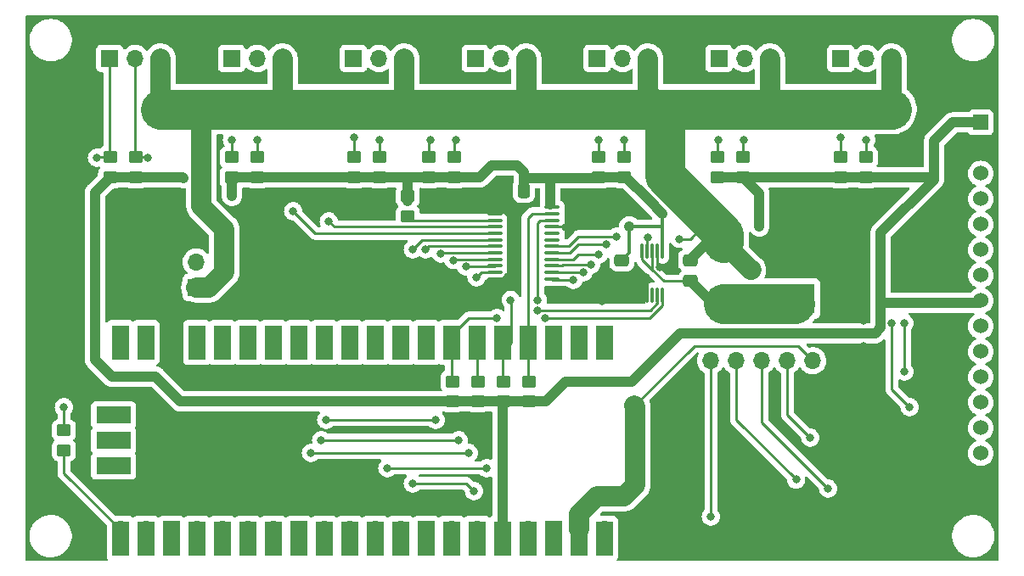
<source format=gbr>
%TF.GenerationSoftware,KiCad,Pcbnew,(6.0.1)*%
%TF.CreationDate,2022-11-17T10:08:14-05:00*%
%TF.ProjectId,ThermixelCtrl,54686572-6d69-4786-956c-4374726c2e6b,rev?*%
%TF.SameCoordinates,Original*%
%TF.FileFunction,Copper,L1,Top*%
%TF.FilePolarity,Positive*%
%FSLAX46Y46*%
G04 Gerber Fmt 4.6, Leading zero omitted, Abs format (unit mm)*
G04 Created by KiCad (PCBNEW (6.0.1)) date 2022-11-17 10:08:14*
%MOMM*%
%LPD*%
G01*
G04 APERTURE LIST*
G04 Aperture macros list*
%AMRoundRect*
0 Rectangle with rounded corners*
0 $1 Rounding radius*
0 $2 $3 $4 $5 $6 $7 $8 $9 X,Y pos of 4 corners*
0 Add a 4 corners polygon primitive as box body*
4,1,4,$2,$3,$4,$5,$6,$7,$8,$9,$2,$3,0*
0 Add four circle primitives for the rounded corners*
1,1,$1+$1,$2,$3*
1,1,$1+$1,$4,$5*
1,1,$1+$1,$6,$7*
1,1,$1+$1,$8,$9*
0 Add four rect primitives between the rounded corners*
20,1,$1+$1,$2,$3,$4,$5,0*
20,1,$1+$1,$4,$5,$6,$7,0*
20,1,$1+$1,$6,$7,$8,$9,0*
20,1,$1+$1,$8,$9,$2,$3,0*%
G04 Aperture macros list end*
%TA.AperFunction,ComponentPad*%
%ADD10R,1.700000X1.700000*%
%TD*%
%TA.AperFunction,ComponentPad*%
%ADD11O,1.700000X1.700000*%
%TD*%
%TA.AperFunction,SMDPad,CuDef*%
%ADD12RoundRect,0.250000X0.337500X0.475000X-0.337500X0.475000X-0.337500X-0.475000X0.337500X-0.475000X0*%
%TD*%
%TA.AperFunction,SMDPad,CuDef*%
%ADD13RoundRect,0.250000X0.450000X-0.350000X0.450000X0.350000X-0.450000X0.350000X-0.450000X-0.350000X0*%
%TD*%
%TA.AperFunction,SMDPad,CuDef*%
%ADD14RoundRect,0.250000X-0.450000X0.350000X-0.450000X-0.350000X0.450000X-0.350000X0.450000X0.350000X0*%
%TD*%
%TA.AperFunction,SMDPad,CuDef*%
%ADD15R,1.700000X3.500000*%
%TD*%
%TA.AperFunction,SMDPad,CuDef*%
%ADD16R,3.500000X1.700000*%
%TD*%
%TA.AperFunction,SMDPad,CuDef*%
%ADD17RoundRect,0.250000X0.475000X-0.337500X0.475000X0.337500X-0.475000X0.337500X-0.475000X-0.337500X0*%
%TD*%
%TA.AperFunction,SMDPad,CuDef*%
%ADD18RoundRect,0.075000X0.075000X-0.650000X0.075000X0.650000X-0.075000X0.650000X-0.075000X-0.650000X0*%
%TD*%
%TA.AperFunction,SMDPad,CuDef*%
%ADD19RoundRect,0.250000X-0.475000X0.337500X-0.475000X-0.337500X0.475000X-0.337500X0.475000X0.337500X0*%
%TD*%
%TA.AperFunction,SMDPad,CuDef*%
%ADD20RoundRect,0.249999X-1.425001X0.450001X-1.425001X-0.450001X1.425001X-0.450001X1.425001X0.450001X0*%
%TD*%
%TA.AperFunction,SMDPad,CuDef*%
%ADD21RoundRect,0.100000X-0.637500X-0.100000X0.637500X-0.100000X0.637500X0.100000X-0.637500X0.100000X0*%
%TD*%
%TA.AperFunction,ComponentPad*%
%ADD22R,3.000000X3.000000*%
%TD*%
%TA.AperFunction,ComponentPad*%
%ADD23C,3.000000*%
%TD*%
%TA.AperFunction,ComponentPad*%
%ADD24R,1.524000X1.524000*%
%TD*%
%TA.AperFunction,ComponentPad*%
%ADD25C,1.524000*%
%TD*%
%TA.AperFunction,ViaPad*%
%ADD26C,0.800000*%
%TD*%
%TA.AperFunction,Conductor*%
%ADD27C,2.000000*%
%TD*%
%TA.AperFunction,Conductor*%
%ADD28C,0.250000*%
%TD*%
%TA.AperFunction,Conductor*%
%ADD29C,1.000000*%
%TD*%
%TA.AperFunction,Conductor*%
%ADD30C,0.300000*%
%TD*%
%TA.AperFunction,Conductor*%
%ADD31C,4.000000*%
%TD*%
G04 APERTURE END LIST*
D10*
%TO.P,J3,1,Pin_1*%
%TO.N,GND*%
X81534000Y-34995000D03*
D11*
%TO.P,J3,2,Pin_2*%
%TO.N,5V*%
X78994000Y-34995000D03*
%TO.P,J3,3,Pin_3*%
%TO.N,SPI_MISO*%
X76454000Y-34995000D03*
%TO.P,J3,4,Pin_4*%
%TO.N,SPI_MOSI*%
X73914000Y-34995000D03*
%TO.P,J3,5,Pin_5*%
%TO.N,SPI_CLK*%
X71374000Y-34995000D03*
%TO.P,J3,6,Pin_6*%
%TO.N,SD_CS*%
X68834000Y-34995000D03*
%TD*%
D12*
%TO.P,C2,1*%
%TO.N,+3V3*%
X50215000Y-18008000D03*
%TO.P,C2,2*%
%TO.N,GND*%
X48140000Y-18008000D03*
%TD*%
D10*
%TO.P,J4,1,Pin_1*%
%TO.N,SD0*%
X8890000Y-4826000D03*
D11*
%TO.P,J4,2,Pin_2*%
%TO.N,SC0*%
X11430000Y-4826000D03*
%TO.P,J4,3,Pin_3*%
%TO.N,5V*%
X13970000Y-4826000D03*
%TO.P,J4,4,Pin_4*%
%TO.N,GND*%
X16510000Y-4826000D03*
%TD*%
D10*
%TO.P,J5,1,Pin_1*%
%TO.N,SD1*%
X21039666Y-4826000D03*
D11*
%TO.P,J5,2,Pin_2*%
%TO.N,SC1*%
X23579666Y-4826000D03*
%TO.P,J5,3,Pin_3*%
%TO.N,5V*%
X26119666Y-4826000D03*
%TO.P,J5,4,Pin_4*%
%TO.N,GND*%
X28659666Y-4826000D03*
%TD*%
D10*
%TO.P,J6,1,Pin_1*%
%TO.N,SD2*%
X33189332Y-4826000D03*
D11*
%TO.P,J6,2,Pin_2*%
%TO.N,SC2*%
X35729332Y-4826000D03*
%TO.P,J6,3,Pin_3*%
%TO.N,5V*%
X38269332Y-4826000D03*
%TO.P,J6,4,Pin_4*%
%TO.N,GND*%
X40809332Y-4826000D03*
%TD*%
D10*
%TO.P,J7,1,Pin_1*%
%TO.N,SD3*%
X45338998Y-4826000D03*
D11*
%TO.P,J7,2,Pin_2*%
%TO.N,SC3*%
X47878998Y-4826000D03*
%TO.P,J7,3,Pin_3*%
%TO.N,5V*%
X50418998Y-4826000D03*
%TO.P,J7,4,Pin_4*%
%TO.N,GND*%
X52958998Y-4826000D03*
%TD*%
D10*
%TO.P,J8,1,Pin_1*%
%TO.N,SD4*%
X57488664Y-4826000D03*
D11*
%TO.P,J8,2,Pin_2*%
%TO.N,SC4*%
X60028664Y-4826000D03*
%TO.P,J8,3,Pin_3*%
%TO.N,5V*%
X62568664Y-4826000D03*
%TO.P,J8,4,Pin_4*%
%TO.N,GND*%
X65108664Y-4826000D03*
%TD*%
D10*
%TO.P,J9,1,Pin_1*%
%TO.N,SD5*%
X69638330Y-4826000D03*
D11*
%TO.P,J9,2,Pin_2*%
%TO.N,SC5*%
X72178330Y-4826000D03*
%TO.P,J9,3,Pin_3*%
%TO.N,5V*%
X74718330Y-4826000D03*
%TO.P,J9,4,Pin_4*%
%TO.N,GND*%
X77258330Y-4826000D03*
%TD*%
D10*
%TO.P,J10,1,Pin_1*%
%TO.N,SD6*%
X81788000Y-4826000D03*
D11*
%TO.P,J10,2,Pin_2*%
%TO.N,SC6*%
X84328000Y-4826000D03*
%TO.P,J10,3,Pin_3*%
%TO.N,5V*%
X86868000Y-4826000D03*
%TO.P,J10,4,Pin_4*%
%TO.N,GND*%
X89408000Y-4826000D03*
%TD*%
D13*
%TO.P,R1,1*%
%TO.N,+3V3*%
X8930000Y-16700000D03*
%TO.P,R1,2*%
%TO.N,SD0*%
X8930000Y-14700000D03*
%TD*%
%TO.P,R2,1*%
%TO.N,+3V3*%
X11470000Y-16700000D03*
%TO.P,R2,2*%
%TO.N,SC0*%
X11470000Y-14700000D03*
%TD*%
%TO.P,R3,1*%
%TO.N,+3V3*%
X57628000Y-16700000D03*
%TO.P,R3,2*%
%TO.N,SD4*%
X57628000Y-14700000D03*
%TD*%
%TO.P,R4,1*%
%TO.N,+3V3*%
X60168000Y-16700000D03*
%TO.P,R4,2*%
%TO.N,SC4*%
X60168000Y-14700000D03*
%TD*%
%TO.P,R6,1*%
%TO.N,+3V3*%
X21050000Y-16700000D03*
%TO.P,R6,2*%
%TO.N,SD1*%
X21050000Y-14700000D03*
%TD*%
%TO.P,R7,1*%
%TO.N,+3V3*%
X23590000Y-16700000D03*
%TO.P,R7,2*%
%TO.N,SC1*%
X23590000Y-14700000D03*
%TD*%
%TO.P,R8,1*%
%TO.N,+3V3*%
X69530000Y-16700000D03*
%TO.P,R8,2*%
%TO.N,SD5*%
X69530000Y-14700000D03*
%TD*%
%TO.P,R9,1*%
%TO.N,+3V3*%
X72070000Y-16700000D03*
%TO.P,R9,2*%
%TO.N,SC5*%
X72070000Y-14700000D03*
%TD*%
%TO.P,R10,1*%
%TO.N,+3V3*%
X33250000Y-16700000D03*
%TO.P,R10,2*%
%TO.N,SD2*%
X33250000Y-14700000D03*
%TD*%
%TO.P,R11,1*%
%TO.N,+3V3*%
X35790000Y-16700000D03*
%TO.P,R11,2*%
%TO.N,SC2*%
X35790000Y-14700000D03*
%TD*%
%TO.P,R12,1*%
%TO.N,+3V3*%
X81780000Y-16700000D03*
%TO.P,R12,2*%
%TO.N,SD6*%
X81780000Y-14700000D03*
%TD*%
%TO.P,R13,1*%
%TO.N,+3V3*%
X84320000Y-16700000D03*
%TO.P,R13,2*%
%TO.N,SC6*%
X84320000Y-14700000D03*
%TD*%
D14*
%TO.P,R21,2*%
%TO.N,Net-(R21-Pad2)*%
X38608000Y-20558000D03*
%TO.P,R21,1*%
%TO.N,+3V3*%
X38608000Y-18558000D03*
%TD*%
D13*
%TO.P,R15,1*%
%TO.N,+3V3*%
X40720000Y-16700000D03*
%TO.P,R15,2*%
%TO.N,SD3*%
X40720000Y-14700000D03*
%TD*%
%TO.P,R16,1*%
%TO.N,+3V3*%
X43260000Y-16700000D03*
%TO.P,R16,2*%
%TO.N,SC3*%
X43260000Y-14700000D03*
%TD*%
%TO.P,R18,1*%
%TO.N,+3V3*%
X48150600Y-39056000D03*
%TO.P,R18,2*%
%TO.N,SCL_1*%
X48150600Y-37056000D03*
%TD*%
%TO.P,R19,1*%
%TO.N,+3V3*%
X50690600Y-39056000D03*
%TO.P,R19,2*%
%TO.N,SDA_1*%
X50690600Y-37056000D03*
%TD*%
D14*
%TO.P,R17,1*%
%TO.N,SCL_0*%
X43070600Y-37056000D03*
%TO.P,R17,2*%
%TO.N,+3V3*%
X43070600Y-39056000D03*
%TD*%
D15*
%TO.P,U2,1,GPIO0*%
%TO.N,unconnected-(U2-Pad1)*%
X58200000Y-33177600D03*
D11*
X58200000Y-34077600D03*
D15*
%TO.P,U2,2,GPIO1*%
%TO.N,unconnected-(U2-Pad2)*%
X55660000Y-33177600D03*
D11*
X55660000Y-34077600D03*
D10*
%TO.P,U2,3,GND*%
%TO.N,unconnected-(U2-Pad3)*%
X53120000Y-34077600D03*
D15*
X53120000Y-33177600D03*
%TO.P,U2,4,GPIO2*%
%TO.N,SDA_1*%
X50580000Y-33177600D03*
D11*
X50580000Y-34077600D03*
%TO.P,U2,5,GPIO3*%
%TO.N,SCL_1*%
X48040000Y-34077600D03*
D15*
X48040000Y-33177600D03*
D11*
%TO.P,U2,6,GPIO4*%
%TO.N,SDA_0*%
X45500000Y-34077600D03*
D15*
X45500000Y-33177600D03*
D11*
%TO.P,U2,7,GPIO5*%
%TO.N,SCL_0*%
X42960000Y-34077600D03*
D15*
X42960000Y-33177600D03*
D10*
%TO.P,U2,8,GND*%
%TO.N,unconnected-(U2-Pad8)*%
X40420000Y-34077600D03*
D15*
X40420000Y-33177600D03*
D11*
%TO.P,U2,9,GPIO6*%
%TO.N,SPI_CLK*%
X37880000Y-34077600D03*
D15*
X37880000Y-33177600D03*
D11*
%TO.P,U2,10,GPIO7*%
%TO.N,SPI_MOSI*%
X35340000Y-34077600D03*
D15*
X35340000Y-33177600D03*
D11*
%TO.P,U2,11,GPIO8*%
%TO.N,SPI_MISO*%
X32800000Y-34077600D03*
D15*
X32800000Y-33177600D03*
%TO.P,U2,12,GPIO9*%
%TO.N,TFT_CS*%
X30260000Y-33177600D03*
D11*
X30260000Y-34077600D03*
D15*
%TO.P,U2,13,GND*%
%TO.N,unconnected-(U2-Pad13)*%
X27720000Y-33177600D03*
D10*
X27720000Y-34077600D03*
D15*
%TO.P,U2,14,GPIO10*%
%TO.N,RST*%
X25180000Y-33177600D03*
D11*
X25180000Y-34077600D03*
D15*
%TO.P,U2,15,GPIO11*%
%TO.N,DC*%
X22640000Y-33177600D03*
D11*
X22640000Y-34077600D03*
%TO.P,U2,16,GPIO12*%
%TO.N,unconnected-(U2-Pad16)*%
X20100000Y-34077600D03*
D15*
X20100000Y-33177600D03*
D11*
%TO.P,U2,17,GPIO13*%
%TO.N,T_CS*%
X17560000Y-34077600D03*
D15*
X17560000Y-33177600D03*
%TO.P,U2,18,GND*%
%TO.N,GND*%
X15020000Y-33177600D03*
D10*
X15020000Y-34077600D03*
D11*
%TO.P,U2,19,GPIO14*%
%TO.N,unconnected-(U2-Pad19)*%
X12480000Y-34077600D03*
D15*
X12480000Y-33177600D03*
D11*
%TO.P,U2,20,GPIO15*%
%TO.N,unconnected-(U2-Pad20)*%
X9940000Y-34077600D03*
D15*
X9940000Y-33177600D03*
%TO.P,U2,21,GPIO16*%
%TO.N,NEOPIXEL*%
X9940000Y-52757600D03*
D11*
X9940000Y-51857600D03*
D15*
%TO.P,U2,22,GPIO17*%
%TO.N,unconnected-(U2-Pad22)*%
X12480000Y-52757600D03*
D11*
X12480000Y-51857600D03*
D15*
%TO.P,U2,23,GND*%
%TO.N,unconnected-(U2-Pad23)*%
X15020000Y-52757600D03*
D10*
X15020000Y-51857600D03*
D15*
%TO.P,U2,24,GPIO18*%
%TO.N,unconnected-(U2-Pad24)*%
X17560000Y-52757600D03*
D11*
X17560000Y-51857600D03*
%TO.P,U2,25,GPIO19*%
%TO.N,unconnected-(U2-Pad25)*%
X20100000Y-51857600D03*
D15*
X20100000Y-52757600D03*
%TO.P,U2,26,GPIO20*%
%TO.N,unconnected-(U2-Pad26)*%
X22640000Y-52757600D03*
D11*
X22640000Y-51857600D03*
D15*
%TO.P,U2,27,GPIO21*%
%TO.N,unconnected-(U2-Pad27)*%
X25180000Y-52757600D03*
D11*
X25180000Y-51857600D03*
D15*
%TO.P,U2,28,GND*%
%TO.N,unconnected-(U2-Pad28)*%
X27720000Y-52757600D03*
D10*
X27720000Y-51857600D03*
D11*
%TO.P,U2,29,GPIO22*%
%TO.N,SD_CS*%
X30260000Y-51857600D03*
D15*
X30260000Y-52757600D03*
%TO.P,U2,30,RUN*%
%TO.N,unconnected-(U2-Pad30)*%
X32800000Y-52757600D03*
D11*
X32800000Y-51857600D03*
D15*
%TO.P,U2,31,GPIO26_ADC0*%
%TO.N,unconnected-(U2-Pad31)*%
X35340000Y-52757600D03*
D11*
X35340000Y-51857600D03*
%TO.P,U2,32,GPIO27_ADC1*%
%TO.N,unconnected-(U2-Pad32)*%
X37880000Y-51857600D03*
D15*
X37880000Y-52757600D03*
D10*
%TO.P,U2,33,AGND*%
%TO.N,unconnected-(U2-Pad33)*%
X40420000Y-51857600D03*
D15*
X40420000Y-52757600D03*
%TO.P,U2,34,GPIO28_ADC2*%
%TO.N,unconnected-(U2-Pad34)*%
X42960000Y-52757600D03*
D11*
X42960000Y-51857600D03*
%TO.P,U2,35,ADC_VREF*%
%TO.N,unconnected-(U2-Pad35)*%
X45500000Y-51857600D03*
D15*
X45500000Y-52757600D03*
D11*
%TO.P,U2,36,3V3*%
%TO.N,+3V3*%
X48040000Y-51857600D03*
D15*
X48040000Y-52757600D03*
D11*
%TO.P,U2,37,3V3_EN*%
%TO.N,unconnected-(U2-Pad37)*%
X50580000Y-51857600D03*
D15*
X50580000Y-52757600D03*
%TO.P,U2,38,GND*%
%TO.N,unconnected-(U2-Pad38)*%
X53120000Y-52757600D03*
D10*
X53120000Y-51857600D03*
D11*
%TO.P,U2,39,VSYS*%
%TO.N,5V*%
X55660000Y-51857600D03*
D15*
X55660000Y-52757600D03*
D11*
%TO.P,U2,40,VBUS*%
%TO.N,unconnected-(U2-Pad40)*%
X58200000Y-51857600D03*
D15*
X58200000Y-52757600D03*
D11*
%TO.P,U2,41,SWCLK*%
%TO.N,unconnected-(U2-Pad41)*%
X10170000Y-40427600D03*
D16*
X9270000Y-40427600D03*
%TO.P,U2,42,GND*%
%TO.N,unconnected-(U2-Pad42)*%
X9270000Y-42967600D03*
D10*
X10170000Y-42967600D03*
D11*
%TO.P,U2,43,SWDIO*%
%TO.N,unconnected-(U2-Pad43)*%
X10170000Y-45507600D03*
D16*
X9270000Y-45507600D03*
%TD*%
D14*
%TO.P,R20,1*%
%TO.N,Net-(J2-Pad2)*%
X4318000Y-41926000D03*
%TO.P,R20,2*%
%TO.N,NEOPIXEL*%
X4318000Y-43926000D03*
%TD*%
%TO.P,R14,1*%
%TO.N,SDA_0*%
X45610600Y-37056000D03*
%TO.P,R14,2*%
%TO.N,+3V3*%
X45610600Y-39056000D03*
%TD*%
D17*
%TO.P,C1,1*%
%TO.N,/+5V_PSU*%
X66798000Y-27043500D03*
%TO.P,C1,2*%
%TO.N,5V*%
X66798000Y-24968500D03*
%TD*%
D18*
%TO.P,U1,1,A1*%
%TO.N,GND*%
X61988000Y-28460000D03*
%TO.P,U1,2,A0*%
X62488000Y-28460000D03*
%TO.P,U1,3,~{Alert}*%
%TO.N,unconnected-(U1-Pad3)*%
X62988000Y-28460000D03*
%TO.P,U1,4,SDA*%
%TO.N,SDA_0*%
X63488000Y-28460000D03*
%TO.P,U1,5,SCL*%
%TO.N,SCL_0*%
X63988000Y-28460000D03*
%TO.P,U1,6,VS*%
%TO.N,+3V3*%
X63988000Y-24060000D03*
%TO.P,U1,7,GND*%
%TO.N,GND*%
X63488000Y-24060000D03*
%TO.P,U1,8,Vbus*%
%TO.N,/+5V_PSU*%
X62988000Y-24060000D03*
%TO.P,U1,9,Vin-*%
%TO.N,5V*%
X62488000Y-24060000D03*
%TO.P,U1,10,Vin+*%
%TO.N,/+5V_PSU*%
X61988000Y-24060000D03*
%TD*%
D19*
%TO.P,C3,1*%
%TO.N,+3V3*%
X59940000Y-24968500D03*
%TO.P,C3,2*%
%TO.N,GND*%
X59940000Y-27043500D03*
%TD*%
D10*
%TO.P,J2,1,Pin_1*%
%TO.N,5V*%
X17526000Y-27686000D03*
D11*
%TO.P,J2,2,Pin_2*%
%TO.N,Net-(J2-Pad2)*%
X17526000Y-25146000D03*
%TO.P,J2,3,Pin_3*%
%TO.N,GND*%
X17526000Y-22606000D03*
%TD*%
D20*
%TO.P,R5,1*%
%TO.N,5V*%
X70100000Y-23210000D03*
%TO.P,R5,2*%
%TO.N,/+5V_PSU*%
X70100000Y-29310000D03*
%TD*%
D21*
%TO.P,U3,1,A0*%
%TO.N,GND*%
X47287500Y-19685000D03*
%TO.P,U3,2,A1*%
X47287500Y-20335000D03*
%TO.P,U3,3,~{RESET}*%
%TO.N,Net-(R21-Pad2)*%
X47287500Y-20985000D03*
%TO.P,U3,4,SD0*%
%TO.N,SD0*%
X47287500Y-21635000D03*
%TO.P,U3,5,SC0*%
%TO.N,SC0*%
X47287500Y-22285000D03*
%TO.P,U3,6,SD1*%
%TO.N,SD1*%
X47287500Y-22935000D03*
%TO.P,U3,7,SC1*%
%TO.N,SC1*%
X47287500Y-23585000D03*
%TO.P,U3,8,SD2*%
%TO.N,SD2*%
X47287500Y-24235000D03*
%TO.P,U3,9,SC2*%
%TO.N,SC2*%
X47287500Y-24885000D03*
%TO.P,U3,10,SD3*%
%TO.N,SD3*%
X47287500Y-25535000D03*
%TO.P,U3,11,SC3*%
%TO.N,SC3*%
X47287500Y-26185000D03*
%TO.P,U3,12,GND*%
%TO.N,GND*%
X47287500Y-26835000D03*
%TO.P,U3,13,SD4*%
%TO.N,SD4*%
X53012500Y-26835000D03*
%TO.P,U3,14,SC4*%
%TO.N,SC4*%
X53012500Y-26185000D03*
%TO.P,U3,15,SD5*%
%TO.N,SD5*%
X53012500Y-25535000D03*
%TO.P,U3,16,SC5*%
%TO.N,SC5*%
X53012500Y-24885000D03*
%TO.P,U3,17,SD6*%
%TO.N,SD6*%
X53012500Y-24235000D03*
%TO.P,U3,18,SC6*%
%TO.N,SC6*%
X53012500Y-23585000D03*
%TO.P,U3,19,SD7*%
%TO.N,SD7*%
X53012500Y-22935000D03*
%TO.P,U3,20,SC7*%
%TO.N,SC7*%
X53012500Y-22285000D03*
%TO.P,U3,21,A2*%
%TO.N,GND*%
X53012500Y-21635000D03*
%TO.P,U3,22,SCL*%
%TO.N,SCL_1*%
X53012500Y-20985000D03*
%TO.P,U3,23,SDA*%
%TO.N,SDA_1*%
X53012500Y-20335000D03*
%TO.P,U3,24,VCC*%
%TO.N,+3V3*%
X53012500Y-19685000D03*
%TD*%
D22*
%TO.P,J1,1,Pin_1*%
%TO.N,/+5V_PSU*%
X77720000Y-28800000D03*
D23*
%TO.P,J1,2,Pin_2*%
%TO.N,GND*%
X77720000Y-23720000D03*
%TD*%
D24*
%TO.P,DIS1,1,VCC*%
%TO.N,+3V3*%
X95750000Y-11220000D03*
D25*
%TO.P,DIS1,2,GND*%
%TO.N,GND*%
X95750000Y-13760000D03*
%TO.P,DIS1,3,CS*%
%TO.N,TFT_CS*%
X95750000Y-16300000D03*
%TO.P,DIS1,4,RST*%
%TO.N,RST*%
X95750000Y-18840000D03*
%TO.P,DIS1,5,DC*%
%TO.N,DC*%
X95750000Y-21380000D03*
%TO.P,DIS1,6,MOSI*%
%TO.N,SPI_MOSI*%
X95750000Y-23920000D03*
%TO.P,DIS1,7,SCK*%
%TO.N,SPI_CLK*%
X95750000Y-26460000D03*
%TO.P,DIS1,8,LED*%
%TO.N,+3V3*%
X95750000Y-29000000D03*
%TO.P,DIS1,9,MISO*%
%TO.N,SPI_MISO*%
X95750000Y-31540000D03*
%TO.P,DIS1,10,T_CLK*%
%TO.N,SPI_CLK*%
X95750000Y-34080000D03*
%TO.P,DIS1,11,T_CS*%
%TO.N,T_CS*%
X95750000Y-36620000D03*
%TO.P,DIS1,12,T_DIN*%
%TO.N,SPI_MOSI*%
X95750000Y-39160000D03*
%TO.P,DIS1,13,T_DO*%
%TO.N,SPI_MISO*%
X95750000Y-41700000D03*
%TO.P,DIS1,14,T_IRQ*%
%TO.N,unconnected-(DIS1-Pad14)*%
X95750000Y-44240000D03*
%TD*%
D26*
%TO.N,GND*%
X63758299Y-25649701D03*
%TO.N,TFT_CS*%
X30480000Y-40894000D03*
X41402000Y-40894000D03*
%TO.N,GND*%
X84074000Y-33528000D03*
X84074000Y-30988000D03*
%TO.N,SPI_MISO*%
X78740000Y-42672000D03*
%TO.N,SPI_MOSI*%
X80518000Y-47752000D03*
%TO.N,SPI_CLK*%
X77343000Y-46863000D03*
%TO.N,SD_CS*%
X68834000Y-50546000D03*
%TO.N,GND*%
X49098200Y-26822400D03*
X54305200Y-21691600D03*
X62357000Y-26695400D03*
X57988200Y-29032200D03*
%TO.N,+3V3*%
X73660000Y-21590000D03*
X16256000Y-16764000D03*
X21082000Y-18542000D03*
X60706000Y-21590000D03*
%TO.N,5V*%
X62534800Y-22707600D03*
X61239400Y-39471600D03*
X72847200Y-25933400D03*
X65684400Y-22834600D03*
%TO.N,SC0*%
X27178000Y-20066000D03*
X12700000Y-14732000D03*
%TO.N,SD0*%
X7620000Y-14732000D03*
X30734000Y-21082000D03*
%TO.N,SC1*%
X40386000Y-23876000D03*
X23622000Y-12954000D03*
%TO.N,SD1*%
X21082000Y-12954000D03*
X39116000Y-23876000D03*
%TO.N,SC2*%
X35814000Y-12954000D03*
X43180000Y-24959500D03*
%TO.N,SD2*%
X33274000Y-12700000D03*
X41910000Y-24309500D03*
%TO.N,SC3*%
X45466000Y-26670000D03*
X43434000Y-12954000D03*
%TO.N,SD3*%
X40894000Y-12954000D03*
X44450000Y-25609500D03*
%TO.N,SC4*%
X56134000Y-26162000D03*
X60198000Y-12954000D03*
%TO.N,SD4*%
X57658000Y-12954000D03*
X55118000Y-26924000D03*
%TO.N,SC5*%
X57658000Y-24384000D03*
X72136000Y-12954000D03*
%TO.N,SD5*%
X56896000Y-25400000D03*
X69596000Y-12954000D03*
%TO.N,SC6*%
X84328000Y-12954000D03*
X59436000Y-22606000D03*
%TO.N,SD6*%
X58420000Y-23368000D03*
X81788000Y-12700000D03*
%TO.N,SCL_1*%
X51562000Y-28930600D03*
X48869600Y-28930600D03*
%TO.N,RST*%
X29972000Y-42926000D03*
X43688000Y-42926000D03*
%TO.N,DC*%
X44704000Y-44196000D03*
X28956000Y-44196000D03*
%TO.N,SPI_MOSI*%
X88646000Y-39624000D03*
X86868000Y-31242000D03*
%TO.N,SPI_CLK*%
X88138000Y-36068000D03*
X88138000Y-31242000D03*
%TO.N,SPI_MISO*%
X36576000Y-45720000D03*
X46482000Y-45720000D03*
%TO.N,T_CS*%
X45212000Y-48006000D03*
X39116000Y-47244000D03*
%TO.N,SDA_0*%
X51562000Y-29972000D03*
%TO.N,SCL_0*%
X52324000Y-30734000D03*
X47498000Y-30734000D03*
%TO.N,Net-(J2-Pad2)*%
X4318000Y-39624000D03*
%TD*%
D27*
%TO.N,5V*%
X18034000Y-10160000D02*
X18288000Y-9906000D01*
X18034000Y-19558000D02*
X18034000Y-10160000D01*
X20320000Y-26162000D02*
X20320000Y-21844000D01*
X18796000Y-27686000D02*
X20320000Y-26162000D01*
X20320000Y-21844000D02*
X18034000Y-19558000D01*
X17526000Y-27686000D02*
X18796000Y-27686000D01*
D28*
%TO.N,SD1*%
X39116000Y-23876000D02*
X40057000Y-22935000D01*
X40057000Y-22935000D02*
X47287500Y-22935000D01*
%TO.N,SD3*%
X44450000Y-25609500D02*
X47213000Y-25609500D01*
X47213000Y-25609500D02*
X47287500Y-25535000D01*
%TO.N,SC2*%
X43254500Y-24885000D02*
X47287500Y-24885000D01*
X43180000Y-24959500D02*
X43254500Y-24885000D01*
%TO.N,SD2*%
X41910000Y-24309500D02*
X41984500Y-24235000D01*
X41984500Y-24235000D02*
X47287500Y-24235000D01*
%TO.N,SC1*%
X40386000Y-23876000D02*
X40677000Y-23585000D01*
X40677000Y-23585000D02*
X47287500Y-23585000D01*
%TO.N,SC0*%
X12668000Y-14700000D02*
X11470000Y-14700000D01*
X12700000Y-14732000D02*
X12668000Y-14700000D01*
%TO.N,SD0*%
X7620000Y-14732000D02*
X7652000Y-14700000D01*
X7652000Y-14700000D02*
X8930000Y-14700000D01*
%TO.N,SC0*%
X27178000Y-20066000D02*
X29397000Y-22285000D01*
X29397000Y-22285000D02*
X47287500Y-22285000D01*
%TO.N,SD0*%
X31287000Y-21635000D02*
X47287500Y-21635000D01*
X30734000Y-21082000D02*
X31287000Y-21635000D01*
%TO.N,Net-(R21-Pad2)*%
X39035000Y-20985000D02*
X47287500Y-20985000D01*
X38608000Y-20558000D02*
X39035000Y-20985000D01*
%TO.N,GND*%
X63488000Y-25379402D02*
X63758299Y-25649701D01*
X63488000Y-24060000D02*
X63488000Y-25379402D01*
D29*
%TO.N,+3V3*%
X38608000Y-16800000D02*
X38708000Y-16700000D01*
X38708000Y-16700000D02*
X40720000Y-16700000D01*
X38608000Y-19066000D02*
X38608000Y-16800000D01*
D28*
%TO.N,TFT_CS*%
X30480000Y-40894000D02*
X41402000Y-40894000D01*
%TO.N,5V*%
X67183000Y-33528000D02*
X61239400Y-39471600D01*
X77527000Y-33528000D02*
X67183000Y-33528000D01*
X78994000Y-34995000D02*
X77527000Y-33528000D01*
%TO.N,SPI_MOSI*%
X73914000Y-41148000D02*
X73914000Y-34995000D01*
X80518000Y-47752000D02*
X73914000Y-41148000D01*
%TO.N,GND*%
X84074000Y-30988000D02*
X84074000Y-30074000D01*
X84074000Y-30074000D02*
X77720000Y-23720000D01*
X82607000Y-34995000D02*
X84074000Y-33528000D01*
X81534000Y-34995000D02*
X82607000Y-34995000D01*
%TO.N,SPI_MISO*%
X76454000Y-40386000D02*
X76454000Y-34995000D01*
X78740000Y-42672000D02*
X76454000Y-40386000D01*
%TO.N,SPI_CLK*%
X71374000Y-40894000D02*
X77343000Y-46863000D01*
X71374000Y-34995000D02*
X71374000Y-40894000D01*
%TO.N,SD_CS*%
X68834000Y-50546000D02*
X68834000Y-34995000D01*
D29*
%TO.N,+3V3*%
X65786000Y-32258000D02*
X60960000Y-37084000D01*
X85207922Y-32258000D02*
X65786000Y-32258000D01*
X60960000Y-37084000D02*
X54356000Y-37084000D01*
X52384000Y-39056000D02*
X50690600Y-39056000D01*
X85768489Y-31697433D02*
X85207922Y-32258000D01*
X54356000Y-37084000D02*
X52384000Y-39056000D01*
X85768489Y-29293511D02*
X85768489Y-31697433D01*
D28*
%TO.N,T_CS*%
X44450000Y-47244000D02*
X39116000Y-47244000D01*
X45212000Y-48006000D02*
X44450000Y-47244000D01*
%TO.N,GND*%
X47975361Y-26835000D02*
X47287500Y-26835000D01*
X49098200Y-25712161D02*
X48339880Y-26470480D01*
X47287500Y-19685000D02*
X47287500Y-20335000D01*
X57988200Y-28995300D02*
X59940000Y-27043500D01*
X47244000Y-19641500D02*
X47287500Y-19685000D01*
X47244000Y-18904000D02*
X47244000Y-19641500D01*
X62488000Y-28460000D02*
X62488000Y-26826400D01*
X48140000Y-19006200D02*
X49098200Y-19964400D01*
X62008900Y-27043500D02*
X59940000Y-27043500D01*
X53012500Y-21635000D02*
X54248600Y-21635000D01*
X49098200Y-19964400D02*
X49098200Y-25712161D01*
X61988000Y-28460000D02*
X61988000Y-27064400D01*
X54248600Y-21635000D02*
X54305200Y-21691600D01*
X48339880Y-26470480D02*
X48691800Y-26822400D01*
X57988200Y-29032200D02*
X57988200Y-28995300D01*
X48140000Y-18008000D02*
X47244000Y-18904000D01*
X48339880Y-26470480D02*
X47975361Y-26835000D01*
X48691800Y-26822400D02*
X49098200Y-26822400D01*
X62488000Y-26826400D02*
X62357000Y-26695400D01*
X61988000Y-27064400D02*
X62008900Y-27043500D01*
X48140000Y-18008000D02*
X48140000Y-19006200D01*
X62357000Y-26695400D02*
X62008900Y-27043500D01*
D29*
%TO.N,+3V3*%
X50215000Y-16841000D02*
X50292000Y-16764000D01*
X15942000Y-39056000D02*
X13462000Y-36576000D01*
X21050000Y-18510000D02*
X21050000Y-16700000D01*
X84320000Y-16700000D02*
X90868000Y-16700000D01*
X7416800Y-34874200D02*
X7416800Y-18213200D01*
X43070600Y-39056000D02*
X15942000Y-39056000D01*
D30*
X60706000Y-24202500D02*
X59940000Y-24968500D01*
X63988000Y-20300000D02*
X63988000Y-24060000D01*
D29*
X60388000Y-16700000D02*
X62611000Y-18923000D01*
X45784000Y-16700000D02*
X46990000Y-15494000D01*
X72070000Y-16700000D02*
X81780000Y-16700000D01*
X45610600Y-39056000D02*
X48150600Y-39056000D01*
X52832000Y-16764000D02*
X52832000Y-19435480D01*
X60706000Y-21590000D02*
X60731400Y-21564600D01*
X81780000Y-16700000D02*
X84320000Y-16700000D01*
X43070600Y-39056000D02*
X45610600Y-39056000D01*
X50215000Y-16179000D02*
X50215000Y-18008000D01*
X73660000Y-18290000D02*
X72070000Y-16700000D01*
X21082000Y-18542000D02*
X21050000Y-18510000D01*
D30*
X60706000Y-21590000D02*
X60706000Y-24202500D01*
D29*
X49530000Y-15494000D02*
X50215000Y-16179000D01*
X9118600Y-36576000D02*
X7416800Y-34874200D01*
X43260000Y-16700000D02*
X45784000Y-16700000D01*
X16192000Y-16700000D02*
X11470000Y-16700000D01*
X8930000Y-16700000D02*
X11470000Y-16700000D01*
X95540000Y-29210000D02*
X85852000Y-29210000D01*
X48150600Y-39056000D02*
X50690600Y-39056000D01*
X85852000Y-29210000D02*
X85768489Y-29293511D01*
D30*
X60731400Y-21564600D02*
X63703200Y-21564600D01*
D29*
X35790000Y-16700000D02*
X40720000Y-16700000D01*
X23590000Y-16700000D02*
X33250000Y-16700000D01*
X7416800Y-18213200D02*
X8930000Y-16700000D01*
X35790000Y-16700000D02*
X33250000Y-16700000D01*
X40720000Y-16700000D02*
X43260000Y-16700000D01*
X48040000Y-51857600D02*
X48040000Y-39166600D01*
X62611000Y-18923000D02*
X63988000Y-20300000D01*
X13462000Y-36576000D02*
X9118600Y-36576000D01*
X60168000Y-16700000D02*
X60388000Y-16700000D01*
X85768489Y-22217511D02*
X85768489Y-29293511D01*
X57564000Y-16764000D02*
X57628000Y-16700000D01*
X92920000Y-11220000D02*
X95750000Y-11220000D01*
X95750000Y-29000000D02*
X95540000Y-29210000D01*
X50292000Y-16764000D02*
X52832000Y-16764000D01*
X46990000Y-15494000D02*
X49530000Y-15494000D01*
X90868000Y-16700000D02*
X91077000Y-16909000D01*
X91077000Y-13063000D02*
X92920000Y-11220000D01*
X73660000Y-21590000D02*
X73660000Y-18290000D01*
X48040000Y-39166600D02*
X48150600Y-39056000D01*
X57628000Y-16700000D02*
X60168000Y-16700000D01*
X91077000Y-16909000D02*
X91077000Y-13063000D01*
X16256000Y-16764000D02*
X16192000Y-16700000D01*
X21050000Y-16700000D02*
X23590000Y-16700000D01*
X91077000Y-16909000D02*
X85768489Y-22217511D01*
X52832000Y-16764000D02*
X57564000Y-16764000D01*
X50215000Y-18008000D02*
X50215000Y-16841000D01*
X72070000Y-16700000D02*
X69530000Y-16700000D01*
D31*
%TO.N,5V*%
X64262000Y-16510000D02*
X64262000Y-9906000D01*
X51054000Y-9906000D02*
X64262000Y-9906000D01*
X18288000Y-9906000D02*
X25908000Y-9906000D01*
D27*
X74718330Y-9440330D02*
X75184000Y-9906000D01*
X62568664Y-4826000D02*
X62568664Y-8212664D01*
D31*
X64262000Y-9906000D02*
X75184000Y-9906000D01*
D29*
X66798000Y-24896000D02*
X68484000Y-23210000D01*
D27*
X61290200Y-39522400D02*
X61290200Y-47421800D01*
X38269332Y-4826000D02*
X38269332Y-9313332D01*
D31*
X68668900Y-20916900D02*
X64262000Y-16510000D01*
X13970000Y-9906000D02*
X18288000Y-9906000D01*
D28*
X65684400Y-22834600D02*
X66751200Y-22834600D01*
X62488000Y-22754400D02*
X62534800Y-22707600D01*
D27*
X50418998Y-4826000D02*
X50418998Y-9270998D01*
X61290200Y-47421800D02*
X60198000Y-48514000D01*
X86868000Y-9906000D02*
X86868000Y-4826000D01*
X72847200Y-25933400D02*
X72823400Y-25933400D01*
X38269332Y-9313332D02*
X38862000Y-9906000D01*
D31*
X38862000Y-9906000D02*
X51054000Y-9906000D01*
D27*
X57444578Y-48514000D02*
X55660000Y-50298578D01*
X62568664Y-8212664D02*
X64262000Y-9906000D01*
D28*
X62488000Y-24060000D02*
X62488000Y-22754400D01*
D27*
X72823400Y-25933400D02*
X70100000Y-23210000D01*
D31*
X75184000Y-9906000D02*
X86868000Y-9906000D01*
D27*
X55660000Y-50298578D02*
X55660000Y-51857600D01*
D31*
X70100000Y-23210000D02*
X70100000Y-22348000D01*
X70100000Y-22348000D02*
X68668900Y-20916900D01*
D27*
X26119666Y-4826000D02*
X26119666Y-9694334D01*
X26119666Y-9694334D02*
X25908000Y-9906000D01*
D31*
X25908000Y-9906000D02*
X38862000Y-9906000D01*
D28*
X66751200Y-22834600D02*
X68668900Y-20916900D01*
D27*
X74718330Y-4826000D02*
X74718330Y-9440330D01*
X50418998Y-9270998D02*
X51054000Y-9906000D01*
X13970000Y-4826000D02*
X13970000Y-9906000D01*
X60198000Y-48514000D02*
X57444578Y-48514000D01*
X61239400Y-39471600D02*
X61290200Y-39522400D01*
D28*
%TO.N,SC0*%
X11430000Y-14660000D02*
X11430000Y-4826000D01*
X11470000Y-14700000D02*
X11430000Y-14660000D01*
%TO.N,SD0*%
X8890000Y-14660000D02*
X8890000Y-4826000D01*
X8930000Y-14700000D02*
X8890000Y-14660000D01*
%TO.N,SC1*%
X23590000Y-14700000D02*
X23590000Y-12986000D01*
X23590000Y-12986000D02*
X23622000Y-12954000D01*
%TO.N,SD1*%
X21050000Y-14700000D02*
X21050000Y-12986000D01*
X21050000Y-12986000D02*
X21082000Y-12954000D01*
%TO.N,SC2*%
X35790000Y-12978000D02*
X35814000Y-12954000D01*
X35790000Y-14700000D02*
X35790000Y-12978000D01*
%TO.N,SD2*%
X33250000Y-14700000D02*
X33250000Y-12724000D01*
X33250000Y-12724000D02*
X33274000Y-12700000D01*
%TO.N,SC3*%
X45951000Y-26185000D02*
X47287500Y-26185000D01*
X45466000Y-26670000D02*
X45951000Y-26185000D01*
X43260000Y-13128000D02*
X43434000Y-12954000D01*
X43260000Y-14700000D02*
X43260000Y-13128000D01*
%TO.N,SD3*%
X40720000Y-14700000D02*
X40720000Y-13034000D01*
X40640000Y-12954000D02*
X40894000Y-12954000D01*
X40720000Y-13034000D02*
X40640000Y-12954000D01*
%TO.N,SC4*%
X53035500Y-26162000D02*
X53012500Y-26185000D01*
X56134000Y-26162000D02*
X53035500Y-26162000D01*
X60168000Y-12984000D02*
X60198000Y-12954000D01*
X60168000Y-14700000D02*
X60168000Y-12984000D01*
%TO.N,SD4*%
X57628000Y-14700000D02*
X57628000Y-12984000D01*
X55118000Y-26924000D02*
X53101500Y-26924000D01*
X57628000Y-12984000D02*
X57658000Y-12954000D01*
X53101500Y-26924000D02*
X53012500Y-26835000D01*
%TO.N,SC5*%
X57658000Y-24384000D02*
X55626000Y-24384000D01*
X55118000Y-24892000D02*
X53019500Y-24892000D01*
X72070000Y-13020000D02*
X72136000Y-12954000D01*
X55626000Y-24384000D02*
X55118000Y-24892000D01*
X53019500Y-24892000D02*
X53012500Y-24885000D01*
X72070000Y-14700000D02*
X72070000Y-13020000D01*
%TO.N,SD5*%
X69530000Y-13020000D02*
X69596000Y-12954000D01*
X53967000Y-25535000D02*
X53012500Y-25535000D01*
X69530000Y-14700000D02*
X69530000Y-13020000D01*
X54102000Y-25400000D02*
X53967000Y-25535000D01*
X56896000Y-25400000D02*
X54102000Y-25400000D01*
%TO.N,SC6*%
X55626000Y-22606000D02*
X54647000Y-23585000D01*
X84320000Y-12962000D02*
X84328000Y-12954000D01*
X59436000Y-22606000D02*
X55626000Y-22606000D01*
X84320000Y-14700000D02*
X84320000Y-12962000D01*
X54647000Y-23585000D02*
X53012500Y-23585000D01*
%TO.N,SD6*%
X58420000Y-23368000D02*
X55626000Y-23368000D01*
X81780000Y-14700000D02*
X81780000Y-12708000D01*
X81780000Y-12708000D02*
X81788000Y-12700000D01*
X54759000Y-24235000D02*
X53012500Y-24235000D01*
X55626000Y-23368000D02*
X54759000Y-24235000D01*
%TO.N,SCL_1*%
X48890000Y-28951000D02*
X48890000Y-33227600D01*
X48040000Y-34077600D02*
X48040000Y-36945400D01*
X51562000Y-28930600D02*
X51562000Y-21259800D01*
X48890000Y-33227600D02*
X48040000Y-34077600D01*
X51562000Y-21259800D02*
X51836800Y-20985000D01*
X51836800Y-20985000D02*
X53012500Y-20985000D01*
X48040000Y-36945400D02*
X48150600Y-37056000D01*
X48869600Y-28930600D02*
X48890000Y-28951000D01*
%TO.N,SDA_1*%
X50580000Y-34077600D02*
X50580000Y-36945400D01*
X50580000Y-20794000D02*
X51054000Y-20320000D01*
X50580000Y-34077600D02*
X50580000Y-20794000D01*
X50580000Y-36945400D02*
X50690600Y-37056000D01*
X51054000Y-20320000D02*
X52997500Y-20320000D01*
X52997500Y-20320000D02*
X53012500Y-20335000D01*
%TO.N,RST*%
X29972000Y-42926000D02*
X43688000Y-42926000D01*
%TO.N,DC*%
X28956000Y-44196000D02*
X44704000Y-44196000D01*
%TO.N,SPI_MOSI*%
X86868000Y-31242000D02*
X86868000Y-37846000D01*
X86868000Y-37846000D02*
X88646000Y-39624000D01*
%TO.N,SPI_CLK*%
X88138000Y-31242000D02*
X88138000Y-36068000D01*
%TO.N,SPI_MISO*%
X46482000Y-45720000D02*
X36576000Y-45720000D01*
%TO.N,/+5V_PSU*%
X62988000Y-25904000D02*
X64127500Y-27043500D01*
X62988000Y-24060000D02*
X62988000Y-25904000D01*
D27*
X77210000Y-29310000D02*
X77720000Y-28800000D01*
D28*
X61988000Y-24904000D02*
X61988000Y-24060000D01*
X69064500Y-29310000D02*
X70100000Y-29310000D01*
D31*
X70100000Y-29310000D02*
X77210000Y-29310000D01*
D29*
X66798000Y-27043500D02*
X69064500Y-29310000D01*
D28*
X62988000Y-25904000D02*
X61988000Y-24904000D01*
X64127500Y-27043500D02*
X66798000Y-27043500D01*
%TO.N,SDA_0*%
X63488000Y-28460000D02*
X63488000Y-29250006D01*
X45500000Y-36945400D02*
X45610600Y-37056000D01*
X62766006Y-29972000D02*
X51562000Y-29972000D01*
X63488000Y-29250006D02*
X62766006Y-29972000D01*
X45500000Y-34077600D02*
X45500000Y-36945400D01*
%TO.N,SCL_0*%
X42960000Y-32468578D02*
X42960000Y-34077600D01*
X62738000Y-30734000D02*
X52324000Y-30734000D01*
X44694578Y-30734000D02*
X42960000Y-32468578D01*
X47498000Y-30734000D02*
X44694578Y-30734000D01*
X63988000Y-29484000D02*
X62738000Y-30734000D01*
X42960000Y-36945400D02*
X43070600Y-37056000D01*
X63988000Y-28460000D02*
X63988000Y-29484000D01*
X42960000Y-34077600D02*
X42960000Y-36945400D01*
%TO.N,Net-(J2-Pad2)*%
X4318000Y-41926000D02*
X4318000Y-39624000D01*
%TO.N,NEOPIXEL*%
X9940000Y-51857600D02*
X4318000Y-46235600D01*
X4318000Y-46235600D02*
X4318000Y-43926000D01*
%TD*%
%TA.AperFunction,Conductor*%
%TO.N,GND*%
G36*
X97434121Y-528002D02*
G01*
X97480614Y-581658D01*
X97492000Y-634000D01*
X97492000Y-54866000D01*
X97471998Y-54934121D01*
X97418342Y-54980614D01*
X97366000Y-54992000D01*
X59574363Y-54992000D01*
X59506242Y-54971998D01*
X59459749Y-54918342D01*
X59449645Y-54848068D01*
X59473537Y-54790435D01*
X59495229Y-54761491D01*
X59500615Y-54754305D01*
X59551745Y-54617916D01*
X59558500Y-54555734D01*
X59558500Y-52632703D01*
X92890743Y-52632703D01*
X92928268Y-52917734D01*
X93004129Y-53195036D01*
X93116923Y-53459476D01*
X93264561Y-53706161D01*
X93444313Y-53930528D01*
X93652851Y-54128423D01*
X93886317Y-54296186D01*
X93890112Y-54298195D01*
X93890113Y-54298196D01*
X93911869Y-54309715D01*
X94140392Y-54430712D01*
X94410373Y-54529511D01*
X94691264Y-54590755D01*
X94719841Y-54593004D01*
X94914282Y-54608307D01*
X94914291Y-54608307D01*
X94916739Y-54608500D01*
X95072271Y-54608500D01*
X95074407Y-54608354D01*
X95074418Y-54608354D01*
X95282548Y-54594165D01*
X95282554Y-54594164D01*
X95286825Y-54593873D01*
X95291020Y-54593004D01*
X95291022Y-54593004D01*
X95470992Y-54555734D01*
X95568342Y-54535574D01*
X95839343Y-54439607D01*
X96094812Y-54307750D01*
X96098313Y-54305289D01*
X96098317Y-54305287D01*
X96212417Y-54225096D01*
X96330023Y-54142441D01*
X96540622Y-53946740D01*
X96722713Y-53724268D01*
X96872927Y-53479142D01*
X96988483Y-53215898D01*
X97067244Y-52939406D01*
X97107751Y-52654784D01*
X97107845Y-52636951D01*
X97109235Y-52371583D01*
X97109235Y-52371576D01*
X97109257Y-52367297D01*
X97071732Y-52082266D01*
X96995871Y-51804964D01*
X96883077Y-51540524D01*
X96735439Y-51293839D01*
X96555687Y-51069472D01*
X96347149Y-50871577D01*
X96113683Y-50703814D01*
X96091843Y-50692250D01*
X96001354Y-50644339D01*
X95859608Y-50569288D01*
X95702889Y-50511937D01*
X95593658Y-50471964D01*
X95593656Y-50471963D01*
X95589627Y-50470489D01*
X95308736Y-50409245D01*
X95277685Y-50406801D01*
X95085718Y-50391693D01*
X95085709Y-50391693D01*
X95083261Y-50391500D01*
X94927729Y-50391500D01*
X94925593Y-50391646D01*
X94925582Y-50391646D01*
X94717452Y-50405835D01*
X94717446Y-50405836D01*
X94713175Y-50406127D01*
X94708980Y-50406996D01*
X94708978Y-50406996D01*
X94572417Y-50435276D01*
X94431658Y-50464426D01*
X94160657Y-50560393D01*
X93905188Y-50692250D01*
X93901687Y-50694711D01*
X93901683Y-50694713D01*
X93843040Y-50735928D01*
X93669977Y-50857559D01*
X93459378Y-51053260D01*
X93277287Y-51275732D01*
X93127073Y-51520858D01*
X93011517Y-51784102D01*
X92932756Y-52060594D01*
X92892249Y-52345216D01*
X92892227Y-52349505D01*
X92892226Y-52349512D01*
X92890765Y-52628417D01*
X92890743Y-52632703D01*
X59558500Y-52632703D01*
X59558500Y-51955456D01*
X59559578Y-51939009D01*
X59561092Y-51927508D01*
X59561529Y-51924190D01*
X59563156Y-51857600D01*
X59558924Y-51806124D01*
X59558500Y-51795800D01*
X59558500Y-50959466D01*
X59551745Y-50897284D01*
X59500615Y-50760895D01*
X59413261Y-50644339D01*
X59296705Y-50556985D01*
X59160316Y-50505855D01*
X59098134Y-50499100D01*
X58214985Y-50499100D01*
X58213446Y-50499091D01*
X58110081Y-50497828D01*
X58110079Y-50497828D01*
X58104911Y-50497765D01*
X58099797Y-50498548D01*
X58096289Y-50498793D01*
X58087496Y-50499100D01*
X57897010Y-50499100D01*
X57828889Y-50479098D01*
X57782396Y-50425442D01*
X57772292Y-50355168D01*
X57801786Y-50290588D01*
X57807915Y-50284004D01*
X57837322Y-50254598D01*
X58032516Y-50059404D01*
X58094828Y-50025379D01*
X58121611Y-50022500D01*
X60173984Y-50022500D01*
X60177502Y-50022549D01*
X60272150Y-50025193D01*
X60272153Y-50025193D01*
X60277205Y-50025334D01*
X60355098Y-50014941D01*
X60361639Y-50014242D01*
X60390332Y-50011933D01*
X60434923Y-50008346D01*
X60434927Y-50008345D01*
X60439965Y-50007940D01*
X60471878Y-50000101D01*
X60485258Y-49997574D01*
X60517820Y-49993229D01*
X60522661Y-49991768D01*
X60522663Y-49991767D01*
X60593029Y-49970522D01*
X60599392Y-49968781D01*
X60675706Y-49950037D01*
X60705952Y-49937199D01*
X60718763Y-49932561D01*
X60734575Y-49927787D01*
X60750208Y-49923067D01*
X60754756Y-49920849D01*
X60754763Y-49920846D01*
X60820818Y-49888629D01*
X60826820Y-49885893D01*
X60878917Y-49863779D01*
X60899156Y-49855188D01*
X60926956Y-49837681D01*
X60938860Y-49831055D01*
X60968388Y-49816654D01*
X61032600Y-49771357D01*
X61038086Y-49767699D01*
X61100286Y-49728529D01*
X61100287Y-49728528D01*
X61104567Y-49725833D01*
X61108356Y-49722492D01*
X61108362Y-49722488D01*
X61129217Y-49704102D01*
X61139912Y-49695656D01*
X61150442Y-49688228D01*
X61166747Y-49676726D01*
X61188250Y-49657091D01*
X61227966Y-49617375D01*
X61233736Y-49611956D01*
X61282858Y-49568650D01*
X61282861Y-49568647D01*
X61286655Y-49565302D01*
X61313179Y-49533011D01*
X61321449Y-49523892D01*
X62339866Y-48505475D01*
X62342388Y-48503021D01*
X62411212Y-48437938D01*
X62411214Y-48437935D01*
X62414881Y-48434468D01*
X62462611Y-48372039D01*
X62466752Y-48366908D01*
X62514391Y-48310933D01*
X62514392Y-48310932D01*
X62517670Y-48307080D01*
X62520289Y-48302755D01*
X62520293Y-48302750D01*
X62534691Y-48278976D01*
X62542363Y-48267729D01*
X62562320Y-48241626D01*
X62599443Y-48172392D01*
X62602707Y-48166668D01*
X62643421Y-48099442D01*
X62655728Y-48068981D01*
X62661508Y-48056641D01*
X62674640Y-48032150D01*
X62677031Y-48027691D01*
X62682240Y-48012565D01*
X62702612Y-47953399D01*
X62704922Y-47947221D01*
X62732458Y-47879066D01*
X62734355Y-47874371D01*
X62741632Y-47842339D01*
X62745363Y-47829241D01*
X62756062Y-47798169D01*
X62769443Y-47720700D01*
X62770726Y-47714282D01*
X62787015Y-47642586D01*
X62787015Y-47642585D01*
X62788135Y-47637656D01*
X62790199Y-47604847D01*
X62791785Y-47591347D01*
X62797379Y-47558964D01*
X62797979Y-47545749D01*
X62798636Y-47531294D01*
X62798636Y-47531275D01*
X62798700Y-47529875D01*
X62798700Y-47473692D01*
X62798949Y-47465780D01*
X62803060Y-47400441D01*
X62803378Y-47395387D01*
X62800883Y-47369938D01*
X62799301Y-47353803D01*
X62798700Y-47341508D01*
X62798700Y-39546416D01*
X62798749Y-39542898D01*
X62801393Y-39448250D01*
X62801393Y-39448247D01*
X62801534Y-39443195D01*
X62791141Y-39365302D01*
X62790441Y-39358753D01*
X62789992Y-39353164D01*
X62784140Y-39280435D01*
X62776301Y-39248522D01*
X62773773Y-39235138D01*
X62770098Y-39207594D01*
X62769429Y-39202580D01*
X62754920Y-39154525D01*
X62746722Y-39127371D01*
X62744981Y-39121008D01*
X62733681Y-39075002D01*
X62726237Y-39044694D01*
X62713399Y-39014448D01*
X62708763Y-39001642D01*
X62706558Y-38994340D01*
X62706013Y-38923345D01*
X62738083Y-38868821D01*
X65062294Y-36544611D01*
X67408500Y-34198405D01*
X67470812Y-34164379D01*
X67497595Y-34161500D01*
X67525696Y-34161500D01*
X67593817Y-34181502D01*
X67640310Y-34235158D01*
X67650414Y-34305432D01*
X67639984Y-34340549D01*
X67554688Y-34524305D01*
X67494989Y-34739570D01*
X67471251Y-34961695D01*
X67471548Y-34966848D01*
X67471548Y-34966851D01*
X67477284Y-35066334D01*
X67484110Y-35184715D01*
X67485247Y-35189761D01*
X67485248Y-35189767D01*
X67501344Y-35261187D01*
X67533222Y-35402639D01*
X67585200Y-35530646D01*
X67606657Y-35583488D01*
X67617266Y-35609616D01*
X67666154Y-35689394D01*
X67731291Y-35795688D01*
X67733987Y-35800088D01*
X67880250Y-35968938D01*
X68052126Y-36111632D01*
X68113586Y-36147546D01*
X68138070Y-36161853D01*
X68186794Y-36213491D01*
X68200500Y-36270641D01*
X68200500Y-49843476D01*
X68180498Y-49911597D01*
X68168142Y-49927779D01*
X68094960Y-50009056D01*
X68085562Y-50025334D01*
X68004710Y-50165374D01*
X67999473Y-50174444D01*
X67940458Y-50356072D01*
X67939768Y-50362633D01*
X67939768Y-50362635D01*
X67924835Y-50504712D01*
X67920496Y-50546000D01*
X67940458Y-50735928D01*
X67999473Y-50917556D01*
X68002776Y-50923278D01*
X68002777Y-50923279D01*
X68023670Y-50959466D01*
X68094960Y-51082944D01*
X68222747Y-51224866D01*
X68377248Y-51337118D01*
X68383276Y-51339802D01*
X68383278Y-51339803D01*
X68545681Y-51412109D01*
X68551712Y-51414794D01*
X68645113Y-51434647D01*
X68732056Y-51453128D01*
X68732061Y-51453128D01*
X68738513Y-51454500D01*
X68929487Y-51454500D01*
X68935939Y-51453128D01*
X68935944Y-51453128D01*
X69022888Y-51434647D01*
X69116288Y-51414794D01*
X69122319Y-51412109D01*
X69284722Y-51339803D01*
X69284724Y-51339802D01*
X69290752Y-51337118D01*
X69445253Y-51224866D01*
X69573040Y-51082944D01*
X69644330Y-50959466D01*
X69665223Y-50923279D01*
X69665224Y-50923278D01*
X69668527Y-50917556D01*
X69727542Y-50735928D01*
X69747504Y-50546000D01*
X69743165Y-50504712D01*
X69728232Y-50362635D01*
X69728232Y-50362633D01*
X69727542Y-50356072D01*
X69668527Y-50174444D01*
X69663291Y-50165374D01*
X69582438Y-50025334D01*
X69573040Y-50009056D01*
X69499863Y-49927785D01*
X69469147Y-49863779D01*
X69467500Y-49843476D01*
X69467500Y-36275427D01*
X69487502Y-36207306D01*
X69528618Y-36167550D01*
X69531994Y-36165896D01*
X69713860Y-36036173D01*
X69872096Y-35878489D01*
X69876916Y-35871782D01*
X70002453Y-35697077D01*
X70003776Y-35698028D01*
X70050645Y-35654857D01*
X70120580Y-35642625D01*
X70186026Y-35670144D01*
X70213875Y-35701994D01*
X70229852Y-35728066D01*
X70273987Y-35800088D01*
X70420250Y-35968938D01*
X70592126Y-36111632D01*
X70653586Y-36147546D01*
X70678070Y-36161853D01*
X70726794Y-36213491D01*
X70740500Y-36270641D01*
X70740500Y-40815233D01*
X70739973Y-40826416D01*
X70738298Y-40833909D01*
X70738547Y-40841835D01*
X70738547Y-40841836D01*
X70740438Y-40901986D01*
X70740500Y-40905945D01*
X70740500Y-40933856D01*
X70740997Y-40937790D01*
X70740997Y-40937791D01*
X70741005Y-40937856D01*
X70741938Y-40949693D01*
X70743327Y-40993889D01*
X70748978Y-41013339D01*
X70752987Y-41032700D01*
X70755526Y-41052797D01*
X70758445Y-41060168D01*
X70758445Y-41060170D01*
X70771804Y-41093912D01*
X70775649Y-41105142D01*
X70776749Y-41108928D01*
X70787982Y-41147593D01*
X70792015Y-41154412D01*
X70792017Y-41154417D01*
X70798293Y-41165028D01*
X70806988Y-41182776D01*
X70814448Y-41201617D01*
X70819110Y-41208033D01*
X70819110Y-41208034D01*
X70840436Y-41237387D01*
X70846952Y-41247307D01*
X70859849Y-41269114D01*
X70869458Y-41285362D01*
X70883779Y-41299683D01*
X70896619Y-41314716D01*
X70908528Y-41331107D01*
X70914634Y-41336158D01*
X70942605Y-41359298D01*
X70951384Y-41367288D01*
X76395878Y-46811783D01*
X76429904Y-46874095D01*
X76432093Y-46887706D01*
X76437574Y-46939861D01*
X76447550Y-47034771D01*
X76449458Y-47052928D01*
X76508473Y-47234556D01*
X76511776Y-47240278D01*
X76511777Y-47240279D01*
X76517716Y-47250565D01*
X76603960Y-47399944D01*
X76608378Y-47404851D01*
X76608379Y-47404852D01*
X76719677Y-47528461D01*
X76731747Y-47541866D01*
X76799831Y-47591332D01*
X76870376Y-47642586D01*
X76886248Y-47654118D01*
X76892276Y-47656802D01*
X76892278Y-47656803D01*
X77021379Y-47714282D01*
X77060712Y-47731794D01*
X77124888Y-47745435D01*
X77241056Y-47770128D01*
X77241061Y-47770128D01*
X77247513Y-47771500D01*
X77438487Y-47771500D01*
X77444939Y-47770128D01*
X77444944Y-47770128D01*
X77561112Y-47745435D01*
X77625288Y-47731794D01*
X77664621Y-47714282D01*
X77793722Y-47656803D01*
X77793724Y-47656802D01*
X77799752Y-47654118D01*
X77815625Y-47642586D01*
X77886169Y-47591332D01*
X77954253Y-47541866D01*
X77966323Y-47528461D01*
X78077621Y-47404852D01*
X78077622Y-47404851D01*
X78082040Y-47399944D01*
X78168284Y-47250565D01*
X78174223Y-47240279D01*
X78174224Y-47240278D01*
X78177527Y-47234556D01*
X78236542Y-47052928D01*
X78238451Y-47034771D01*
X78255814Y-46869565D01*
X78256504Y-46863000D01*
X78254599Y-46844872D01*
X78237722Y-46684296D01*
X78250494Y-46614458D01*
X78298996Y-46562611D01*
X78367829Y-46545217D01*
X78435139Y-46567799D01*
X78452127Y-46582031D01*
X79570878Y-47700782D01*
X79604904Y-47763094D01*
X79607092Y-47776703D01*
X79609851Y-47802953D01*
X79622863Y-47926749D01*
X79624458Y-47941928D01*
X79683473Y-48123556D01*
X79686776Y-48129278D01*
X79686777Y-48129279D01*
X79711673Y-48172399D01*
X79778960Y-48288944D01*
X79783378Y-48293851D01*
X79783379Y-48293852D01*
X79902325Y-48425955D01*
X79906747Y-48430866D01*
X80061248Y-48543118D01*
X80067276Y-48545802D01*
X80067278Y-48545803D01*
X80229681Y-48618109D01*
X80235712Y-48620794D01*
X80329112Y-48640647D01*
X80416056Y-48659128D01*
X80416061Y-48659128D01*
X80422513Y-48660500D01*
X80613487Y-48660500D01*
X80619939Y-48659128D01*
X80619944Y-48659128D01*
X80706888Y-48640647D01*
X80800288Y-48620794D01*
X80806319Y-48618109D01*
X80968722Y-48545803D01*
X80968724Y-48545802D01*
X80974752Y-48543118D01*
X81129253Y-48430866D01*
X81133675Y-48425955D01*
X81252621Y-48293852D01*
X81252622Y-48293851D01*
X81257040Y-48288944D01*
X81324327Y-48172399D01*
X81349223Y-48129279D01*
X81349224Y-48129278D01*
X81352527Y-48123556D01*
X81411542Y-47941928D01*
X81413138Y-47926749D01*
X81430814Y-47758565D01*
X81431504Y-47752000D01*
X81429830Y-47736074D01*
X81412232Y-47568635D01*
X81412232Y-47568633D01*
X81411542Y-47562072D01*
X81352527Y-47380444D01*
X81346462Y-47369938D01*
X81273751Y-47244000D01*
X81257040Y-47215056D01*
X81219004Y-47172812D01*
X81133675Y-47078045D01*
X81133674Y-47078044D01*
X81129253Y-47073134D01*
X80974752Y-46960882D01*
X80968724Y-46958198D01*
X80968722Y-46958197D01*
X80806319Y-46885891D01*
X80806318Y-46885891D01*
X80800288Y-46883206D01*
X80698490Y-46861568D01*
X80619944Y-46844872D01*
X80619939Y-46844872D01*
X80613487Y-46843500D01*
X80557595Y-46843500D01*
X80489474Y-46823498D01*
X80468500Y-46806595D01*
X74584405Y-40922500D01*
X74550379Y-40860188D01*
X74547500Y-40833405D01*
X74547500Y-36275427D01*
X74567502Y-36207306D01*
X74608618Y-36167550D01*
X74611994Y-36165896D01*
X74793860Y-36036173D01*
X74952096Y-35878489D01*
X74956916Y-35871782D01*
X75082453Y-35697077D01*
X75083776Y-35698028D01*
X75130645Y-35654857D01*
X75200580Y-35642625D01*
X75266026Y-35670144D01*
X75293875Y-35701994D01*
X75309852Y-35728066D01*
X75353987Y-35800088D01*
X75500250Y-35968938D01*
X75672126Y-36111632D01*
X75733586Y-36147546D01*
X75758070Y-36161853D01*
X75806794Y-36213491D01*
X75820500Y-36270641D01*
X75820500Y-40307233D01*
X75819973Y-40318416D01*
X75818298Y-40325909D01*
X75818547Y-40333835D01*
X75818547Y-40333836D01*
X75820438Y-40393986D01*
X75820500Y-40397945D01*
X75820500Y-40425856D01*
X75820997Y-40429790D01*
X75820997Y-40429791D01*
X75821005Y-40429856D01*
X75821938Y-40441693D01*
X75823327Y-40485889D01*
X75827880Y-40501560D01*
X75828978Y-40505339D01*
X75832987Y-40524700D01*
X75835526Y-40544797D01*
X75838445Y-40552168D01*
X75838445Y-40552170D01*
X75851804Y-40585912D01*
X75855649Y-40597142D01*
X75867982Y-40639593D01*
X75872015Y-40646412D01*
X75872017Y-40646417D01*
X75878293Y-40657028D01*
X75886988Y-40674776D01*
X75894448Y-40693617D01*
X75899110Y-40700033D01*
X75899110Y-40700034D01*
X75920436Y-40729387D01*
X75926952Y-40739307D01*
X75943639Y-40767522D01*
X75949458Y-40777362D01*
X75963779Y-40791683D01*
X75976619Y-40806716D01*
X75988528Y-40823107D01*
X76022605Y-40851298D01*
X76031384Y-40859288D01*
X77792878Y-42620782D01*
X77826904Y-42683094D01*
X77829093Y-42696707D01*
X77843841Y-42837025D01*
X77846458Y-42861928D01*
X77905473Y-43043556D01*
X78000960Y-43208944D01*
X78005378Y-43213851D01*
X78005379Y-43213852D01*
X78089184Y-43306927D01*
X78128747Y-43350866D01*
X78283248Y-43463118D01*
X78289276Y-43465802D01*
X78289278Y-43465803D01*
X78430811Y-43528817D01*
X78457712Y-43540794D01*
X78545716Y-43559500D01*
X78638056Y-43579128D01*
X78638061Y-43579128D01*
X78644513Y-43580500D01*
X78835487Y-43580500D01*
X78841939Y-43579128D01*
X78841944Y-43579128D01*
X78934284Y-43559500D01*
X79022288Y-43540794D01*
X79049189Y-43528817D01*
X79190722Y-43465803D01*
X79190724Y-43465802D01*
X79196752Y-43463118D01*
X79351253Y-43350866D01*
X79390816Y-43306927D01*
X79474621Y-43213852D01*
X79474622Y-43213851D01*
X79479040Y-43208944D01*
X79574527Y-43043556D01*
X79633542Y-42861928D01*
X79636160Y-42837025D01*
X79652814Y-42678565D01*
X79653504Y-42672000D01*
X79637915Y-42523678D01*
X79634232Y-42488635D01*
X79634232Y-42488633D01*
X79633542Y-42482072D01*
X79574527Y-42300444D01*
X79479040Y-42135056D01*
X79351253Y-41993134D01*
X79196752Y-41880882D01*
X79190724Y-41878198D01*
X79190722Y-41878197D01*
X79028319Y-41805891D01*
X79028318Y-41805891D01*
X79022288Y-41803206D01*
X78928888Y-41783353D01*
X78841944Y-41764872D01*
X78841939Y-41764872D01*
X78835487Y-41763500D01*
X78779595Y-41763500D01*
X78711474Y-41743498D01*
X78690500Y-41726595D01*
X77124405Y-40160500D01*
X77090379Y-40098188D01*
X77087500Y-40071405D01*
X77087500Y-36275427D01*
X77107502Y-36207306D01*
X77148618Y-36167550D01*
X77151994Y-36165896D01*
X77333860Y-36036173D01*
X77492096Y-35878489D01*
X77496916Y-35871782D01*
X77622453Y-35697077D01*
X77623776Y-35698028D01*
X77670645Y-35654857D01*
X77740580Y-35642625D01*
X77806026Y-35670144D01*
X77833875Y-35701994D01*
X77849852Y-35728066D01*
X77893987Y-35800088D01*
X78040250Y-35968938D01*
X78212126Y-36111632D01*
X78405000Y-36224338D01*
X78409825Y-36226180D01*
X78409826Y-36226181D01*
X78439287Y-36237431D01*
X78613692Y-36304030D01*
X78618760Y-36305061D01*
X78618763Y-36305062D01*
X78726017Y-36326883D01*
X78832597Y-36348567D01*
X78837772Y-36348757D01*
X78837774Y-36348757D01*
X79050673Y-36356564D01*
X79050677Y-36356564D01*
X79055837Y-36356753D01*
X79060957Y-36356097D01*
X79060959Y-36356097D01*
X79272288Y-36329025D01*
X79272289Y-36329025D01*
X79277416Y-36328368D01*
X79282366Y-36326883D01*
X79486429Y-36265661D01*
X79486434Y-36265659D01*
X79491384Y-36264174D01*
X79691994Y-36165896D01*
X79873860Y-36036173D01*
X80032096Y-35878489D01*
X80036916Y-35871782D01*
X80159435Y-35701277D01*
X80162453Y-35697077D01*
X80165595Y-35690721D01*
X80259136Y-35501453D01*
X80259137Y-35501451D01*
X80261430Y-35496811D01*
X80326370Y-35283069D01*
X80355529Y-35061590D01*
X80355927Y-35045315D01*
X80357074Y-34998365D01*
X80357074Y-34998361D01*
X80357156Y-34995000D01*
X80338852Y-34772361D01*
X80284431Y-34555702D01*
X80195354Y-34350840D01*
X80120516Y-34235158D01*
X80076822Y-34167617D01*
X80076820Y-34167614D01*
X80074014Y-34163277D01*
X79923670Y-33998051D01*
X79919619Y-33994852D01*
X79919615Y-33994848D01*
X79752414Y-33862800D01*
X79752410Y-33862798D01*
X79748359Y-33859598D01*
X79736813Y-33853224D01*
X79696136Y-33830769D01*
X79552789Y-33751638D01*
X79547920Y-33749914D01*
X79547916Y-33749912D01*
X79347087Y-33678795D01*
X79347083Y-33678794D01*
X79342212Y-33677069D01*
X79337119Y-33676162D01*
X79337116Y-33676161D01*
X79127373Y-33638800D01*
X79127367Y-33638799D01*
X79122284Y-33637894D01*
X79048452Y-33636992D01*
X78904081Y-33635228D01*
X78904079Y-33635228D01*
X78898911Y-33635165D01*
X78678091Y-33668955D01*
X78665532Y-33673060D01*
X78594568Y-33675210D01*
X78537294Y-33642389D01*
X78376500Y-33481595D01*
X78342474Y-33419283D01*
X78347539Y-33348468D01*
X78390086Y-33291632D01*
X78456606Y-33266821D01*
X78465595Y-33266500D01*
X85146079Y-33266500D01*
X85159686Y-33267237D01*
X85191184Y-33270659D01*
X85191189Y-33270659D01*
X85197310Y-33271324D01*
X85223560Y-33269027D01*
X85247310Y-33266950D01*
X85252136Y-33266621D01*
X85254608Y-33266500D01*
X85257691Y-33266500D01*
X85269660Y-33265326D01*
X85300428Y-33262310D01*
X85301741Y-33262188D01*
X85346006Y-33258315D01*
X85394335Y-33254087D01*
X85399454Y-33252600D01*
X85404755Y-33252080D01*
X85493756Y-33225209D01*
X85494889Y-33224874D01*
X85578336Y-33200630D01*
X85578340Y-33200628D01*
X85584258Y-33198909D01*
X85588990Y-33196456D01*
X85594091Y-33194916D01*
X85599534Y-33192022D01*
X85676182Y-33151269D01*
X85677348Y-33150657D01*
X85754375Y-33110729D01*
X85759848Y-33107892D01*
X85764011Y-33104569D01*
X85768718Y-33102066D01*
X85840840Y-33043245D01*
X85841696Y-33042554D01*
X85880895Y-33011262D01*
X85883399Y-33008758D01*
X85884117Y-33008116D01*
X85888450Y-33004415D01*
X85921984Y-32977065D01*
X85934574Y-32961847D01*
X85951209Y-32941738D01*
X85959199Y-32932958D01*
X86019405Y-32872752D01*
X86081717Y-32838726D01*
X86152532Y-32843791D01*
X86209368Y-32886338D01*
X86234179Y-32952858D01*
X86234500Y-32961847D01*
X86234500Y-37767233D01*
X86233973Y-37778416D01*
X86232298Y-37785909D01*
X86232547Y-37793835D01*
X86232547Y-37793836D01*
X86234438Y-37853986D01*
X86234500Y-37857945D01*
X86234500Y-37885856D01*
X86234997Y-37889790D01*
X86234997Y-37889791D01*
X86235005Y-37889856D01*
X86235938Y-37901693D01*
X86237327Y-37945889D01*
X86241880Y-37961560D01*
X86242978Y-37965339D01*
X86246987Y-37984700D01*
X86249526Y-38004797D01*
X86252445Y-38012168D01*
X86252445Y-38012170D01*
X86265804Y-38045912D01*
X86269649Y-38057142D01*
X86281982Y-38099593D01*
X86286015Y-38106412D01*
X86286017Y-38106417D01*
X86292293Y-38117028D01*
X86300988Y-38134776D01*
X86308448Y-38153617D01*
X86313110Y-38160033D01*
X86313110Y-38160034D01*
X86334436Y-38189387D01*
X86340952Y-38199307D01*
X86363458Y-38237362D01*
X86377779Y-38251683D01*
X86390619Y-38266716D01*
X86402528Y-38283107D01*
X86436605Y-38311298D01*
X86445384Y-38319288D01*
X87698878Y-39572782D01*
X87732904Y-39635094D01*
X87735093Y-39648707D01*
X87751653Y-39806265D01*
X87752458Y-39813928D01*
X87811473Y-39995556D01*
X87814776Y-40001278D01*
X87814777Y-40001279D01*
X87843890Y-40051703D01*
X87906960Y-40160944D01*
X87911375Y-40165847D01*
X87911379Y-40165852D01*
X87997349Y-40261331D01*
X88034747Y-40302866D01*
X88109333Y-40357056D01*
X88162877Y-40395958D01*
X88189248Y-40415118D01*
X88195276Y-40417802D01*
X88195278Y-40417803D01*
X88348203Y-40485889D01*
X88363712Y-40492794D01*
X88457112Y-40512647D01*
X88544056Y-40531128D01*
X88544061Y-40531128D01*
X88550513Y-40532500D01*
X88741487Y-40532500D01*
X88747939Y-40531128D01*
X88747944Y-40531128D01*
X88834888Y-40512647D01*
X88928288Y-40492794D01*
X88943797Y-40485889D01*
X89096722Y-40417803D01*
X89096724Y-40417802D01*
X89102752Y-40415118D01*
X89129124Y-40395958D01*
X89182667Y-40357056D01*
X89257253Y-40302866D01*
X89294651Y-40261331D01*
X89380621Y-40165852D01*
X89380625Y-40165847D01*
X89385040Y-40160944D01*
X89448110Y-40051703D01*
X89477223Y-40001279D01*
X89477224Y-40001278D01*
X89480527Y-39995556D01*
X89539542Y-39813928D01*
X89540348Y-39806265D01*
X89558814Y-39630565D01*
X89559504Y-39624000D01*
X89549211Y-39526069D01*
X89540232Y-39440635D01*
X89540232Y-39440633D01*
X89539542Y-39434072D01*
X89480527Y-39252444D01*
X89470536Y-39235138D01*
X89388341Y-39092774D01*
X89385040Y-39087056D01*
X89368873Y-39069100D01*
X89261675Y-38950045D01*
X89261674Y-38950044D01*
X89257253Y-38945134D01*
X89152218Y-38868821D01*
X89108094Y-38836763D01*
X89108093Y-38836762D01*
X89102752Y-38832882D01*
X89096724Y-38830198D01*
X89096722Y-38830197D01*
X88934319Y-38757891D01*
X88934318Y-38757891D01*
X88928288Y-38755206D01*
X88834887Y-38735353D01*
X88747944Y-38716872D01*
X88747939Y-38716872D01*
X88741487Y-38715500D01*
X88685594Y-38715500D01*
X88617473Y-38695498D01*
X88596499Y-38678595D01*
X87538405Y-37620500D01*
X87504379Y-37558188D01*
X87501500Y-37531405D01*
X87501500Y-36972782D01*
X87521502Y-36904661D01*
X87575158Y-36858168D01*
X87645432Y-36848064D01*
X87680730Y-36860282D01*
X87681248Y-36859118D01*
X87855712Y-36936794D01*
X87949113Y-36956647D01*
X88036056Y-36975128D01*
X88036061Y-36975128D01*
X88042513Y-36976500D01*
X88233487Y-36976500D01*
X88239939Y-36975128D01*
X88239944Y-36975128D01*
X88326887Y-36956647D01*
X88420288Y-36936794D01*
X88426319Y-36934109D01*
X88588722Y-36861803D01*
X88588724Y-36861802D01*
X88594752Y-36859118D01*
X88609967Y-36848064D01*
X88650157Y-36818864D01*
X88749253Y-36746866D01*
X88774500Y-36718826D01*
X88872621Y-36609852D01*
X88872622Y-36609851D01*
X88877040Y-36604944D01*
X88941078Y-36494028D01*
X88969223Y-36445279D01*
X88969224Y-36445278D01*
X88972527Y-36439556D01*
X89031542Y-36257928D01*
X89034848Y-36226479D01*
X89050814Y-36074565D01*
X89051504Y-36068000D01*
X89040682Y-35965031D01*
X89032232Y-35884635D01*
X89032232Y-35884633D01*
X89031542Y-35878072D01*
X88972527Y-35696444D01*
X88943149Y-35645559D01*
X88909124Y-35586627D01*
X88877040Y-35531056D01*
X88803863Y-35449785D01*
X88773147Y-35385779D01*
X88771500Y-35365476D01*
X88771500Y-31944524D01*
X88791502Y-31876403D01*
X88803858Y-31860221D01*
X88877040Y-31778944D01*
X88972527Y-31613556D01*
X89031542Y-31431928D01*
X89039789Y-31353468D01*
X89050814Y-31248565D01*
X89051504Y-31242000D01*
X89043295Y-31163895D01*
X89032232Y-31058635D01*
X89032232Y-31058633D01*
X89031542Y-31052072D01*
X88972527Y-30870444D01*
X88965989Y-30859119D01*
X88905163Y-30753767D01*
X88877040Y-30705056D01*
X88749253Y-30563134D01*
X88594752Y-30450882D01*
X88595076Y-30450436D01*
X88549117Y-30402232D01*
X88535684Y-30332518D01*
X88562073Y-30266608D01*
X88619907Y-30225428D01*
X88661113Y-30218500D01*
X95022628Y-30218500D01*
X95090749Y-30238502D01*
X95137242Y-30292158D01*
X95147346Y-30362432D01*
X95117852Y-30427012D01*
X95094899Y-30447713D01*
X94934730Y-30559864D01*
X94934727Y-30559866D01*
X94930219Y-30563023D01*
X94773023Y-30720219D01*
X94769866Y-30724727D01*
X94769864Y-30724730D01*
X94666977Y-30871669D01*
X94645512Y-30902324D01*
X94643189Y-30907306D01*
X94643186Y-30907311D01*
X94553883Y-31098822D01*
X94551560Y-31103804D01*
X94494022Y-31318537D01*
X94474647Y-31540000D01*
X94494022Y-31761463D01*
X94551560Y-31976196D01*
X94553882Y-31981177D01*
X94553883Y-31981178D01*
X94643186Y-32172689D01*
X94643189Y-32172694D01*
X94645512Y-32177676D01*
X94773023Y-32359781D01*
X94930219Y-32516977D01*
X94934727Y-32520134D01*
X94934730Y-32520136D01*
X95010495Y-32573187D01*
X95112323Y-32644488D01*
X95117305Y-32646811D01*
X95117310Y-32646814D01*
X95222373Y-32695805D01*
X95275658Y-32742722D01*
X95295119Y-32810999D01*
X95274577Y-32878959D01*
X95222373Y-32924195D01*
X95117311Y-32973186D01*
X95117306Y-32973189D01*
X95112324Y-32975512D01*
X95107817Y-32978668D01*
X95107815Y-32978669D01*
X94934730Y-33099864D01*
X94934727Y-33099866D01*
X94930219Y-33103023D01*
X94773023Y-33260219D01*
X94769866Y-33264727D01*
X94769864Y-33264730D01*
X94661645Y-33419283D01*
X94645512Y-33442324D01*
X94643189Y-33447306D01*
X94643186Y-33447311D01*
X94555588Y-33635165D01*
X94551560Y-33643804D01*
X94550138Y-33649112D01*
X94550137Y-33649114D01*
X94542184Y-33678795D01*
X94494022Y-33858537D01*
X94474647Y-34080000D01*
X94494022Y-34301463D01*
X94551560Y-34516196D01*
X94553882Y-34521177D01*
X94553883Y-34521178D01*
X94643186Y-34712689D01*
X94643189Y-34712694D01*
X94645512Y-34717676D01*
X94648668Y-34722183D01*
X94648669Y-34722185D01*
X94687417Y-34777522D01*
X94773023Y-34899781D01*
X94930219Y-35056977D01*
X94934727Y-35060134D01*
X94934730Y-35060136D01*
X94942722Y-35065732D01*
X95112323Y-35184488D01*
X95117305Y-35186811D01*
X95117310Y-35186814D01*
X95222373Y-35235805D01*
X95275658Y-35282722D01*
X95295119Y-35350999D01*
X95274577Y-35418959D01*
X95222373Y-35464195D01*
X95117311Y-35513186D01*
X95117306Y-35513189D01*
X95112324Y-35515512D01*
X95107817Y-35518668D01*
X95107815Y-35518669D01*
X94934730Y-35639864D01*
X94934727Y-35639866D01*
X94930219Y-35643023D01*
X94773023Y-35800219D01*
X94769866Y-35804727D01*
X94769864Y-35804730D01*
X94654885Y-35968938D01*
X94645512Y-35982324D01*
X94643189Y-35987306D01*
X94643186Y-35987311D01*
X94558849Y-36168173D01*
X94551560Y-36183804D01*
X94550138Y-36189112D01*
X94550137Y-36189114D01*
X94543605Y-36213491D01*
X94494022Y-36398537D01*
X94474647Y-36620000D01*
X94494022Y-36841463D01*
X94551560Y-37056196D01*
X94553882Y-37061177D01*
X94553883Y-37061178D01*
X94643186Y-37252689D01*
X94643189Y-37252694D01*
X94645512Y-37257676D01*
X94648668Y-37262183D01*
X94648669Y-37262185D01*
X94755477Y-37414722D01*
X94773023Y-37439781D01*
X94930219Y-37596977D01*
X94934727Y-37600134D01*
X94934730Y-37600136D01*
X94978102Y-37630505D01*
X95112323Y-37724488D01*
X95117305Y-37726811D01*
X95117310Y-37726814D01*
X95222373Y-37775805D01*
X95275658Y-37822722D01*
X95295119Y-37890999D01*
X95274577Y-37958959D01*
X95222373Y-38004195D01*
X95117311Y-38053186D01*
X95117306Y-38053189D01*
X95112324Y-38055512D01*
X95107817Y-38058668D01*
X95107815Y-38058669D01*
X94934730Y-38179864D01*
X94934727Y-38179866D01*
X94930219Y-38183023D01*
X94773023Y-38340219D01*
X94769866Y-38344727D01*
X94769864Y-38344730D01*
X94648669Y-38517815D01*
X94645512Y-38522324D01*
X94643189Y-38527306D01*
X94643186Y-38527311D01*
X94593380Y-38634120D01*
X94551560Y-38723804D01*
X94494022Y-38938537D01*
X94474647Y-39160000D01*
X94494022Y-39381463D01*
X94515035Y-39459885D01*
X94545841Y-39574851D01*
X94551560Y-39596196D01*
X94553882Y-39601177D01*
X94553883Y-39601178D01*
X94643186Y-39792689D01*
X94643189Y-39792694D01*
X94645512Y-39797676D01*
X94648668Y-39802183D01*
X94648669Y-39802185D01*
X94768133Y-39972797D01*
X94773023Y-39979781D01*
X94930219Y-40136977D01*
X94934727Y-40140134D01*
X94934730Y-40140136D01*
X95010495Y-40193187D01*
X95112323Y-40264488D01*
X95117305Y-40266811D01*
X95117310Y-40266814D01*
X95222373Y-40315805D01*
X95275658Y-40362722D01*
X95295119Y-40430999D01*
X95274577Y-40498959D01*
X95222373Y-40544195D01*
X95117311Y-40593186D01*
X95117306Y-40593189D01*
X95112324Y-40595512D01*
X95107817Y-40598668D01*
X95107815Y-40598669D01*
X94934730Y-40719864D01*
X94934727Y-40719866D01*
X94930219Y-40723023D01*
X94773023Y-40880219D01*
X94769866Y-40884727D01*
X94769864Y-40884730D01*
X94673144Y-41022861D01*
X94645512Y-41062324D01*
X94643189Y-41067306D01*
X94643186Y-41067311D01*
X94555345Y-41255686D01*
X94551560Y-41263804D01*
X94550138Y-41269112D01*
X94550137Y-41269114D01*
X94535941Y-41322094D01*
X94494022Y-41478537D01*
X94474647Y-41700000D01*
X94494022Y-41921463D01*
X94551560Y-42136196D01*
X94553882Y-42141177D01*
X94553883Y-42141178D01*
X94643186Y-42332689D01*
X94643189Y-42332694D01*
X94645512Y-42337676D01*
X94648668Y-42342183D01*
X94648669Y-42342185D01*
X94715332Y-42437389D01*
X94773023Y-42519781D01*
X94930219Y-42676977D01*
X94934727Y-42680134D01*
X94934730Y-42680136D01*
X94958396Y-42696707D01*
X95112323Y-42804488D01*
X95117305Y-42806811D01*
X95117310Y-42806814D01*
X95222373Y-42855805D01*
X95275658Y-42902722D01*
X95295119Y-42970999D01*
X95274577Y-43038959D01*
X95222373Y-43084195D01*
X95117311Y-43133186D01*
X95117306Y-43133189D01*
X95112324Y-43135512D01*
X95107817Y-43138668D01*
X95107815Y-43138669D01*
X94934730Y-43259864D01*
X94934727Y-43259866D01*
X94930219Y-43263023D01*
X94773023Y-43420219D01*
X94769866Y-43424727D01*
X94769864Y-43424730D01*
X94673397Y-43562500D01*
X94645512Y-43602324D01*
X94643189Y-43607306D01*
X94643186Y-43607311D01*
X94621346Y-43654148D01*
X94551560Y-43803804D01*
X94494022Y-44018537D01*
X94474647Y-44240000D01*
X94494022Y-44461463D01*
X94551560Y-44676196D01*
X94553882Y-44681177D01*
X94553883Y-44681178D01*
X94643186Y-44872689D01*
X94643189Y-44872694D01*
X94645512Y-44877676D01*
X94648668Y-44882183D01*
X94648669Y-44882185D01*
X94765622Y-45049211D01*
X94773023Y-45059781D01*
X94930219Y-45216977D01*
X94934727Y-45220134D01*
X94934730Y-45220136D01*
X94966161Y-45242144D01*
X95112323Y-45344488D01*
X95117305Y-45346811D01*
X95117310Y-45346814D01*
X95308822Y-45436117D01*
X95313804Y-45438440D01*
X95319112Y-45439862D01*
X95319114Y-45439863D01*
X95360555Y-45450967D01*
X95528537Y-45495978D01*
X95750000Y-45515353D01*
X95971463Y-45495978D01*
X96139445Y-45450967D01*
X96180886Y-45439863D01*
X96180888Y-45439862D01*
X96186196Y-45438440D01*
X96191178Y-45436117D01*
X96382690Y-45346814D01*
X96382695Y-45346811D01*
X96387677Y-45344488D01*
X96533839Y-45242144D01*
X96565270Y-45220136D01*
X96565273Y-45220134D01*
X96569781Y-45216977D01*
X96726977Y-45059781D01*
X96734379Y-45049211D01*
X96851331Y-44882185D01*
X96851332Y-44882183D01*
X96854488Y-44877676D01*
X96856811Y-44872694D01*
X96856814Y-44872689D01*
X96946117Y-44681178D01*
X96946118Y-44681177D01*
X96948440Y-44676196D01*
X97005978Y-44461463D01*
X97025353Y-44240000D01*
X97005978Y-44018537D01*
X96948440Y-43803804D01*
X96878654Y-43654148D01*
X96856814Y-43607311D01*
X96856811Y-43607306D01*
X96854488Y-43602324D01*
X96826603Y-43562500D01*
X96730136Y-43424730D01*
X96730134Y-43424727D01*
X96726977Y-43420219D01*
X96569781Y-43263023D01*
X96565273Y-43259866D01*
X96565270Y-43259864D01*
X96399182Y-43143568D01*
X96387677Y-43135512D01*
X96382695Y-43133189D01*
X96382690Y-43133186D01*
X96277627Y-43084195D01*
X96224342Y-43037278D01*
X96204881Y-42969001D01*
X96225423Y-42901041D01*
X96277627Y-42855805D01*
X96382690Y-42806814D01*
X96382695Y-42806811D01*
X96387677Y-42804488D01*
X96541604Y-42696707D01*
X96565270Y-42680136D01*
X96565273Y-42680134D01*
X96569781Y-42676977D01*
X96726977Y-42519781D01*
X96784669Y-42437389D01*
X96851331Y-42342185D01*
X96851332Y-42342183D01*
X96854488Y-42337676D01*
X96856811Y-42332694D01*
X96856814Y-42332689D01*
X96946117Y-42141178D01*
X96946118Y-42141177D01*
X96948440Y-42136196D01*
X97005978Y-41921463D01*
X97025353Y-41700000D01*
X97005978Y-41478537D01*
X96964059Y-41322094D01*
X96949863Y-41269114D01*
X96949862Y-41269112D01*
X96948440Y-41263804D01*
X96944655Y-41255686D01*
X96856814Y-41067311D01*
X96856811Y-41067306D01*
X96854488Y-41062324D01*
X96826856Y-41022861D01*
X96730136Y-40884730D01*
X96730134Y-40884727D01*
X96726977Y-40880219D01*
X96569781Y-40723023D01*
X96565273Y-40719866D01*
X96565270Y-40719864D01*
X96475531Y-40657028D01*
X96387677Y-40595512D01*
X96382695Y-40593189D01*
X96382690Y-40593186D01*
X96277627Y-40544195D01*
X96224342Y-40497278D01*
X96204881Y-40429001D01*
X96225423Y-40361041D01*
X96277627Y-40315805D01*
X96382690Y-40266814D01*
X96382695Y-40266811D01*
X96387677Y-40264488D01*
X96489505Y-40193187D01*
X96565270Y-40140136D01*
X96565273Y-40140134D01*
X96569781Y-40136977D01*
X96726977Y-39979781D01*
X96731868Y-39972797D01*
X96851331Y-39802185D01*
X96851332Y-39802183D01*
X96854488Y-39797676D01*
X96856811Y-39792694D01*
X96856814Y-39792689D01*
X96946117Y-39601178D01*
X96946118Y-39601177D01*
X96948440Y-39596196D01*
X96954160Y-39574851D01*
X96984965Y-39459885D01*
X97005978Y-39381463D01*
X97025353Y-39160000D01*
X97005978Y-38938537D01*
X96948440Y-38723804D01*
X96906620Y-38634120D01*
X96856814Y-38527311D01*
X96856811Y-38527306D01*
X96854488Y-38522324D01*
X96851331Y-38517815D01*
X96730136Y-38344730D01*
X96730134Y-38344727D01*
X96726977Y-38340219D01*
X96569781Y-38183023D01*
X96565273Y-38179866D01*
X96565270Y-38179864D01*
X96469067Y-38112502D01*
X96387677Y-38055512D01*
X96382695Y-38053189D01*
X96382690Y-38053186D01*
X96291352Y-38010595D01*
X96277627Y-38004195D01*
X96224342Y-37957278D01*
X96204881Y-37889001D01*
X96225423Y-37821041D01*
X96277627Y-37775805D01*
X96382690Y-37726814D01*
X96382695Y-37726811D01*
X96387677Y-37724488D01*
X96521898Y-37630505D01*
X96565270Y-37600136D01*
X96565273Y-37600134D01*
X96569781Y-37596977D01*
X96726977Y-37439781D01*
X96744524Y-37414722D01*
X96851331Y-37262185D01*
X96851332Y-37262183D01*
X96854488Y-37257676D01*
X96856811Y-37252694D01*
X96856814Y-37252689D01*
X96946117Y-37061178D01*
X96946118Y-37061177D01*
X96948440Y-37056196D01*
X97005978Y-36841463D01*
X97025353Y-36620000D01*
X97005978Y-36398537D01*
X96956395Y-36213491D01*
X96949863Y-36189114D01*
X96949862Y-36189112D01*
X96948440Y-36183804D01*
X96941151Y-36168173D01*
X96856814Y-35987311D01*
X96856811Y-35987306D01*
X96854488Y-35982324D01*
X96845115Y-35968938D01*
X96730136Y-35804730D01*
X96730134Y-35804727D01*
X96726977Y-35800219D01*
X96569781Y-35643023D01*
X96565273Y-35639866D01*
X96565270Y-35639864D01*
X96457833Y-35564636D01*
X96387677Y-35515512D01*
X96382695Y-35513189D01*
X96382690Y-35513186D01*
X96277627Y-35464195D01*
X96224342Y-35417278D01*
X96204881Y-35349001D01*
X96225423Y-35281041D01*
X96277627Y-35235805D01*
X96382690Y-35186814D01*
X96382695Y-35186811D01*
X96387677Y-35184488D01*
X96557278Y-35065732D01*
X96565270Y-35060136D01*
X96565273Y-35060134D01*
X96569781Y-35056977D01*
X96726977Y-34899781D01*
X96812584Y-34777522D01*
X96851331Y-34722185D01*
X96851332Y-34722183D01*
X96854488Y-34717676D01*
X96856811Y-34712694D01*
X96856814Y-34712689D01*
X96946117Y-34521178D01*
X96946118Y-34521177D01*
X96948440Y-34516196D01*
X97005978Y-34301463D01*
X97025353Y-34080000D01*
X97005978Y-33858537D01*
X96957816Y-33678795D01*
X96949863Y-33649114D01*
X96949862Y-33649112D01*
X96948440Y-33643804D01*
X96944412Y-33635165D01*
X96856814Y-33447311D01*
X96856811Y-33447306D01*
X96854488Y-33442324D01*
X96838355Y-33419283D01*
X96730136Y-33264730D01*
X96730134Y-33264727D01*
X96726977Y-33260219D01*
X96569781Y-33103023D01*
X96565273Y-33099866D01*
X96565270Y-33099864D01*
X96434240Y-33008116D01*
X96387677Y-32975512D01*
X96382695Y-32973189D01*
X96382690Y-32973186D01*
X96277627Y-32924195D01*
X96224342Y-32877278D01*
X96204881Y-32809001D01*
X96225423Y-32741041D01*
X96277627Y-32695805D01*
X96382690Y-32646814D01*
X96382695Y-32646811D01*
X96387677Y-32644488D01*
X96489505Y-32573187D01*
X96565270Y-32520136D01*
X96565273Y-32520134D01*
X96569781Y-32516977D01*
X96726977Y-32359781D01*
X96854488Y-32177676D01*
X96856811Y-32172694D01*
X96856814Y-32172689D01*
X96946117Y-31981178D01*
X96946118Y-31981177D01*
X96948440Y-31976196D01*
X97005978Y-31761463D01*
X97025353Y-31540000D01*
X97005978Y-31318537D01*
X96948440Y-31103804D01*
X96946117Y-31098822D01*
X96856814Y-30907311D01*
X96856811Y-30907306D01*
X96854488Y-30902324D01*
X96833023Y-30871669D01*
X96730136Y-30724730D01*
X96730134Y-30724727D01*
X96726977Y-30720219D01*
X96569781Y-30563023D01*
X96565273Y-30559866D01*
X96565270Y-30559864D01*
X96415170Y-30454763D01*
X96387677Y-30435512D01*
X96382695Y-30433189D01*
X96382690Y-30433186D01*
X96277627Y-30384195D01*
X96224342Y-30337278D01*
X96204881Y-30269001D01*
X96225423Y-30201041D01*
X96277627Y-30155805D01*
X96382690Y-30106814D01*
X96382695Y-30106811D01*
X96387677Y-30104488D01*
X96561255Y-29982947D01*
X96565270Y-29980136D01*
X96565273Y-29980134D01*
X96569781Y-29976977D01*
X96726977Y-29819781D01*
X96734498Y-29809041D01*
X96851331Y-29642185D01*
X96851332Y-29642183D01*
X96854488Y-29637676D01*
X96856811Y-29632694D01*
X96856814Y-29632689D01*
X96946117Y-29441178D01*
X96946118Y-29441177D01*
X96948440Y-29436196D01*
X97005978Y-29221463D01*
X97025353Y-29000000D01*
X97005978Y-28778537D01*
X96954798Y-28587531D01*
X96949863Y-28569114D01*
X96949862Y-28569112D01*
X96948440Y-28563804D01*
X96943552Y-28553321D01*
X96856814Y-28367311D01*
X96856811Y-28367306D01*
X96854488Y-28362324D01*
X96851331Y-28357815D01*
X96730136Y-28184730D01*
X96730134Y-28184727D01*
X96726977Y-28180219D01*
X96569781Y-28023023D01*
X96565273Y-28019866D01*
X96565270Y-28019864D01*
X96489505Y-27966813D01*
X96387677Y-27895512D01*
X96382695Y-27893189D01*
X96382690Y-27893186D01*
X96277627Y-27844195D01*
X96224342Y-27797278D01*
X96204881Y-27729001D01*
X96225423Y-27661041D01*
X96277627Y-27615805D01*
X96382690Y-27566814D01*
X96382695Y-27566811D01*
X96387677Y-27564488D01*
X96492101Y-27491369D01*
X96565270Y-27440136D01*
X96565273Y-27440134D01*
X96569781Y-27436977D01*
X96726977Y-27279781D01*
X96730716Y-27274442D01*
X96851331Y-27102185D01*
X96851332Y-27102183D01*
X96854488Y-27097676D01*
X96856811Y-27092694D01*
X96856814Y-27092689D01*
X96946117Y-26901178D01*
X96946118Y-26901177D01*
X96948440Y-26896196D01*
X96953656Y-26876732D01*
X96974683Y-26798255D01*
X97005978Y-26681463D01*
X97025353Y-26460000D01*
X97005978Y-26238537D01*
X96959254Y-26064163D01*
X96949863Y-26029114D01*
X96949862Y-26029112D01*
X96948440Y-26023804D01*
X96940111Y-26005942D01*
X96856814Y-25827311D01*
X96856811Y-25827306D01*
X96854488Y-25822324D01*
X96838456Y-25799428D01*
X96730136Y-25644730D01*
X96730134Y-25644727D01*
X96726977Y-25640219D01*
X96569781Y-25483023D01*
X96565273Y-25479866D01*
X96565270Y-25479864D01*
X96460588Y-25406565D01*
X96387677Y-25355512D01*
X96382695Y-25353189D01*
X96382690Y-25353186D01*
X96277627Y-25304195D01*
X96224342Y-25257278D01*
X96204881Y-25189001D01*
X96225423Y-25121041D01*
X96277627Y-25075805D01*
X96382690Y-25026814D01*
X96382695Y-25026811D01*
X96387677Y-25024488D01*
X96521788Y-24930582D01*
X96565270Y-24900136D01*
X96565273Y-24900134D01*
X96569781Y-24896977D01*
X96726977Y-24739781D01*
X96741937Y-24718417D01*
X96851331Y-24562185D01*
X96851332Y-24562183D01*
X96854488Y-24557676D01*
X96856811Y-24552694D01*
X96856814Y-24552689D01*
X96946117Y-24361178D01*
X96946118Y-24361177D01*
X96948440Y-24356196D01*
X97005978Y-24141463D01*
X97025353Y-23920000D01*
X97005978Y-23698537D01*
X96958740Y-23522243D01*
X96949863Y-23489114D01*
X96949862Y-23489112D01*
X96948440Y-23483804D01*
X96932322Y-23449239D01*
X96856814Y-23287311D01*
X96856811Y-23287306D01*
X96854488Y-23282324D01*
X96838857Y-23260000D01*
X96730136Y-23104730D01*
X96730134Y-23104727D01*
X96726977Y-23100219D01*
X96569781Y-22943023D01*
X96565273Y-22939866D01*
X96565270Y-22939864D01*
X96477911Y-22878695D01*
X96387677Y-22815512D01*
X96382695Y-22813189D01*
X96382690Y-22813186D01*
X96277627Y-22764195D01*
X96224342Y-22717278D01*
X96204881Y-22649001D01*
X96225423Y-22581041D01*
X96277627Y-22535805D01*
X96382690Y-22486814D01*
X96382695Y-22486811D01*
X96387677Y-22484488D01*
X96526307Y-22387418D01*
X96565270Y-22360136D01*
X96565273Y-22360134D01*
X96569781Y-22356977D01*
X96726977Y-22199781D01*
X96744611Y-22174598D01*
X96851331Y-22022185D01*
X96851332Y-22022183D01*
X96854488Y-22017676D01*
X96856811Y-22012694D01*
X96856814Y-22012689D01*
X96946117Y-21821178D01*
X96946118Y-21821177D01*
X96948440Y-21816196D01*
X96954234Y-21794575D01*
X96991911Y-21653960D01*
X97005978Y-21601463D01*
X97025353Y-21380000D01*
X97005978Y-21158537D01*
X96956665Y-20974500D01*
X96949863Y-20949114D01*
X96949862Y-20949112D01*
X96948440Y-20943804D01*
X96944239Y-20934794D01*
X96856814Y-20747311D01*
X96856811Y-20747306D01*
X96854488Y-20742324D01*
X96851331Y-20737815D01*
X96730136Y-20564730D01*
X96730134Y-20564727D01*
X96726977Y-20560219D01*
X96569781Y-20403023D01*
X96565273Y-20399866D01*
X96565270Y-20399864D01*
X96467633Y-20331498D01*
X96387677Y-20275512D01*
X96382695Y-20273189D01*
X96382690Y-20273186D01*
X96277627Y-20224195D01*
X96224342Y-20177278D01*
X96204881Y-20109001D01*
X96225423Y-20041041D01*
X96277627Y-19995805D01*
X96382690Y-19946814D01*
X96382695Y-19946811D01*
X96387677Y-19944488D01*
X96529386Y-19845262D01*
X96565270Y-19820136D01*
X96565273Y-19820134D01*
X96569781Y-19816977D01*
X96726977Y-19659781D01*
X96746325Y-19632150D01*
X96851331Y-19482185D01*
X96851332Y-19482183D01*
X96854488Y-19477676D01*
X96856811Y-19472694D01*
X96856814Y-19472689D01*
X96946117Y-19281178D01*
X96946118Y-19281177D01*
X96948440Y-19276196D01*
X96952437Y-19261281D01*
X96979877Y-19158872D01*
X97005978Y-19061463D01*
X97025353Y-18840000D01*
X97005978Y-18618537D01*
X96962153Y-18454981D01*
X96949863Y-18409114D01*
X96949862Y-18409112D01*
X96948440Y-18403804D01*
X96925956Y-18355587D01*
X96856814Y-18207311D01*
X96856811Y-18207306D01*
X96854488Y-18202324D01*
X96850677Y-18196881D01*
X96730136Y-18024730D01*
X96730134Y-18024727D01*
X96726977Y-18020219D01*
X96569781Y-17863023D01*
X96565273Y-17859866D01*
X96565270Y-17859864D01*
X96447462Y-17777374D01*
X96387677Y-17735512D01*
X96382695Y-17733189D01*
X96382690Y-17733186D01*
X96277627Y-17684195D01*
X96224342Y-17637278D01*
X96204881Y-17569001D01*
X96225423Y-17501041D01*
X96277627Y-17455805D01*
X96382690Y-17406814D01*
X96382695Y-17406811D01*
X96387677Y-17404488D01*
X96489505Y-17333187D01*
X96565270Y-17280136D01*
X96565273Y-17280134D01*
X96569781Y-17276977D01*
X96726977Y-17119781D01*
X96730237Y-17115126D01*
X96851331Y-16942185D01*
X96851332Y-16942183D01*
X96854488Y-16937676D01*
X96856811Y-16932694D01*
X96856814Y-16932689D01*
X96946117Y-16741178D01*
X96946118Y-16741177D01*
X96948440Y-16736196D01*
X97005978Y-16521463D01*
X97025353Y-16300000D01*
X97005978Y-16078537D01*
X96953564Y-15882928D01*
X96949863Y-15869114D01*
X96949862Y-15869112D01*
X96948440Y-15863804D01*
X96897937Y-15755500D01*
X96856814Y-15667311D01*
X96856811Y-15667306D01*
X96854488Y-15662324D01*
X96845372Y-15649305D01*
X96730136Y-15484730D01*
X96730134Y-15484727D01*
X96726977Y-15480219D01*
X96569781Y-15323023D01*
X96565273Y-15319866D01*
X96565270Y-15319864D01*
X96482591Y-15261972D01*
X96387677Y-15195512D01*
X96382695Y-15193189D01*
X96382690Y-15193186D01*
X96191178Y-15103883D01*
X96191177Y-15103882D01*
X96186196Y-15101560D01*
X96180888Y-15100138D01*
X96180886Y-15100137D01*
X96115051Y-15082497D01*
X95971463Y-15044022D01*
X95750000Y-15024647D01*
X95528537Y-15044022D01*
X95384949Y-15082497D01*
X95319114Y-15100137D01*
X95319112Y-15100138D01*
X95313804Y-15101560D01*
X95308823Y-15103882D01*
X95308822Y-15103883D01*
X95117311Y-15193186D01*
X95117306Y-15193189D01*
X95112324Y-15195512D01*
X95107817Y-15198668D01*
X95107815Y-15198669D01*
X94934730Y-15319864D01*
X94934727Y-15319866D01*
X94930219Y-15323023D01*
X94773023Y-15480219D01*
X94769866Y-15484727D01*
X94769864Y-15484730D01*
X94654628Y-15649305D01*
X94645512Y-15662324D01*
X94643189Y-15667306D01*
X94643186Y-15667311D01*
X94602063Y-15755500D01*
X94551560Y-15863804D01*
X94550138Y-15869112D01*
X94550137Y-15869114D01*
X94546436Y-15882928D01*
X94494022Y-16078537D01*
X94474647Y-16300000D01*
X94494022Y-16521463D01*
X94551560Y-16736196D01*
X94553882Y-16741177D01*
X94553883Y-16741178D01*
X94643186Y-16932689D01*
X94643189Y-16932694D01*
X94645512Y-16937676D01*
X94648668Y-16942183D01*
X94648669Y-16942185D01*
X94769764Y-17115126D01*
X94773023Y-17119781D01*
X94930219Y-17276977D01*
X94934727Y-17280134D01*
X94934730Y-17280136D01*
X95010495Y-17333187D01*
X95112323Y-17404488D01*
X95117305Y-17406811D01*
X95117310Y-17406814D01*
X95222373Y-17455805D01*
X95275658Y-17502722D01*
X95295119Y-17570999D01*
X95274577Y-17638959D01*
X95222373Y-17684195D01*
X95117311Y-17733186D01*
X95117306Y-17733189D01*
X95112324Y-17735512D01*
X95107817Y-17738668D01*
X95107815Y-17738669D01*
X94934730Y-17859864D01*
X94934727Y-17859866D01*
X94930219Y-17863023D01*
X94773023Y-18020219D01*
X94769866Y-18024727D01*
X94769864Y-18024730D01*
X94649323Y-18196881D01*
X94645512Y-18202324D01*
X94643189Y-18207306D01*
X94643186Y-18207311D01*
X94574044Y-18355587D01*
X94551560Y-18403804D01*
X94550138Y-18409112D01*
X94550137Y-18409114D01*
X94537847Y-18454981D01*
X94494022Y-18618537D01*
X94474647Y-18840000D01*
X94494022Y-19061463D01*
X94520123Y-19158872D01*
X94547564Y-19261281D01*
X94551560Y-19276196D01*
X94553882Y-19281177D01*
X94553883Y-19281178D01*
X94643186Y-19472689D01*
X94643189Y-19472694D01*
X94645512Y-19477676D01*
X94648668Y-19482183D01*
X94648669Y-19482185D01*
X94753676Y-19632150D01*
X94773023Y-19659781D01*
X94930219Y-19816977D01*
X94934727Y-19820134D01*
X94934730Y-19820136D01*
X94970614Y-19845262D01*
X95112323Y-19944488D01*
X95117305Y-19946811D01*
X95117310Y-19946814D01*
X95222373Y-19995805D01*
X95275658Y-20042722D01*
X95295119Y-20110999D01*
X95274577Y-20178959D01*
X95222373Y-20224195D01*
X95117311Y-20273186D01*
X95117306Y-20273189D01*
X95112324Y-20275512D01*
X95107817Y-20278668D01*
X95107815Y-20278669D01*
X94934730Y-20399864D01*
X94934727Y-20399866D01*
X94930219Y-20403023D01*
X94773023Y-20560219D01*
X94769866Y-20564727D01*
X94769864Y-20564730D01*
X94648669Y-20737815D01*
X94645512Y-20742324D01*
X94643189Y-20747306D01*
X94643186Y-20747311D01*
X94555761Y-20934794D01*
X94551560Y-20943804D01*
X94550138Y-20949112D01*
X94550137Y-20949114D01*
X94543335Y-20974500D01*
X94494022Y-21158537D01*
X94474647Y-21380000D01*
X94494022Y-21601463D01*
X94508089Y-21653960D01*
X94545767Y-21794575D01*
X94551560Y-21816196D01*
X94553882Y-21821177D01*
X94553883Y-21821178D01*
X94643186Y-22012689D01*
X94643189Y-22012694D01*
X94645512Y-22017676D01*
X94648668Y-22022183D01*
X94648669Y-22022185D01*
X94755390Y-22174598D01*
X94773023Y-22199781D01*
X94930219Y-22356977D01*
X94934727Y-22360134D01*
X94934730Y-22360136D01*
X94973693Y-22387418D01*
X95112323Y-22484488D01*
X95117305Y-22486811D01*
X95117310Y-22486814D01*
X95222373Y-22535805D01*
X95275658Y-22582722D01*
X95295119Y-22650999D01*
X95274577Y-22718959D01*
X95222373Y-22764195D01*
X95117311Y-22813186D01*
X95117306Y-22813189D01*
X95112324Y-22815512D01*
X95107817Y-22818668D01*
X95107815Y-22818669D01*
X94934730Y-22939864D01*
X94934727Y-22939866D01*
X94930219Y-22943023D01*
X94773023Y-23100219D01*
X94769866Y-23104727D01*
X94769864Y-23104730D01*
X94661143Y-23260000D01*
X94645512Y-23282324D01*
X94643189Y-23287306D01*
X94643186Y-23287311D01*
X94567678Y-23449239D01*
X94551560Y-23483804D01*
X94550138Y-23489112D01*
X94550137Y-23489114D01*
X94541260Y-23522243D01*
X94494022Y-23698537D01*
X94474647Y-23920000D01*
X94494022Y-24141463D01*
X94551560Y-24356196D01*
X94553882Y-24361177D01*
X94553883Y-24361178D01*
X94643186Y-24552689D01*
X94643189Y-24552694D01*
X94645512Y-24557676D01*
X94648668Y-24562183D01*
X94648669Y-24562185D01*
X94758064Y-24718417D01*
X94773023Y-24739781D01*
X94930219Y-24896977D01*
X94934727Y-24900134D01*
X94934730Y-24900136D01*
X94978212Y-24930582D01*
X95112323Y-25024488D01*
X95117305Y-25026811D01*
X95117310Y-25026814D01*
X95222373Y-25075805D01*
X95275658Y-25122722D01*
X95295119Y-25190999D01*
X95274577Y-25258959D01*
X95222373Y-25304195D01*
X95117311Y-25353186D01*
X95117306Y-25353189D01*
X95112324Y-25355512D01*
X95107817Y-25358668D01*
X95107815Y-25358669D01*
X94934730Y-25479864D01*
X94934727Y-25479866D01*
X94930219Y-25483023D01*
X94773023Y-25640219D01*
X94769866Y-25644727D01*
X94769864Y-25644730D01*
X94661544Y-25799428D01*
X94645512Y-25822324D01*
X94643189Y-25827306D01*
X94643186Y-25827311D01*
X94559889Y-26005942D01*
X94551560Y-26023804D01*
X94550138Y-26029112D01*
X94550137Y-26029114D01*
X94540746Y-26064163D01*
X94494022Y-26238537D01*
X94474647Y-26460000D01*
X94494022Y-26681463D01*
X94525317Y-26798255D01*
X94546345Y-26876732D01*
X94551560Y-26896196D01*
X94553882Y-26901177D01*
X94553883Y-26901178D01*
X94643186Y-27092689D01*
X94643189Y-27092694D01*
X94645512Y-27097676D01*
X94648668Y-27102183D01*
X94648669Y-27102185D01*
X94769285Y-27274442D01*
X94773023Y-27279781D01*
X94930219Y-27436977D01*
X94934727Y-27440134D01*
X94934730Y-27440136D01*
X95007899Y-27491369D01*
X95112323Y-27564488D01*
X95117305Y-27566811D01*
X95117310Y-27566814D01*
X95222373Y-27615805D01*
X95275658Y-27662722D01*
X95295119Y-27730999D01*
X95274577Y-27798959D01*
X95222373Y-27844195D01*
X95117311Y-27893186D01*
X95117306Y-27893189D01*
X95112324Y-27895512D01*
X95107817Y-27898668D01*
X95107815Y-27898669D01*
X94934730Y-28019864D01*
X94934727Y-28019866D01*
X94930219Y-28023023D01*
X94788647Y-28164595D01*
X94726335Y-28198621D01*
X94699552Y-28201500D01*
X86902989Y-28201500D01*
X86834868Y-28181498D01*
X86788375Y-28127842D01*
X86776989Y-28075500D01*
X86776989Y-22687436D01*
X86796991Y-22619315D01*
X86813894Y-22598341D01*
X91746379Y-17665855D01*
X91756522Y-17656753D01*
X91781437Y-17636721D01*
X91781438Y-17636720D01*
X91786025Y-17633032D01*
X91787166Y-17631672D01*
X91788548Y-17630553D01*
X91820875Y-17591752D01*
X91823498Y-17588736D01*
X91825309Y-17586925D01*
X91852571Y-17553735D01*
X91853408Y-17552728D01*
X91855788Y-17549892D01*
X91913154Y-17481526D01*
X91914010Y-17479968D01*
X91915147Y-17478604D01*
X91916850Y-17475481D01*
X91919102Y-17472739D01*
X91927893Y-17456345D01*
X91955698Y-17404488D01*
X91962975Y-17390915D01*
X91963584Y-17389793D01*
X91969428Y-17379164D01*
X92008433Y-17308213D01*
X92008968Y-17306526D01*
X92009822Y-17304960D01*
X92010888Y-17301560D01*
X92012562Y-17298437D01*
X92039762Y-17209469D01*
X92040108Y-17208358D01*
X92040804Y-17206166D01*
X92068235Y-17119694D01*
X92068433Y-17117930D01*
X92068965Y-17116232D01*
X92069349Y-17112697D01*
X92070387Y-17109302D01*
X92071292Y-17100400D01*
X92079782Y-17016813D01*
X92079911Y-17015607D01*
X92085500Y-16965773D01*
X92085500Y-16964474D01*
X92085650Y-16962642D01*
X92090325Y-16919612D01*
X92090015Y-16916071D01*
X92090374Y-16912538D01*
X92086059Y-16866891D01*
X92085500Y-16855033D01*
X92085500Y-13532925D01*
X92105502Y-13464804D01*
X92122405Y-13443830D01*
X93300829Y-12265405D01*
X93363141Y-12231380D01*
X93389924Y-12228500D01*
X94474204Y-12228500D01*
X94542325Y-12248502D01*
X94575030Y-12278935D01*
X94624739Y-12345261D01*
X94741295Y-12432615D01*
X94877684Y-12483745D01*
X94939866Y-12490500D01*
X96560134Y-12490500D01*
X96622316Y-12483745D01*
X96758705Y-12432615D01*
X96875261Y-12345261D01*
X96962615Y-12228705D01*
X97013745Y-12092316D01*
X97020500Y-12030134D01*
X97020500Y-10409866D01*
X97013745Y-10347684D01*
X96962615Y-10211295D01*
X96875261Y-10094739D01*
X96758705Y-10007385D01*
X96622316Y-9956255D01*
X96560134Y-9949500D01*
X94939866Y-9949500D01*
X94877684Y-9956255D01*
X94741295Y-10007385D01*
X94624739Y-10094739D01*
X94619358Y-10101919D01*
X94619357Y-10101920D01*
X94575030Y-10161065D01*
X94518170Y-10203580D01*
X94474204Y-10211500D01*
X92981850Y-10211500D01*
X92968242Y-10210763D01*
X92967662Y-10210700D01*
X92930612Y-10206675D01*
X92880570Y-10211053D01*
X92875788Y-10211379D01*
X92873310Y-10211500D01*
X92870231Y-10211500D01*
X92867177Y-10211799D01*
X92867166Y-10211800D01*
X92827529Y-10215687D01*
X92826215Y-10215809D01*
X92790688Y-10218917D01*
X92733587Y-10223913D01*
X92728468Y-10225400D01*
X92723167Y-10225920D01*
X92634166Y-10252791D01*
X92633033Y-10253126D01*
X92549586Y-10277370D01*
X92549582Y-10277372D01*
X92543664Y-10279091D01*
X92538932Y-10281544D01*
X92533831Y-10283084D01*
X92528388Y-10285978D01*
X92451740Y-10326731D01*
X92450574Y-10327343D01*
X92396178Y-10355540D01*
X92368074Y-10370108D01*
X92363911Y-10373431D01*
X92359204Y-10375934D01*
X92354429Y-10379828D01*
X92354428Y-10379829D01*
X92287102Y-10434739D01*
X92286075Y-10435567D01*
X92249792Y-10464531D01*
X92249787Y-10464536D01*
X92247028Y-10466738D01*
X92244527Y-10469239D01*
X92243809Y-10469881D01*
X92239461Y-10473594D01*
X92205938Y-10500935D01*
X92202015Y-10505677D01*
X92202013Y-10505679D01*
X92176703Y-10536273D01*
X92168713Y-10545053D01*
X90407621Y-12306145D01*
X90397478Y-12315247D01*
X90367975Y-12338968D01*
X90335709Y-12377421D01*
X90332528Y-12381069D01*
X90330885Y-12382881D01*
X90328691Y-12385075D01*
X90301358Y-12418349D01*
X90300696Y-12419147D01*
X90240846Y-12490474D01*
X90238278Y-12495144D01*
X90234897Y-12499261D01*
X90223041Y-12521373D01*
X90191023Y-12581086D01*
X90190394Y-12582245D01*
X90148538Y-12658381D01*
X90148535Y-12658389D01*
X90145567Y-12663787D01*
X90143955Y-12668869D01*
X90141438Y-12673563D01*
X90114238Y-12762531D01*
X90113918Y-12763559D01*
X90085765Y-12852306D01*
X90085171Y-12857602D01*
X90083613Y-12862698D01*
X90074339Y-12954000D01*
X90074218Y-12955187D01*
X90074089Y-12956393D01*
X90068500Y-13006227D01*
X90068500Y-13009754D01*
X90068445Y-13010739D01*
X90067998Y-13016419D01*
X90063626Y-13059462D01*
X90067623Y-13101741D01*
X90067941Y-13105109D01*
X90068500Y-13116967D01*
X90068500Y-15565500D01*
X90048498Y-15633621D01*
X89994842Y-15680114D01*
X89942500Y-15691500D01*
X85491309Y-15691500D01*
X85423188Y-15671498D01*
X85376695Y-15617842D01*
X85366591Y-15547568D01*
X85384049Y-15499384D01*
X85458275Y-15378968D01*
X85458276Y-15378966D01*
X85462115Y-15372738D01*
X85517797Y-15204861D01*
X85528500Y-15100400D01*
X85528500Y-14299600D01*
X85518371Y-14201978D01*
X85518238Y-14200692D01*
X85518237Y-14200688D01*
X85517526Y-14193834D01*
X85461550Y-14026054D01*
X85368478Y-13875652D01*
X85243303Y-13750695D01*
X85237072Y-13746854D01*
X85106356Y-13666279D01*
X85058862Y-13613506D01*
X85047439Y-13543435D01*
X85067961Y-13491476D01*
X85067040Y-13490944D01*
X85159223Y-13331279D01*
X85159224Y-13331278D01*
X85162527Y-13325556D01*
X85221542Y-13143928D01*
X85241504Y-12954000D01*
X85221542Y-12764072D01*
X85162527Y-12582444D01*
X85164576Y-12581778D01*
X85156481Y-12521373D01*
X85186592Y-12457078D01*
X85246684Y-12419269D01*
X85281021Y-12414500D01*
X86946838Y-12414500D01*
X87183020Y-12399641D01*
X87493072Y-12340495D01*
X87793266Y-12242956D01*
X87796852Y-12241269D01*
X87796856Y-12241267D01*
X88075283Y-12110250D01*
X88075290Y-12110246D01*
X88078869Y-12108562D01*
X88345375Y-11939432D01*
X88588582Y-11738233D01*
X88598685Y-11727475D01*
X88625423Y-11699001D01*
X88804654Y-11508140D01*
X88990184Y-11252779D01*
X89142247Y-10976179D01*
X89258443Y-10682702D01*
X89336940Y-10376975D01*
X89376500Y-10063821D01*
X89376500Y-9748179D01*
X89336940Y-9435025D01*
X89258443Y-9129298D01*
X89142247Y-8835821D01*
X88990184Y-8559221D01*
X88804654Y-8303860D01*
X88625423Y-8112999D01*
X88591297Y-8076658D01*
X88591296Y-8076657D01*
X88588582Y-8073767D01*
X88585527Y-8071240D01*
X88585521Y-8071234D01*
X88422184Y-7936109D01*
X88382446Y-7877276D01*
X88376500Y-7839025D01*
X88376500Y-4764999D01*
X88376298Y-4762486D01*
X88362346Y-4589076D01*
X88362345Y-4589071D01*
X88361940Y-4584035D01*
X88328218Y-4446740D01*
X88305244Y-4353208D01*
X88304037Y-4348294D01*
X88209188Y-4124844D01*
X88114957Y-3975208D01*
X88082528Y-3923712D01*
X88082526Y-3923709D01*
X88079833Y-3919433D01*
X88000151Y-3829051D01*
X87922650Y-3741142D01*
X87922647Y-3741139D01*
X87919302Y-3737345D01*
X87893192Y-3715898D01*
X87735628Y-3586474D01*
X87735625Y-3586472D01*
X87731722Y-3583266D01*
X87587236Y-3499173D01*
X87526290Y-3463701D01*
X87526288Y-3463700D01*
X87521922Y-3461159D01*
X87454189Y-3435159D01*
X87300022Y-3375980D01*
X87300018Y-3375979D01*
X87295298Y-3374167D01*
X87290348Y-3373133D01*
X87290345Y-3373132D01*
X87062631Y-3325560D01*
X87062627Y-3325560D01*
X87057680Y-3324526D01*
X86815183Y-3313514D01*
X86810163Y-3314095D01*
X86810159Y-3314095D01*
X86579071Y-3340833D01*
X86579067Y-3340834D01*
X86574044Y-3341415D01*
X86569180Y-3342791D01*
X86569177Y-3342792D01*
X86461958Y-3373132D01*
X86340468Y-3407510D01*
X86335892Y-3409644D01*
X86335886Y-3409646D01*
X86125046Y-3507962D01*
X86125042Y-3507964D01*
X86120464Y-3510099D01*
X86116283Y-3512940D01*
X86116282Y-3512941D01*
X86090046Y-3530771D01*
X85919693Y-3646544D01*
X85743319Y-3813332D01*
X85740241Y-3817358D01*
X85740240Y-3817359D01*
X85606320Y-3992519D01*
X85549055Y-4034487D01*
X85478192Y-4038832D01*
X85416228Y-4004176D01*
X85409157Y-3996045D01*
X85408014Y-3994277D01*
X85257670Y-3829051D01*
X85253619Y-3825852D01*
X85253615Y-3825848D01*
X85086414Y-3693800D01*
X85086410Y-3693798D01*
X85082359Y-3690598D01*
X84886789Y-3582638D01*
X84881920Y-3580914D01*
X84881916Y-3580912D01*
X84681087Y-3509795D01*
X84681083Y-3509794D01*
X84676212Y-3508069D01*
X84671119Y-3507162D01*
X84671116Y-3507161D01*
X84461373Y-3469800D01*
X84461367Y-3469799D01*
X84456284Y-3468894D01*
X84382452Y-3467992D01*
X84238081Y-3466228D01*
X84238079Y-3466228D01*
X84232911Y-3466165D01*
X84012091Y-3499955D01*
X83799756Y-3569357D01*
X83601607Y-3672507D01*
X83597474Y-3675610D01*
X83597471Y-3675612D01*
X83427100Y-3803530D01*
X83422965Y-3806635D01*
X83366537Y-3865684D01*
X83342283Y-3891064D01*
X83280759Y-3926494D01*
X83209846Y-3923037D01*
X83152060Y-3881791D01*
X83133207Y-3848243D01*
X83091767Y-3737703D01*
X83088615Y-3729295D01*
X83001261Y-3612739D01*
X82884705Y-3525385D01*
X82748316Y-3474255D01*
X82686134Y-3467500D01*
X80889866Y-3467500D01*
X80827684Y-3474255D01*
X80691295Y-3525385D01*
X80574739Y-3612739D01*
X80487385Y-3729295D01*
X80436255Y-3865684D01*
X80429500Y-3927866D01*
X80429500Y-5724134D01*
X80436255Y-5786316D01*
X80487385Y-5922705D01*
X80574739Y-6039261D01*
X80691295Y-6126615D01*
X80827684Y-6177745D01*
X80889866Y-6184500D01*
X82686134Y-6184500D01*
X82748316Y-6177745D01*
X82884705Y-6126615D01*
X83001261Y-6039261D01*
X83088615Y-5922705D01*
X83109433Y-5867173D01*
X83132598Y-5805382D01*
X83175240Y-5748618D01*
X83241802Y-5723918D01*
X83311150Y-5739126D01*
X83345817Y-5767114D01*
X83374250Y-5799938D01*
X83546126Y-5942632D01*
X83739000Y-6055338D01*
X83947692Y-6135030D01*
X83952760Y-6136061D01*
X83952763Y-6136062D01*
X84060017Y-6157883D01*
X84166597Y-6179567D01*
X84171772Y-6179757D01*
X84171774Y-6179757D01*
X84384673Y-6187564D01*
X84384677Y-6187564D01*
X84389837Y-6187753D01*
X84394957Y-6187097D01*
X84394959Y-6187097D01*
X84606288Y-6160025D01*
X84606289Y-6160025D01*
X84611416Y-6159368D01*
X84616366Y-6157883D01*
X84820429Y-6096661D01*
X84820434Y-6096659D01*
X84825384Y-6095174D01*
X85025994Y-5996896D01*
X85030199Y-5993896D01*
X85030205Y-5993893D01*
X85160332Y-5901074D01*
X85227405Y-5877801D01*
X85296414Y-5894484D01*
X85345448Y-5945828D01*
X85359500Y-6003653D01*
X85359500Y-7271500D01*
X85339498Y-7339621D01*
X85285842Y-7386114D01*
X85233500Y-7397500D01*
X76352830Y-7397500D01*
X76284709Y-7377498D01*
X76238216Y-7323842D01*
X76226830Y-7271500D01*
X76226830Y-4764999D01*
X76226628Y-4762486D01*
X76212676Y-4589076D01*
X76212675Y-4589071D01*
X76212270Y-4584035D01*
X76178548Y-4446740D01*
X76155574Y-4353208D01*
X76154367Y-4348294D01*
X76059518Y-4124844D01*
X75965287Y-3975208D01*
X75932858Y-3923712D01*
X75932856Y-3923709D01*
X75930163Y-3919433D01*
X75850481Y-3829051D01*
X75772980Y-3741142D01*
X75772977Y-3741139D01*
X75769632Y-3737345D01*
X75743522Y-3715898D01*
X75585958Y-3586474D01*
X75585955Y-3586472D01*
X75582052Y-3583266D01*
X75437566Y-3499173D01*
X75376620Y-3463701D01*
X75376618Y-3463700D01*
X75372252Y-3461159D01*
X75304519Y-3435159D01*
X75150352Y-3375980D01*
X75150348Y-3375979D01*
X75145628Y-3374167D01*
X75140678Y-3373133D01*
X75140675Y-3373132D01*
X74912961Y-3325560D01*
X74912957Y-3325560D01*
X74908010Y-3324526D01*
X74665513Y-3313514D01*
X74660493Y-3314095D01*
X74660489Y-3314095D01*
X74429401Y-3340833D01*
X74429397Y-3340834D01*
X74424374Y-3341415D01*
X74419510Y-3342791D01*
X74419507Y-3342792D01*
X74312288Y-3373132D01*
X74190798Y-3407510D01*
X74186222Y-3409644D01*
X74186216Y-3409646D01*
X73975376Y-3507962D01*
X73975372Y-3507964D01*
X73970794Y-3510099D01*
X73966613Y-3512940D01*
X73966612Y-3512941D01*
X73940376Y-3530771D01*
X73770023Y-3646544D01*
X73593649Y-3813332D01*
X73590571Y-3817358D01*
X73590570Y-3817359D01*
X73456650Y-3992519D01*
X73399385Y-4034487D01*
X73328522Y-4038832D01*
X73266558Y-4004176D01*
X73259487Y-3996045D01*
X73258344Y-3994277D01*
X73108000Y-3829051D01*
X73103949Y-3825852D01*
X73103945Y-3825848D01*
X72936744Y-3693800D01*
X72936740Y-3693798D01*
X72932689Y-3690598D01*
X72737119Y-3582638D01*
X72732250Y-3580914D01*
X72732246Y-3580912D01*
X72531417Y-3509795D01*
X72531413Y-3509794D01*
X72526542Y-3508069D01*
X72521449Y-3507162D01*
X72521446Y-3507161D01*
X72311703Y-3469800D01*
X72311697Y-3469799D01*
X72306614Y-3468894D01*
X72232782Y-3467992D01*
X72088411Y-3466228D01*
X72088409Y-3466228D01*
X72083241Y-3466165D01*
X71862421Y-3499955D01*
X71650086Y-3569357D01*
X71451937Y-3672507D01*
X71447804Y-3675610D01*
X71447801Y-3675612D01*
X71277430Y-3803530D01*
X71273295Y-3806635D01*
X71216867Y-3865684D01*
X71192613Y-3891064D01*
X71131089Y-3926494D01*
X71060176Y-3923037D01*
X71002390Y-3881791D01*
X70983537Y-3848243D01*
X70942097Y-3737703D01*
X70938945Y-3729295D01*
X70851591Y-3612739D01*
X70735035Y-3525385D01*
X70598646Y-3474255D01*
X70536464Y-3467500D01*
X68740196Y-3467500D01*
X68678014Y-3474255D01*
X68541625Y-3525385D01*
X68425069Y-3612739D01*
X68337715Y-3729295D01*
X68286585Y-3865684D01*
X68279830Y-3927866D01*
X68279830Y-5724134D01*
X68286585Y-5786316D01*
X68337715Y-5922705D01*
X68425069Y-6039261D01*
X68541625Y-6126615D01*
X68678014Y-6177745D01*
X68740196Y-6184500D01*
X70536464Y-6184500D01*
X70598646Y-6177745D01*
X70735035Y-6126615D01*
X70851591Y-6039261D01*
X70938945Y-5922705D01*
X70959763Y-5867173D01*
X70982928Y-5805382D01*
X71025570Y-5748618D01*
X71092132Y-5723918D01*
X71161480Y-5739126D01*
X71196147Y-5767114D01*
X71224580Y-5799938D01*
X71396456Y-5942632D01*
X71589330Y-6055338D01*
X71798022Y-6135030D01*
X71803090Y-6136061D01*
X71803093Y-6136062D01*
X71910347Y-6157883D01*
X72016927Y-6179567D01*
X72022102Y-6179757D01*
X72022104Y-6179757D01*
X72235003Y-6187564D01*
X72235007Y-6187564D01*
X72240167Y-6187753D01*
X72245287Y-6187097D01*
X72245289Y-6187097D01*
X72456618Y-6160025D01*
X72456619Y-6160025D01*
X72461746Y-6159368D01*
X72466696Y-6157883D01*
X72670759Y-6096661D01*
X72670764Y-6096659D01*
X72675714Y-6095174D01*
X72876324Y-5996896D01*
X72880529Y-5993896D01*
X72880535Y-5993893D01*
X73010662Y-5901074D01*
X73077735Y-5877801D01*
X73146744Y-5894484D01*
X73195778Y-5945828D01*
X73209830Y-6003653D01*
X73209830Y-7271500D01*
X73189828Y-7339621D01*
X73136172Y-7386114D01*
X73083830Y-7397500D01*
X64203164Y-7397500D01*
X64135043Y-7377498D01*
X64088550Y-7323842D01*
X64077164Y-7271500D01*
X64077164Y-4764999D01*
X64076962Y-4762486D01*
X64063010Y-4589076D01*
X64063009Y-4589071D01*
X64062604Y-4584035D01*
X64028882Y-4446740D01*
X64005908Y-4353208D01*
X64004701Y-4348294D01*
X63909852Y-4124844D01*
X63815621Y-3975208D01*
X63783192Y-3923712D01*
X63783190Y-3923709D01*
X63780497Y-3919433D01*
X63700815Y-3829051D01*
X63623314Y-3741142D01*
X63623311Y-3741139D01*
X63619966Y-3737345D01*
X63593856Y-3715898D01*
X63436292Y-3586474D01*
X63436289Y-3586472D01*
X63432386Y-3583266D01*
X63287900Y-3499173D01*
X63226954Y-3463701D01*
X63226952Y-3463700D01*
X63222586Y-3461159D01*
X63154853Y-3435159D01*
X63000686Y-3375980D01*
X63000682Y-3375979D01*
X62995962Y-3374167D01*
X62991012Y-3373133D01*
X62991009Y-3373132D01*
X62763295Y-3325560D01*
X62763291Y-3325560D01*
X62758344Y-3324526D01*
X62515847Y-3313514D01*
X62510827Y-3314095D01*
X62510823Y-3314095D01*
X62279735Y-3340833D01*
X62279731Y-3340834D01*
X62274708Y-3341415D01*
X62269844Y-3342791D01*
X62269841Y-3342792D01*
X62162622Y-3373132D01*
X62041132Y-3407510D01*
X62036556Y-3409644D01*
X62036550Y-3409646D01*
X61825710Y-3507962D01*
X61825706Y-3507964D01*
X61821128Y-3510099D01*
X61816947Y-3512940D01*
X61816946Y-3512941D01*
X61790710Y-3530771D01*
X61620357Y-3646544D01*
X61443983Y-3813332D01*
X61440905Y-3817358D01*
X61440904Y-3817359D01*
X61306984Y-3992519D01*
X61249719Y-4034487D01*
X61178856Y-4038832D01*
X61116892Y-4004176D01*
X61109821Y-3996045D01*
X61108678Y-3994277D01*
X60958334Y-3829051D01*
X60954283Y-3825852D01*
X60954279Y-3825848D01*
X60787078Y-3693800D01*
X60787074Y-3693798D01*
X60783023Y-3690598D01*
X60587453Y-3582638D01*
X60582584Y-3580914D01*
X60582580Y-3580912D01*
X60381751Y-3509795D01*
X60381747Y-3509794D01*
X60376876Y-3508069D01*
X60371783Y-3507162D01*
X60371780Y-3507161D01*
X60162037Y-3469800D01*
X60162031Y-3469799D01*
X60156948Y-3468894D01*
X60083116Y-3467992D01*
X59938745Y-3466228D01*
X59938743Y-3466228D01*
X59933575Y-3466165D01*
X59712755Y-3499955D01*
X59500420Y-3569357D01*
X59302271Y-3672507D01*
X59298138Y-3675610D01*
X59298135Y-3675612D01*
X59127764Y-3803530D01*
X59123629Y-3806635D01*
X59067201Y-3865684D01*
X59042947Y-3891064D01*
X58981423Y-3926494D01*
X58910510Y-3923037D01*
X58852724Y-3881791D01*
X58833871Y-3848243D01*
X58792431Y-3737703D01*
X58789279Y-3729295D01*
X58701925Y-3612739D01*
X58585369Y-3525385D01*
X58448980Y-3474255D01*
X58386798Y-3467500D01*
X56590530Y-3467500D01*
X56528348Y-3474255D01*
X56391959Y-3525385D01*
X56275403Y-3612739D01*
X56188049Y-3729295D01*
X56136919Y-3865684D01*
X56130164Y-3927866D01*
X56130164Y-5724134D01*
X56136919Y-5786316D01*
X56188049Y-5922705D01*
X56275403Y-6039261D01*
X56391959Y-6126615D01*
X56528348Y-6177745D01*
X56590530Y-6184500D01*
X58386798Y-6184500D01*
X58448980Y-6177745D01*
X58585369Y-6126615D01*
X58701925Y-6039261D01*
X58789279Y-5922705D01*
X58810097Y-5867173D01*
X58833262Y-5805382D01*
X58875904Y-5748618D01*
X58942466Y-5723918D01*
X59011814Y-5739126D01*
X59046481Y-5767114D01*
X59074914Y-5799938D01*
X59246790Y-5942632D01*
X59439664Y-6055338D01*
X59648356Y-6135030D01*
X59653424Y-6136061D01*
X59653427Y-6136062D01*
X59760681Y-6157883D01*
X59867261Y-6179567D01*
X59872436Y-6179757D01*
X59872438Y-6179757D01*
X60085337Y-6187564D01*
X60085341Y-6187564D01*
X60090501Y-6187753D01*
X60095621Y-6187097D01*
X60095623Y-6187097D01*
X60306952Y-6160025D01*
X60306953Y-6160025D01*
X60312080Y-6159368D01*
X60317030Y-6157883D01*
X60521093Y-6096661D01*
X60521098Y-6096659D01*
X60526048Y-6095174D01*
X60726658Y-5996896D01*
X60730863Y-5993896D01*
X60730869Y-5993893D01*
X60860996Y-5901074D01*
X60928069Y-5877801D01*
X60997078Y-5894484D01*
X61046112Y-5945828D01*
X61060164Y-6003653D01*
X61060164Y-7271500D01*
X61040162Y-7339621D01*
X60986506Y-7386114D01*
X60934164Y-7397500D01*
X52053498Y-7397500D01*
X51985377Y-7377498D01*
X51938884Y-7323842D01*
X51927498Y-7271500D01*
X51927498Y-4764999D01*
X51927296Y-4762486D01*
X51913344Y-4589076D01*
X51913343Y-4589071D01*
X51912938Y-4584035D01*
X51879216Y-4446740D01*
X51856242Y-4353208D01*
X51855035Y-4348294D01*
X51760186Y-4124844D01*
X51665955Y-3975208D01*
X51633526Y-3923712D01*
X51633524Y-3923709D01*
X51630831Y-3919433D01*
X51551149Y-3829051D01*
X51473648Y-3741142D01*
X51473645Y-3741139D01*
X51470300Y-3737345D01*
X51444190Y-3715898D01*
X51286626Y-3586474D01*
X51286623Y-3586472D01*
X51282720Y-3583266D01*
X51138234Y-3499173D01*
X51077288Y-3463701D01*
X51077286Y-3463700D01*
X51072920Y-3461159D01*
X51005187Y-3435159D01*
X50851020Y-3375980D01*
X50851016Y-3375979D01*
X50846296Y-3374167D01*
X50841346Y-3373133D01*
X50841343Y-3373132D01*
X50613629Y-3325560D01*
X50613625Y-3325560D01*
X50608678Y-3324526D01*
X50366181Y-3313514D01*
X50361161Y-3314095D01*
X50361157Y-3314095D01*
X50130069Y-3340833D01*
X50130065Y-3340834D01*
X50125042Y-3341415D01*
X50120178Y-3342791D01*
X50120175Y-3342792D01*
X50012956Y-3373132D01*
X49891466Y-3407510D01*
X49886890Y-3409644D01*
X49886884Y-3409646D01*
X49676044Y-3507962D01*
X49676040Y-3507964D01*
X49671462Y-3510099D01*
X49667281Y-3512940D01*
X49667280Y-3512941D01*
X49641044Y-3530771D01*
X49470691Y-3646544D01*
X49294317Y-3813332D01*
X49291239Y-3817358D01*
X49291238Y-3817359D01*
X49157318Y-3992519D01*
X49100053Y-4034487D01*
X49029190Y-4038832D01*
X48967226Y-4004176D01*
X48960155Y-3996045D01*
X48959012Y-3994277D01*
X48808668Y-3829051D01*
X48804617Y-3825852D01*
X48804613Y-3825848D01*
X48637412Y-3693800D01*
X48637408Y-3693798D01*
X48633357Y-3690598D01*
X48437787Y-3582638D01*
X48432918Y-3580914D01*
X48432914Y-3580912D01*
X48232085Y-3509795D01*
X48232081Y-3509794D01*
X48227210Y-3508069D01*
X48222117Y-3507162D01*
X48222114Y-3507161D01*
X48012371Y-3469800D01*
X48012365Y-3469799D01*
X48007282Y-3468894D01*
X47933450Y-3467992D01*
X47789079Y-3466228D01*
X47789077Y-3466228D01*
X47783909Y-3466165D01*
X47563089Y-3499955D01*
X47350754Y-3569357D01*
X47152605Y-3672507D01*
X47148472Y-3675610D01*
X47148469Y-3675612D01*
X46978098Y-3803530D01*
X46973963Y-3806635D01*
X46917535Y-3865684D01*
X46893281Y-3891064D01*
X46831757Y-3926494D01*
X46760844Y-3923037D01*
X46703058Y-3881791D01*
X46684205Y-3848243D01*
X46642765Y-3737703D01*
X46639613Y-3729295D01*
X46552259Y-3612739D01*
X46435703Y-3525385D01*
X46299314Y-3474255D01*
X46237132Y-3467500D01*
X44440864Y-3467500D01*
X44378682Y-3474255D01*
X44242293Y-3525385D01*
X44125737Y-3612739D01*
X44038383Y-3729295D01*
X43987253Y-3865684D01*
X43980498Y-3927866D01*
X43980498Y-5724134D01*
X43987253Y-5786316D01*
X44038383Y-5922705D01*
X44125737Y-6039261D01*
X44242293Y-6126615D01*
X44378682Y-6177745D01*
X44440864Y-6184500D01*
X46237132Y-6184500D01*
X46299314Y-6177745D01*
X46435703Y-6126615D01*
X46552259Y-6039261D01*
X46639613Y-5922705D01*
X46660431Y-5867173D01*
X46683596Y-5805382D01*
X46726238Y-5748618D01*
X46792800Y-5723918D01*
X46862148Y-5739126D01*
X46896815Y-5767114D01*
X46925248Y-5799938D01*
X47097124Y-5942632D01*
X47289998Y-6055338D01*
X47498690Y-6135030D01*
X47503758Y-6136061D01*
X47503761Y-6136062D01*
X47611015Y-6157883D01*
X47717595Y-6179567D01*
X47722770Y-6179757D01*
X47722772Y-6179757D01*
X47935671Y-6187564D01*
X47935675Y-6187564D01*
X47940835Y-6187753D01*
X47945955Y-6187097D01*
X47945957Y-6187097D01*
X48157286Y-6160025D01*
X48157287Y-6160025D01*
X48162414Y-6159368D01*
X48167364Y-6157883D01*
X48371427Y-6096661D01*
X48371432Y-6096659D01*
X48376382Y-6095174D01*
X48576992Y-5996896D01*
X48581197Y-5993896D01*
X48581203Y-5993893D01*
X48711330Y-5901074D01*
X48778403Y-5877801D01*
X48847412Y-5894484D01*
X48896446Y-5945828D01*
X48910498Y-6003653D01*
X48910498Y-7271500D01*
X48890496Y-7339621D01*
X48836840Y-7386114D01*
X48784498Y-7397500D01*
X39903832Y-7397500D01*
X39835711Y-7377498D01*
X39789218Y-7323842D01*
X39777832Y-7271500D01*
X39777832Y-4764999D01*
X39777630Y-4762486D01*
X39763678Y-4589076D01*
X39763677Y-4589071D01*
X39763272Y-4584035D01*
X39729550Y-4446740D01*
X39706576Y-4353208D01*
X39705369Y-4348294D01*
X39610520Y-4124844D01*
X39516289Y-3975208D01*
X39483860Y-3923712D01*
X39483858Y-3923709D01*
X39481165Y-3919433D01*
X39401483Y-3829051D01*
X39323982Y-3741142D01*
X39323979Y-3741139D01*
X39320634Y-3737345D01*
X39294524Y-3715898D01*
X39136960Y-3586474D01*
X39136957Y-3586472D01*
X39133054Y-3583266D01*
X38988568Y-3499173D01*
X38927622Y-3463701D01*
X38927620Y-3463700D01*
X38923254Y-3461159D01*
X38855521Y-3435159D01*
X38701354Y-3375980D01*
X38701350Y-3375979D01*
X38696630Y-3374167D01*
X38691680Y-3373133D01*
X38691677Y-3373132D01*
X38463963Y-3325560D01*
X38463959Y-3325560D01*
X38459012Y-3324526D01*
X38216515Y-3313514D01*
X38211495Y-3314095D01*
X38211491Y-3314095D01*
X37980403Y-3340833D01*
X37980399Y-3340834D01*
X37975376Y-3341415D01*
X37970512Y-3342791D01*
X37970509Y-3342792D01*
X37863290Y-3373132D01*
X37741800Y-3407510D01*
X37737224Y-3409644D01*
X37737218Y-3409646D01*
X37526378Y-3507962D01*
X37526374Y-3507964D01*
X37521796Y-3510099D01*
X37517615Y-3512940D01*
X37517614Y-3512941D01*
X37491378Y-3530771D01*
X37321025Y-3646544D01*
X37144651Y-3813332D01*
X37141573Y-3817358D01*
X37141572Y-3817359D01*
X37007652Y-3992519D01*
X36950387Y-4034487D01*
X36879524Y-4038832D01*
X36817560Y-4004176D01*
X36810489Y-3996045D01*
X36809346Y-3994277D01*
X36659002Y-3829051D01*
X36654951Y-3825852D01*
X36654947Y-3825848D01*
X36487746Y-3693800D01*
X36487742Y-3693798D01*
X36483691Y-3690598D01*
X36288121Y-3582638D01*
X36283252Y-3580914D01*
X36283248Y-3580912D01*
X36082419Y-3509795D01*
X36082415Y-3509794D01*
X36077544Y-3508069D01*
X36072451Y-3507162D01*
X36072448Y-3507161D01*
X35862705Y-3469800D01*
X35862699Y-3469799D01*
X35857616Y-3468894D01*
X35783784Y-3467992D01*
X35639413Y-3466228D01*
X35639411Y-3466228D01*
X35634243Y-3466165D01*
X35413423Y-3499955D01*
X35201088Y-3569357D01*
X35002939Y-3672507D01*
X34998806Y-3675610D01*
X34998803Y-3675612D01*
X34828432Y-3803530D01*
X34824297Y-3806635D01*
X34767869Y-3865684D01*
X34743615Y-3891064D01*
X34682091Y-3926494D01*
X34611178Y-3923037D01*
X34553392Y-3881791D01*
X34534539Y-3848243D01*
X34493099Y-3737703D01*
X34489947Y-3729295D01*
X34402593Y-3612739D01*
X34286037Y-3525385D01*
X34149648Y-3474255D01*
X34087466Y-3467500D01*
X32291198Y-3467500D01*
X32229016Y-3474255D01*
X32092627Y-3525385D01*
X31976071Y-3612739D01*
X31888717Y-3729295D01*
X31837587Y-3865684D01*
X31830832Y-3927866D01*
X31830832Y-5724134D01*
X31837587Y-5786316D01*
X31888717Y-5922705D01*
X31976071Y-6039261D01*
X32092627Y-6126615D01*
X32229016Y-6177745D01*
X32291198Y-6184500D01*
X34087466Y-6184500D01*
X34149648Y-6177745D01*
X34286037Y-6126615D01*
X34402593Y-6039261D01*
X34489947Y-5922705D01*
X34510765Y-5867173D01*
X34533930Y-5805382D01*
X34576572Y-5748618D01*
X34643134Y-5723918D01*
X34712482Y-5739126D01*
X34747149Y-5767114D01*
X34775582Y-5799938D01*
X34947458Y-5942632D01*
X35140332Y-6055338D01*
X35349024Y-6135030D01*
X35354092Y-6136061D01*
X35354095Y-6136062D01*
X35461349Y-6157883D01*
X35567929Y-6179567D01*
X35573104Y-6179757D01*
X35573106Y-6179757D01*
X35786005Y-6187564D01*
X35786009Y-6187564D01*
X35791169Y-6187753D01*
X35796289Y-6187097D01*
X35796291Y-6187097D01*
X36007620Y-6160025D01*
X36007621Y-6160025D01*
X36012748Y-6159368D01*
X36017698Y-6157883D01*
X36221761Y-6096661D01*
X36221766Y-6096659D01*
X36226716Y-6095174D01*
X36427326Y-5996896D01*
X36431531Y-5993896D01*
X36431537Y-5993893D01*
X36561664Y-5901074D01*
X36628737Y-5877801D01*
X36697746Y-5894484D01*
X36746780Y-5945828D01*
X36760832Y-6003653D01*
X36760832Y-7271500D01*
X36740830Y-7339621D01*
X36687174Y-7386114D01*
X36634832Y-7397500D01*
X27754166Y-7397500D01*
X27686045Y-7377498D01*
X27639552Y-7323842D01*
X27628166Y-7271500D01*
X27628166Y-4764999D01*
X27627964Y-4762486D01*
X27614012Y-4589076D01*
X27614011Y-4589071D01*
X27613606Y-4584035D01*
X27579884Y-4446740D01*
X27556910Y-4353208D01*
X27555703Y-4348294D01*
X27460854Y-4124844D01*
X27366623Y-3975208D01*
X27334194Y-3923712D01*
X27334192Y-3923709D01*
X27331499Y-3919433D01*
X27251817Y-3829051D01*
X27174316Y-3741142D01*
X27174313Y-3741139D01*
X27170968Y-3737345D01*
X27144858Y-3715898D01*
X26987294Y-3586474D01*
X26987291Y-3586472D01*
X26983388Y-3583266D01*
X26838902Y-3499173D01*
X26777956Y-3463701D01*
X26777954Y-3463700D01*
X26773588Y-3461159D01*
X26705855Y-3435159D01*
X26551688Y-3375980D01*
X26551684Y-3375979D01*
X26546964Y-3374167D01*
X26542014Y-3373133D01*
X26542011Y-3373132D01*
X26314297Y-3325560D01*
X26314293Y-3325560D01*
X26309346Y-3324526D01*
X26066849Y-3313514D01*
X26061829Y-3314095D01*
X26061825Y-3314095D01*
X25830737Y-3340833D01*
X25830733Y-3340834D01*
X25825710Y-3341415D01*
X25820846Y-3342791D01*
X25820843Y-3342792D01*
X25713624Y-3373132D01*
X25592134Y-3407510D01*
X25587558Y-3409644D01*
X25587552Y-3409646D01*
X25376712Y-3507962D01*
X25376708Y-3507964D01*
X25372130Y-3510099D01*
X25367949Y-3512940D01*
X25367948Y-3512941D01*
X25341712Y-3530771D01*
X25171359Y-3646544D01*
X24994985Y-3813332D01*
X24991907Y-3817358D01*
X24991906Y-3817359D01*
X24857986Y-3992519D01*
X24800721Y-4034487D01*
X24729858Y-4038832D01*
X24667894Y-4004176D01*
X24660823Y-3996045D01*
X24659680Y-3994277D01*
X24509336Y-3829051D01*
X24505285Y-3825852D01*
X24505281Y-3825848D01*
X24338080Y-3693800D01*
X24338076Y-3693798D01*
X24334025Y-3690598D01*
X24138455Y-3582638D01*
X24133586Y-3580914D01*
X24133582Y-3580912D01*
X23932753Y-3509795D01*
X23932749Y-3509794D01*
X23927878Y-3508069D01*
X23922785Y-3507162D01*
X23922782Y-3507161D01*
X23713039Y-3469800D01*
X23713033Y-3469799D01*
X23707950Y-3468894D01*
X23634118Y-3467992D01*
X23489747Y-3466228D01*
X23489745Y-3466228D01*
X23484577Y-3466165D01*
X23263757Y-3499955D01*
X23051422Y-3569357D01*
X22853273Y-3672507D01*
X22849140Y-3675610D01*
X22849137Y-3675612D01*
X22678766Y-3803530D01*
X22674631Y-3806635D01*
X22618203Y-3865684D01*
X22593949Y-3891064D01*
X22532425Y-3926494D01*
X22461512Y-3923037D01*
X22403726Y-3881791D01*
X22384873Y-3848243D01*
X22343433Y-3737703D01*
X22340281Y-3729295D01*
X22252927Y-3612739D01*
X22136371Y-3525385D01*
X21999982Y-3474255D01*
X21937800Y-3467500D01*
X20141532Y-3467500D01*
X20079350Y-3474255D01*
X19942961Y-3525385D01*
X19826405Y-3612739D01*
X19739051Y-3729295D01*
X19687921Y-3865684D01*
X19681166Y-3927866D01*
X19681166Y-5724134D01*
X19687921Y-5786316D01*
X19739051Y-5922705D01*
X19826405Y-6039261D01*
X19942961Y-6126615D01*
X20079350Y-6177745D01*
X20141532Y-6184500D01*
X21937800Y-6184500D01*
X21999982Y-6177745D01*
X22136371Y-6126615D01*
X22252927Y-6039261D01*
X22340281Y-5922705D01*
X22361099Y-5867173D01*
X22384264Y-5805382D01*
X22426906Y-5748618D01*
X22493468Y-5723918D01*
X22562816Y-5739126D01*
X22597483Y-5767114D01*
X22625916Y-5799938D01*
X22797792Y-5942632D01*
X22990666Y-6055338D01*
X23199358Y-6135030D01*
X23204426Y-6136061D01*
X23204429Y-6136062D01*
X23311683Y-6157883D01*
X23418263Y-6179567D01*
X23423438Y-6179757D01*
X23423440Y-6179757D01*
X23636339Y-6187564D01*
X23636343Y-6187564D01*
X23641503Y-6187753D01*
X23646623Y-6187097D01*
X23646625Y-6187097D01*
X23857954Y-6160025D01*
X23857955Y-6160025D01*
X23863082Y-6159368D01*
X23868032Y-6157883D01*
X24072095Y-6096661D01*
X24072100Y-6096659D01*
X24077050Y-6095174D01*
X24277660Y-5996896D01*
X24281865Y-5993896D01*
X24281871Y-5993893D01*
X24411998Y-5901074D01*
X24479071Y-5877801D01*
X24548080Y-5894484D01*
X24597114Y-5945828D01*
X24611166Y-6003653D01*
X24611166Y-7271500D01*
X24591164Y-7339621D01*
X24537508Y-7386114D01*
X24485166Y-7397500D01*
X15604500Y-7397500D01*
X15536379Y-7377498D01*
X15489886Y-7323842D01*
X15478500Y-7271500D01*
X15478500Y-4764999D01*
X15478298Y-4762486D01*
X15464346Y-4589076D01*
X15464345Y-4589071D01*
X15463940Y-4584035D01*
X15430218Y-4446740D01*
X15407244Y-4353208D01*
X15406037Y-4348294D01*
X15311188Y-4124844D01*
X15216957Y-3975208D01*
X15184528Y-3923712D01*
X15184526Y-3923709D01*
X15181833Y-3919433D01*
X15102151Y-3829051D01*
X15024650Y-3741142D01*
X15024647Y-3741139D01*
X15021302Y-3737345D01*
X14995192Y-3715898D01*
X14837628Y-3586474D01*
X14837625Y-3586472D01*
X14833722Y-3583266D01*
X14689236Y-3499173D01*
X14628290Y-3463701D01*
X14628288Y-3463700D01*
X14623922Y-3461159D01*
X14556189Y-3435159D01*
X14402022Y-3375980D01*
X14402018Y-3375979D01*
X14397298Y-3374167D01*
X14392348Y-3373133D01*
X14392345Y-3373132D01*
X14164631Y-3325560D01*
X14164627Y-3325560D01*
X14159680Y-3324526D01*
X13917183Y-3313514D01*
X13912163Y-3314095D01*
X13912159Y-3314095D01*
X13681071Y-3340833D01*
X13681067Y-3340834D01*
X13676044Y-3341415D01*
X13671180Y-3342791D01*
X13671177Y-3342792D01*
X13563958Y-3373132D01*
X13442468Y-3407510D01*
X13437892Y-3409644D01*
X13437886Y-3409646D01*
X13227046Y-3507962D01*
X13227042Y-3507964D01*
X13222464Y-3510099D01*
X13218283Y-3512940D01*
X13218282Y-3512941D01*
X13192046Y-3530771D01*
X13021693Y-3646544D01*
X12845319Y-3813332D01*
X12842241Y-3817358D01*
X12842240Y-3817359D01*
X12708320Y-3992519D01*
X12651055Y-4034487D01*
X12580192Y-4038832D01*
X12518228Y-4004176D01*
X12511157Y-3996045D01*
X12510014Y-3994277D01*
X12359670Y-3829051D01*
X12355619Y-3825852D01*
X12355615Y-3825848D01*
X12188414Y-3693800D01*
X12188410Y-3693798D01*
X12184359Y-3690598D01*
X11988789Y-3582638D01*
X11983920Y-3580914D01*
X11983916Y-3580912D01*
X11783087Y-3509795D01*
X11783083Y-3509794D01*
X11778212Y-3508069D01*
X11773119Y-3507162D01*
X11773116Y-3507161D01*
X11563373Y-3469800D01*
X11563367Y-3469799D01*
X11558284Y-3468894D01*
X11484452Y-3467992D01*
X11340081Y-3466228D01*
X11340079Y-3466228D01*
X11334911Y-3466165D01*
X11114091Y-3499955D01*
X10901756Y-3569357D01*
X10703607Y-3672507D01*
X10699474Y-3675610D01*
X10699471Y-3675612D01*
X10529100Y-3803530D01*
X10524965Y-3806635D01*
X10468537Y-3865684D01*
X10444283Y-3891064D01*
X10382759Y-3926494D01*
X10311846Y-3923037D01*
X10254060Y-3881791D01*
X10235207Y-3848243D01*
X10193767Y-3737703D01*
X10190615Y-3729295D01*
X10103261Y-3612739D01*
X9986705Y-3525385D01*
X9850316Y-3474255D01*
X9788134Y-3467500D01*
X7991866Y-3467500D01*
X7929684Y-3474255D01*
X7793295Y-3525385D01*
X7676739Y-3612739D01*
X7589385Y-3729295D01*
X7538255Y-3865684D01*
X7531500Y-3927866D01*
X7531500Y-5724134D01*
X7538255Y-5786316D01*
X7589385Y-5922705D01*
X7676739Y-6039261D01*
X7793295Y-6126615D01*
X7929684Y-6177745D01*
X7991866Y-6184500D01*
X8130500Y-6184500D01*
X8198621Y-6204502D01*
X8245114Y-6258158D01*
X8256500Y-6310500D01*
X8256500Y-13534148D01*
X8236498Y-13602269D01*
X8182842Y-13648762D01*
X8170380Y-13653670D01*
X8166782Y-13654871D01*
X8156054Y-13658450D01*
X8149830Y-13662301D01*
X8149829Y-13662302D01*
X8027300Y-13738126D01*
X8005652Y-13751522D01*
X8000479Y-13756704D01*
X7943968Y-13813313D01*
X7881685Y-13847392D01*
X7828599Y-13847542D01*
X7721946Y-13824873D01*
X7721947Y-13824873D01*
X7715487Y-13823500D01*
X7524513Y-13823500D01*
X7518061Y-13824872D01*
X7518056Y-13824872D01*
X7431112Y-13843353D01*
X7337712Y-13863206D01*
X7331682Y-13865891D01*
X7331681Y-13865891D01*
X7169278Y-13938197D01*
X7169276Y-13938198D01*
X7163248Y-13940882D01*
X7008747Y-14053134D01*
X6880960Y-14195056D01*
X6785473Y-14360444D01*
X6726458Y-14542072D01*
X6725768Y-14548633D01*
X6725768Y-14548635D01*
X6719526Y-14608023D01*
X6706496Y-14732000D01*
X6707186Y-14738565D01*
X6715646Y-14819053D01*
X6726458Y-14921928D01*
X6785473Y-15103556D01*
X6880960Y-15268944D01*
X6885378Y-15273851D01*
X6885379Y-15273852D01*
X7004325Y-15405955D01*
X7008747Y-15410866D01*
X7089741Y-15469712D01*
X7129296Y-15498450D01*
X7163248Y-15523118D01*
X7169276Y-15525802D01*
X7169278Y-15525803D01*
X7331681Y-15598109D01*
X7337712Y-15600794D01*
X7416787Y-15617602D01*
X7518056Y-15639128D01*
X7518061Y-15639128D01*
X7524513Y-15640500D01*
X7715487Y-15640500D01*
X7739391Y-15635419D01*
X7809074Y-15620608D01*
X7879864Y-15626010D01*
X7936497Y-15668827D01*
X7960990Y-15735465D01*
X7945569Y-15804766D01*
X7924444Y-15832872D01*
X7880695Y-15876697D01*
X7787885Y-16027262D01*
X7732203Y-16195139D01*
X7721500Y-16299600D01*
X7721500Y-16430075D01*
X7701498Y-16498196D01*
X7684600Y-16519165D01*
X6747412Y-17456354D01*
X6737278Y-17465447D01*
X6707775Y-17489168D01*
X6696402Y-17502722D01*
X6675509Y-17527621D01*
X6672328Y-17531269D01*
X6670685Y-17533081D01*
X6668491Y-17535275D01*
X6641158Y-17568549D01*
X6640496Y-17569347D01*
X6580646Y-17640674D01*
X6578078Y-17645344D01*
X6574697Y-17649461D01*
X6549697Y-17696087D01*
X6530823Y-17731286D01*
X6530194Y-17732445D01*
X6488338Y-17808581D01*
X6488335Y-17808589D01*
X6485367Y-17813987D01*
X6483755Y-17819069D01*
X6481238Y-17823763D01*
X6454038Y-17912731D01*
X6453721Y-17913749D01*
X6425565Y-18002506D01*
X6424971Y-18007802D01*
X6423413Y-18012898D01*
X6414078Y-18104801D01*
X6414018Y-18105387D01*
X6413889Y-18106593D01*
X6408300Y-18156427D01*
X6408300Y-18159954D01*
X6408245Y-18160939D01*
X6407798Y-18166619D01*
X6403426Y-18209662D01*
X6404006Y-18215793D01*
X6407741Y-18255309D01*
X6408300Y-18267167D01*
X6408300Y-34812357D01*
X6407563Y-34825964D01*
X6403476Y-34863588D01*
X6404013Y-34869723D01*
X6407850Y-34913588D01*
X6408179Y-34918414D01*
X6408300Y-34920886D01*
X6408300Y-34923969D01*
X6408601Y-34927037D01*
X6412490Y-34966706D01*
X6412612Y-34968019D01*
X6414679Y-34991646D01*
X6420713Y-35060613D01*
X6422200Y-35065732D01*
X6422720Y-35071033D01*
X6449591Y-35160034D01*
X6449926Y-35161167D01*
X6458236Y-35189767D01*
X6475891Y-35250536D01*
X6478344Y-35255268D01*
X6479884Y-35260369D01*
X6482778Y-35265812D01*
X6523531Y-35342460D01*
X6524143Y-35343626D01*
X6539281Y-35372829D01*
X6566908Y-35426126D01*
X6570231Y-35430289D01*
X6572734Y-35434996D01*
X6631555Y-35507118D01*
X6632246Y-35507974D01*
X6663538Y-35547173D01*
X6666042Y-35549677D01*
X6666684Y-35550395D01*
X6670385Y-35554728D01*
X6697735Y-35588262D01*
X6702482Y-35592189D01*
X6702484Y-35592191D01*
X6733062Y-35617487D01*
X6741842Y-35625477D01*
X8361745Y-37245379D01*
X8370847Y-37255522D01*
X8394568Y-37285025D01*
X8399296Y-37288992D01*
X8433021Y-37317291D01*
X8436669Y-37320472D01*
X8438481Y-37322115D01*
X8440675Y-37324309D01*
X8473949Y-37351642D01*
X8474747Y-37352304D01*
X8546074Y-37412154D01*
X8550744Y-37414722D01*
X8554861Y-37418103D01*
X8636720Y-37461995D01*
X8637880Y-37462624D01*
X8713989Y-37504466D01*
X8713994Y-37504468D01*
X8719387Y-37507433D01*
X8724465Y-37509044D01*
X8729163Y-37511563D01*
X8818098Y-37538753D01*
X8819302Y-37539128D01*
X8907906Y-37567235D01*
X8913197Y-37567828D01*
X8918298Y-37569388D01*
X9010911Y-37578795D01*
X9012031Y-37578915D01*
X9061827Y-37584500D01*
X9065356Y-37584500D01*
X9066339Y-37584555D01*
X9072026Y-37585003D01*
X9092283Y-37587060D01*
X9108936Y-37588752D01*
X9108939Y-37588752D01*
X9115063Y-37589374D01*
X9160712Y-37585059D01*
X9172569Y-37584500D01*
X12992075Y-37584500D01*
X13060196Y-37604502D01*
X13081170Y-37621405D01*
X15185145Y-39725379D01*
X15194247Y-39735522D01*
X15217968Y-39765025D01*
X15222696Y-39768992D01*
X15256421Y-39797291D01*
X15260069Y-39800472D01*
X15261881Y-39802115D01*
X15264075Y-39804309D01*
X15297349Y-39831642D01*
X15298147Y-39832304D01*
X15369474Y-39892154D01*
X15374144Y-39894722D01*
X15378261Y-39898103D01*
X15460120Y-39941995D01*
X15461280Y-39942624D01*
X15537389Y-39984466D01*
X15537394Y-39984468D01*
X15542787Y-39987433D01*
X15547865Y-39989044D01*
X15552563Y-39991563D01*
X15641498Y-40018753D01*
X15642702Y-40019128D01*
X15731306Y-40047235D01*
X15736597Y-40047828D01*
X15741698Y-40049388D01*
X15834311Y-40058795D01*
X15835431Y-40058915D01*
X15885227Y-40064500D01*
X15888756Y-40064500D01*
X15889739Y-40064555D01*
X15895426Y-40065003D01*
X15915683Y-40067060D01*
X15932336Y-40068752D01*
X15932339Y-40068752D01*
X15938463Y-40069374D01*
X15984112Y-40065059D01*
X15995969Y-40064500D01*
X29721379Y-40064500D01*
X29789500Y-40084502D01*
X29835993Y-40138158D01*
X29846097Y-40208432D01*
X29815016Y-40274808D01*
X29740960Y-40357056D01*
X29698966Y-40429791D01*
X29655349Y-40505339D01*
X29645473Y-40522444D01*
X29586458Y-40704072D01*
X29585768Y-40710633D01*
X29585768Y-40710635D01*
X29572413Y-40837702D01*
X29566496Y-40894000D01*
X29567186Y-40900565D01*
X29584914Y-41069233D01*
X29586458Y-41083928D01*
X29645473Y-41265556D01*
X29648776Y-41271278D01*
X29648777Y-41271279D01*
X29673540Y-41314170D01*
X29740960Y-41430944D01*
X29745378Y-41435851D01*
X29745379Y-41435852D01*
X29857790Y-41560697D01*
X29868747Y-41572866D01*
X29905831Y-41599809D01*
X29981068Y-41654472D01*
X30023248Y-41685118D01*
X30029276Y-41687802D01*
X30029278Y-41687803D01*
X30191681Y-41760109D01*
X30197712Y-41762794D01*
X30291113Y-41782647D01*
X30378056Y-41801128D01*
X30378061Y-41801128D01*
X30384513Y-41802500D01*
X30575487Y-41802500D01*
X30581939Y-41801128D01*
X30581944Y-41801128D01*
X30668887Y-41782647D01*
X30762288Y-41762794D01*
X30768319Y-41760109D01*
X30930722Y-41687803D01*
X30930724Y-41687802D01*
X30936752Y-41685118D01*
X30978933Y-41654472D01*
X31083231Y-41578694D01*
X31091253Y-41572866D01*
X31095668Y-41567963D01*
X31100580Y-41563540D01*
X31101705Y-41564789D01*
X31155014Y-41531949D01*
X31188200Y-41527500D01*
X40693800Y-41527500D01*
X40761921Y-41547502D01*
X40781147Y-41563843D01*
X40781420Y-41563540D01*
X40786332Y-41567963D01*
X40790747Y-41572866D01*
X40798769Y-41578694D01*
X40903068Y-41654472D01*
X40945248Y-41685118D01*
X40951276Y-41687802D01*
X40951278Y-41687803D01*
X41113681Y-41760109D01*
X41119712Y-41762794D01*
X41213113Y-41782647D01*
X41300056Y-41801128D01*
X41300061Y-41801128D01*
X41306513Y-41802500D01*
X41497487Y-41802500D01*
X41503939Y-41801128D01*
X41503944Y-41801128D01*
X41590887Y-41782647D01*
X41684288Y-41762794D01*
X41690319Y-41760109D01*
X41852722Y-41687803D01*
X41852724Y-41687802D01*
X41858752Y-41685118D01*
X41900933Y-41654472D01*
X41976169Y-41599809D01*
X42013253Y-41572866D01*
X42024210Y-41560697D01*
X42136621Y-41435852D01*
X42136622Y-41435851D01*
X42141040Y-41430944D01*
X42208460Y-41314170D01*
X42233223Y-41271279D01*
X42233224Y-41271278D01*
X42236527Y-41265556D01*
X42295542Y-41083928D01*
X42297087Y-41069233D01*
X42314814Y-40900565D01*
X42315504Y-40894000D01*
X42309587Y-40837702D01*
X42296232Y-40710635D01*
X42296232Y-40710633D01*
X42295542Y-40704072D01*
X42236527Y-40522444D01*
X42226652Y-40505339D01*
X42183034Y-40429791D01*
X42141040Y-40357056D01*
X42066983Y-40274808D01*
X42036268Y-40210803D01*
X42045031Y-40140350D01*
X42090494Y-40085818D01*
X42160621Y-40064500D01*
X42207615Y-40064500D01*
X42273732Y-40083241D01*
X42291630Y-40094274D01*
X42291633Y-40094276D01*
X42297862Y-40098115D01*
X42371016Y-40122379D01*
X42459211Y-40151632D01*
X42459213Y-40151632D01*
X42465739Y-40153797D01*
X42472575Y-40154497D01*
X42472578Y-40154498D01*
X42515631Y-40158909D01*
X42570200Y-40164500D01*
X43571000Y-40164500D01*
X43574246Y-40164163D01*
X43574250Y-40164163D01*
X43669908Y-40154238D01*
X43669912Y-40154237D01*
X43676766Y-40153526D01*
X43683302Y-40151345D01*
X43683304Y-40151345D01*
X43828564Y-40102882D01*
X43844546Y-40097550D01*
X43867483Y-40083356D01*
X43933786Y-40064500D01*
X44747615Y-40064500D01*
X44813732Y-40083241D01*
X44831630Y-40094274D01*
X44831633Y-40094276D01*
X44837862Y-40098115D01*
X44911016Y-40122379D01*
X44999211Y-40151632D01*
X44999213Y-40151632D01*
X45005739Y-40153797D01*
X45012575Y-40154497D01*
X45012578Y-40154498D01*
X45055631Y-40158909D01*
X45110200Y-40164500D01*
X46111000Y-40164500D01*
X46114246Y-40164163D01*
X46114250Y-40164163D01*
X46209908Y-40154238D01*
X46209912Y-40154237D01*
X46216766Y-40153526D01*
X46223302Y-40151345D01*
X46223304Y-40151345D01*
X46368564Y-40102882D01*
X46384546Y-40097550D01*
X46407483Y-40083356D01*
X46473786Y-40064500D01*
X46905500Y-40064500D01*
X46973621Y-40084502D01*
X47020114Y-40138158D01*
X47031500Y-40190500D01*
X47031500Y-44776153D01*
X47011498Y-44844274D01*
X46957842Y-44890767D01*
X46887568Y-44900871D01*
X46854251Y-44891260D01*
X46770319Y-44853891D01*
X46770318Y-44853891D01*
X46764288Y-44851206D01*
X46662170Y-44829500D01*
X46583944Y-44812872D01*
X46583939Y-44812872D01*
X46577487Y-44811500D01*
X46386513Y-44811500D01*
X46380061Y-44812872D01*
X46380056Y-44812872D01*
X46301830Y-44829500D01*
X46199712Y-44851206D01*
X46193682Y-44853891D01*
X46193681Y-44853891D01*
X46031278Y-44926197D01*
X46031276Y-44926198D01*
X46025248Y-44928882D01*
X46019907Y-44932762D01*
X46019906Y-44932763D01*
X45929693Y-44998307D01*
X45870747Y-45041134D01*
X45866332Y-45046037D01*
X45861420Y-45050460D01*
X45860295Y-45049211D01*
X45806986Y-45082051D01*
X45773800Y-45086500D01*
X45407419Y-45086500D01*
X45339298Y-45066498D01*
X45292805Y-45012842D01*
X45282701Y-44942568D01*
X45312195Y-44877988D01*
X45315255Y-44874868D01*
X45315253Y-44874866D01*
X45438621Y-44737852D01*
X45438622Y-44737851D01*
X45443040Y-44732944D01*
X45516230Y-44606176D01*
X45535223Y-44573279D01*
X45535224Y-44573278D01*
X45538527Y-44567556D01*
X45597542Y-44385928D01*
X45603463Y-44329598D01*
X45616814Y-44202565D01*
X45617504Y-44196000D01*
X45604418Y-44071491D01*
X45598232Y-44012635D01*
X45598232Y-44012633D01*
X45597542Y-44006072D01*
X45538527Y-43824444D01*
X45526611Y-43803804D01*
X45446341Y-43664774D01*
X45443040Y-43659056D01*
X45387899Y-43597815D01*
X45319675Y-43522045D01*
X45319674Y-43522044D01*
X45315253Y-43517134D01*
X45183128Y-43421139D01*
X45166094Y-43408763D01*
X45166093Y-43408762D01*
X45160752Y-43404882D01*
X45154724Y-43402198D01*
X45154722Y-43402197D01*
X44992319Y-43329891D01*
X44992318Y-43329891D01*
X44986288Y-43327206D01*
X44890883Y-43306927D01*
X44805944Y-43288872D01*
X44805939Y-43288872D01*
X44799487Y-43287500D01*
X44699219Y-43287500D01*
X44631098Y-43267498D01*
X44584605Y-43213842D01*
X44574501Y-43143568D01*
X44579385Y-43122567D01*
X44579502Y-43122207D01*
X44579502Y-43122205D01*
X44581542Y-43115928D01*
X44583043Y-43101652D01*
X44600814Y-42932565D01*
X44601504Y-42926000D01*
X44594080Y-42855365D01*
X44582232Y-42742635D01*
X44582232Y-42742633D01*
X44581542Y-42736072D01*
X44522527Y-42554444D01*
X44427040Y-42389056D01*
X44370625Y-42326400D01*
X44303675Y-42252045D01*
X44303674Y-42252044D01*
X44299253Y-42247134D01*
X44144752Y-42134882D01*
X44138724Y-42132198D01*
X44138722Y-42132197D01*
X43976319Y-42059891D01*
X43976318Y-42059891D01*
X43970288Y-42057206D01*
X43876887Y-42037353D01*
X43789944Y-42018872D01*
X43789939Y-42018872D01*
X43783487Y-42017500D01*
X43592513Y-42017500D01*
X43586061Y-42018872D01*
X43586056Y-42018872D01*
X43499113Y-42037353D01*
X43405712Y-42057206D01*
X43399682Y-42059891D01*
X43399681Y-42059891D01*
X43237278Y-42132197D01*
X43237276Y-42132198D01*
X43231248Y-42134882D01*
X43076747Y-42247134D01*
X43072332Y-42252037D01*
X43067420Y-42256460D01*
X43066295Y-42255211D01*
X43012986Y-42288051D01*
X42979800Y-42292500D01*
X30680200Y-42292500D01*
X30612079Y-42272498D01*
X30592853Y-42256157D01*
X30592580Y-42256460D01*
X30587668Y-42252037D01*
X30583253Y-42247134D01*
X30428752Y-42134882D01*
X30422724Y-42132198D01*
X30422722Y-42132197D01*
X30260319Y-42059891D01*
X30260318Y-42059891D01*
X30254288Y-42057206D01*
X30160887Y-42037353D01*
X30073944Y-42018872D01*
X30073939Y-42018872D01*
X30067487Y-42017500D01*
X29876513Y-42017500D01*
X29870061Y-42018872D01*
X29870056Y-42018872D01*
X29783113Y-42037353D01*
X29689712Y-42057206D01*
X29683682Y-42059891D01*
X29683681Y-42059891D01*
X29521278Y-42132197D01*
X29521276Y-42132198D01*
X29515248Y-42134882D01*
X29360747Y-42247134D01*
X29356326Y-42252044D01*
X29356325Y-42252045D01*
X29289376Y-42326400D01*
X29232960Y-42389056D01*
X29137473Y-42554444D01*
X29078458Y-42736072D01*
X29077768Y-42742633D01*
X29077768Y-42742635D01*
X29065920Y-42855365D01*
X29058496Y-42926000D01*
X29059186Y-42932565D01*
X29076958Y-43101652D01*
X29078458Y-43115928D01*
X29080498Y-43122205D01*
X29080498Y-43122207D01*
X29080615Y-43122567D01*
X29080621Y-43122787D01*
X29081871Y-43128666D01*
X29080796Y-43128895D01*
X29082641Y-43193534D01*
X29045977Y-43254331D01*
X28982264Y-43285655D01*
X28960781Y-43287500D01*
X28860513Y-43287500D01*
X28854061Y-43288872D01*
X28854056Y-43288872D01*
X28769117Y-43306927D01*
X28673712Y-43327206D01*
X28667682Y-43329891D01*
X28667681Y-43329891D01*
X28505278Y-43402197D01*
X28505276Y-43402198D01*
X28499248Y-43404882D01*
X28493907Y-43408762D01*
X28493906Y-43408763D01*
X28476872Y-43421139D01*
X28344747Y-43517134D01*
X28340326Y-43522044D01*
X28340325Y-43522045D01*
X28272102Y-43597815D01*
X28216960Y-43659056D01*
X28213659Y-43664774D01*
X28133390Y-43803804D01*
X28121473Y-43824444D01*
X28062458Y-44006072D01*
X28061768Y-44012633D01*
X28061768Y-44012635D01*
X28055582Y-44071491D01*
X28042496Y-44196000D01*
X28043186Y-44202565D01*
X28056538Y-44329598D01*
X28062458Y-44385928D01*
X28121473Y-44567556D01*
X28124776Y-44573278D01*
X28124777Y-44573279D01*
X28143770Y-44606176D01*
X28216960Y-44732944D01*
X28221378Y-44737851D01*
X28221379Y-44737852D01*
X28307905Y-44833949D01*
X28344747Y-44874866D01*
X28403693Y-44917693D01*
X28476263Y-44970418D01*
X28499248Y-44987118D01*
X28505276Y-44989802D01*
X28505278Y-44989803D01*
X28667681Y-45062109D01*
X28673712Y-45064794D01*
X28767112Y-45084647D01*
X28854056Y-45103128D01*
X28854061Y-45103128D01*
X28860513Y-45104500D01*
X29051487Y-45104500D01*
X29057939Y-45103128D01*
X29057944Y-45103128D01*
X29144888Y-45084647D01*
X29238288Y-45064794D01*
X29244319Y-45062109D01*
X29406722Y-44989803D01*
X29406724Y-44989802D01*
X29412752Y-44987118D01*
X29435738Y-44970418D01*
X29561362Y-44879146D01*
X29567253Y-44874866D01*
X29571668Y-44869963D01*
X29576580Y-44865540D01*
X29577705Y-44866789D01*
X29631014Y-44833949D01*
X29664200Y-44829500D01*
X35872581Y-44829500D01*
X35940702Y-44849502D01*
X35987195Y-44903158D01*
X35997299Y-44973432D01*
X35967805Y-45038012D01*
X35964745Y-45041132D01*
X35964747Y-45041134D01*
X35924766Y-45085538D01*
X35836960Y-45183056D01*
X35741473Y-45348444D01*
X35682458Y-45530072D01*
X35681768Y-45536633D01*
X35681768Y-45536635D01*
X35675403Y-45597197D01*
X35662496Y-45720000D01*
X35663186Y-45726565D01*
X35680821Y-45894349D01*
X35682458Y-45909928D01*
X35741473Y-46091556D01*
X35836960Y-46256944D01*
X35841378Y-46261851D01*
X35841379Y-46261852D01*
X35941909Y-46373502D01*
X35964747Y-46398866D01*
X36119248Y-46511118D01*
X36125276Y-46513802D01*
X36125278Y-46513803D01*
X36268109Y-46577395D01*
X36293712Y-46588794D01*
X36377134Y-46606526D01*
X36474056Y-46627128D01*
X36474061Y-46627128D01*
X36480513Y-46628500D01*
X36671487Y-46628500D01*
X36677939Y-46627128D01*
X36677944Y-46627128D01*
X36774866Y-46606526D01*
X36858288Y-46588794D01*
X36883891Y-46577395D01*
X37026722Y-46513803D01*
X37026724Y-46513802D01*
X37032752Y-46511118D01*
X37082031Y-46475315D01*
X37177800Y-46405734D01*
X37187253Y-46398866D01*
X37191668Y-46393963D01*
X37196580Y-46389540D01*
X37197705Y-46390789D01*
X37251014Y-46357949D01*
X37284200Y-46353500D01*
X38412581Y-46353500D01*
X38480702Y-46373502D01*
X38527195Y-46427158D01*
X38537299Y-46497432D01*
X38507805Y-46562012D01*
X38504745Y-46565132D01*
X38504747Y-46565134D01*
X38384685Y-46698477D01*
X38376960Y-46707056D01*
X38336623Y-46776922D01*
X38285087Y-46866185D01*
X38281473Y-46872444D01*
X38222458Y-47054072D01*
X38221768Y-47060633D01*
X38221768Y-47060635D01*
X38209978Y-47172812D01*
X38202496Y-47244000D01*
X38203186Y-47250565D01*
X38220304Y-47413430D01*
X38222458Y-47433928D01*
X38281473Y-47615556D01*
X38376960Y-47780944D01*
X38381378Y-47785851D01*
X38381379Y-47785852D01*
X38408589Y-47816072D01*
X38504747Y-47922866D01*
X38597251Y-47990074D01*
X38649026Y-48027691D01*
X38659248Y-48035118D01*
X38665276Y-48037802D01*
X38665278Y-48037803D01*
X38827681Y-48110109D01*
X38833712Y-48112794D01*
X38927112Y-48132647D01*
X39014056Y-48151128D01*
X39014061Y-48151128D01*
X39020513Y-48152500D01*
X39211487Y-48152500D01*
X39217939Y-48151128D01*
X39217944Y-48151128D01*
X39304888Y-48132647D01*
X39398288Y-48112794D01*
X39404319Y-48110109D01*
X39566722Y-48037803D01*
X39566724Y-48037802D01*
X39572752Y-48035118D01*
X39582975Y-48027691D01*
X39710050Y-47935365D01*
X39727253Y-47922866D01*
X39731668Y-47917963D01*
X39736580Y-47913540D01*
X39737705Y-47914789D01*
X39791014Y-47881949D01*
X39824200Y-47877500D01*
X44135406Y-47877500D01*
X44203527Y-47897502D01*
X44224501Y-47914405D01*
X44264878Y-47954782D01*
X44298904Y-48017094D01*
X44301092Y-48030703D01*
X44309438Y-48110109D01*
X44313894Y-48152500D01*
X44318458Y-48195928D01*
X44377473Y-48377556D01*
X44472960Y-48542944D01*
X44600747Y-48684866D01*
X44755248Y-48797118D01*
X44761276Y-48799802D01*
X44761278Y-48799803D01*
X44923681Y-48872109D01*
X44929712Y-48874794D01*
X45023112Y-48894647D01*
X45110056Y-48913128D01*
X45110061Y-48913128D01*
X45116513Y-48914500D01*
X45307487Y-48914500D01*
X45313939Y-48913128D01*
X45313944Y-48913128D01*
X45400888Y-48894647D01*
X45494288Y-48874794D01*
X45500319Y-48872109D01*
X45662722Y-48799803D01*
X45662724Y-48799802D01*
X45668752Y-48797118D01*
X45823253Y-48684866D01*
X45951040Y-48542944D01*
X46046527Y-48377556D01*
X46105542Y-48195928D01*
X46110107Y-48152500D01*
X46124814Y-48012565D01*
X46125504Y-48006000D01*
X46120121Y-47954782D01*
X46106232Y-47822635D01*
X46106232Y-47822633D01*
X46105542Y-47816072D01*
X46046527Y-47634444D01*
X46025520Y-47598058D01*
X46004743Y-47562072D01*
X45951040Y-47469056D01*
X45925064Y-47440206D01*
X45827675Y-47332045D01*
X45827674Y-47332044D01*
X45823253Y-47327134D01*
X45703708Y-47240279D01*
X45674094Y-47218763D01*
X45674093Y-47218762D01*
X45668752Y-47214882D01*
X45662724Y-47212198D01*
X45662722Y-47212197D01*
X45500319Y-47139891D01*
X45500318Y-47139891D01*
X45494288Y-47137206D01*
X45400887Y-47117353D01*
X45313944Y-47098872D01*
X45313939Y-47098872D01*
X45307487Y-47097500D01*
X45251595Y-47097500D01*
X45183474Y-47077498D01*
X45162500Y-47060595D01*
X44953652Y-46851747D01*
X44946112Y-46843461D01*
X44942000Y-46836982D01*
X44892348Y-46790356D01*
X44889507Y-46787602D01*
X44869770Y-46767865D01*
X44866573Y-46765385D01*
X44857551Y-46757680D01*
X44831100Y-46732841D01*
X44825321Y-46727414D01*
X44818375Y-46723595D01*
X44818372Y-46723593D01*
X44807566Y-46717652D01*
X44791047Y-46706801D01*
X44789611Y-46705687D01*
X44775041Y-46694386D01*
X44767772Y-46691241D01*
X44767768Y-46691238D01*
X44734463Y-46676826D01*
X44723813Y-46671609D01*
X44685060Y-46650305D01*
X44677240Y-46648297D01*
X44665438Y-46645267D01*
X44646734Y-46638863D01*
X44635420Y-46633967D01*
X44635419Y-46633967D01*
X44628145Y-46630819D01*
X44620322Y-46629580D01*
X44620312Y-46629577D01*
X44584476Y-46623901D01*
X44572856Y-46621495D01*
X44537711Y-46612472D01*
X44537710Y-46612472D01*
X44530030Y-46610500D01*
X44509776Y-46610500D01*
X44490065Y-46608949D01*
X44477886Y-46607020D01*
X44470057Y-46605780D01*
X44462165Y-46606526D01*
X44426039Y-46609941D01*
X44414181Y-46610500D01*
X39824200Y-46610500D01*
X39756079Y-46590498D01*
X39736841Y-46574147D01*
X39736568Y-46574450D01*
X39735099Y-46573127D01*
X39734503Y-46572159D01*
X39730566Y-46568813D01*
X39727255Y-46565136D01*
X39729135Y-46563443D01*
X39697866Y-46512676D01*
X39699226Y-46441693D01*
X39738747Y-46382713D01*
X39803880Y-46354462D01*
X39819420Y-46353500D01*
X45773800Y-46353500D01*
X45841921Y-46373502D01*
X45861147Y-46389843D01*
X45861420Y-46389540D01*
X45866332Y-46393963D01*
X45870747Y-46398866D01*
X45880200Y-46405734D01*
X45975970Y-46475315D01*
X46025248Y-46511118D01*
X46031276Y-46513802D01*
X46031278Y-46513803D01*
X46174109Y-46577395D01*
X46199712Y-46588794D01*
X46283134Y-46606526D01*
X46380056Y-46627128D01*
X46380061Y-46627128D01*
X46386513Y-46628500D01*
X46577487Y-46628500D01*
X46583939Y-46627128D01*
X46583944Y-46627128D01*
X46680866Y-46606526D01*
X46764288Y-46588794D01*
X46817430Y-46565134D01*
X46854251Y-46548740D01*
X46924618Y-46539306D01*
X46988915Y-46569412D01*
X47026729Y-46629501D01*
X47031500Y-46663847D01*
X47031500Y-50436591D01*
X47011498Y-50504712D01*
X46957842Y-50551205D01*
X46952306Y-50553503D01*
X46951704Y-50553832D01*
X46943295Y-50556985D01*
X46924196Y-50571299D01*
X46845565Y-50630230D01*
X46779059Y-50655078D01*
X46709676Y-50640025D01*
X46694435Y-50630230D01*
X46615804Y-50571299D01*
X46596705Y-50556985D01*
X46460316Y-50505855D01*
X46398134Y-50499100D01*
X45514985Y-50499100D01*
X45513446Y-50499091D01*
X45410081Y-50497828D01*
X45410079Y-50497828D01*
X45404911Y-50497765D01*
X45399797Y-50498548D01*
X45396289Y-50498793D01*
X45387496Y-50499100D01*
X44601866Y-50499100D01*
X44539684Y-50505855D01*
X44403295Y-50556985D01*
X44384196Y-50571299D01*
X44305565Y-50630230D01*
X44239059Y-50655078D01*
X44169676Y-50640025D01*
X44154435Y-50630230D01*
X44075804Y-50571299D01*
X44056705Y-50556985D01*
X43920316Y-50505855D01*
X43858134Y-50499100D01*
X42974985Y-50499100D01*
X42973446Y-50499091D01*
X42870081Y-50497828D01*
X42870079Y-50497828D01*
X42864911Y-50497765D01*
X42859797Y-50498548D01*
X42856289Y-50498793D01*
X42847496Y-50499100D01*
X42061866Y-50499100D01*
X41999684Y-50505855D01*
X41863295Y-50556985D01*
X41844196Y-50571299D01*
X41765565Y-50630230D01*
X41699059Y-50655078D01*
X41629676Y-50640025D01*
X41614435Y-50630230D01*
X41535804Y-50571299D01*
X41516705Y-50556985D01*
X41380316Y-50505855D01*
X41318134Y-50499100D01*
X39521866Y-50499100D01*
X39459684Y-50505855D01*
X39323295Y-50556985D01*
X39304196Y-50571299D01*
X39225565Y-50630230D01*
X39159059Y-50655078D01*
X39089676Y-50640025D01*
X39074435Y-50630230D01*
X38995804Y-50571299D01*
X38976705Y-50556985D01*
X38840316Y-50505855D01*
X38778134Y-50499100D01*
X37894985Y-50499100D01*
X37893446Y-50499091D01*
X37790081Y-50497828D01*
X37790079Y-50497828D01*
X37784911Y-50497765D01*
X37779797Y-50498548D01*
X37776289Y-50498793D01*
X37767496Y-50499100D01*
X36981866Y-50499100D01*
X36919684Y-50505855D01*
X36783295Y-50556985D01*
X36764196Y-50571299D01*
X36685565Y-50630230D01*
X36619059Y-50655078D01*
X36549676Y-50640025D01*
X36534435Y-50630230D01*
X36455804Y-50571299D01*
X36436705Y-50556985D01*
X36300316Y-50505855D01*
X36238134Y-50499100D01*
X35354985Y-50499100D01*
X35353446Y-50499091D01*
X35250081Y-50497828D01*
X35250079Y-50497828D01*
X35244911Y-50497765D01*
X35239797Y-50498548D01*
X35236289Y-50498793D01*
X35227496Y-50499100D01*
X34441866Y-50499100D01*
X34379684Y-50505855D01*
X34243295Y-50556985D01*
X34224196Y-50571299D01*
X34145565Y-50630230D01*
X34079059Y-50655078D01*
X34009676Y-50640025D01*
X33994435Y-50630230D01*
X33915804Y-50571299D01*
X33896705Y-50556985D01*
X33760316Y-50505855D01*
X33698134Y-50499100D01*
X32814985Y-50499100D01*
X32813446Y-50499091D01*
X32710081Y-50497828D01*
X32710079Y-50497828D01*
X32704911Y-50497765D01*
X32699797Y-50498548D01*
X32696289Y-50498793D01*
X32687496Y-50499100D01*
X31901866Y-50499100D01*
X31839684Y-50505855D01*
X31703295Y-50556985D01*
X31684196Y-50571299D01*
X31605565Y-50630230D01*
X31539059Y-50655078D01*
X31469676Y-50640025D01*
X31454435Y-50630230D01*
X31375804Y-50571299D01*
X31356705Y-50556985D01*
X31220316Y-50505855D01*
X31158134Y-50499100D01*
X30274985Y-50499100D01*
X30273446Y-50499091D01*
X30170081Y-50497828D01*
X30170079Y-50497828D01*
X30164911Y-50497765D01*
X30159797Y-50498548D01*
X30156289Y-50498793D01*
X30147496Y-50499100D01*
X29361866Y-50499100D01*
X29299684Y-50505855D01*
X29163295Y-50556985D01*
X29144196Y-50571299D01*
X29065565Y-50630230D01*
X28999059Y-50655078D01*
X28929676Y-50640025D01*
X28914435Y-50630230D01*
X28835804Y-50571299D01*
X28816705Y-50556985D01*
X28680316Y-50505855D01*
X28618134Y-50499100D01*
X26821866Y-50499100D01*
X26759684Y-50505855D01*
X26623295Y-50556985D01*
X26604196Y-50571299D01*
X26525565Y-50630230D01*
X26459059Y-50655078D01*
X26389676Y-50640025D01*
X26374435Y-50630230D01*
X26295804Y-50571299D01*
X26276705Y-50556985D01*
X26140316Y-50505855D01*
X26078134Y-50499100D01*
X25194985Y-50499100D01*
X25193446Y-50499091D01*
X25090081Y-50497828D01*
X25090079Y-50497828D01*
X25084911Y-50497765D01*
X25079797Y-50498548D01*
X25076289Y-50498793D01*
X25067496Y-50499100D01*
X24281866Y-50499100D01*
X24219684Y-50505855D01*
X24083295Y-50556985D01*
X24064196Y-50571299D01*
X23985565Y-50630230D01*
X23919059Y-50655078D01*
X23849676Y-50640025D01*
X23834435Y-50630230D01*
X23755804Y-50571299D01*
X23736705Y-50556985D01*
X23600316Y-50505855D01*
X23538134Y-50499100D01*
X22654985Y-50499100D01*
X22653446Y-50499091D01*
X22550081Y-50497828D01*
X22550079Y-50497828D01*
X22544911Y-50497765D01*
X22539797Y-50498548D01*
X22536289Y-50498793D01*
X22527496Y-50499100D01*
X21741866Y-50499100D01*
X21679684Y-50505855D01*
X21543295Y-50556985D01*
X21524196Y-50571299D01*
X21445565Y-50630230D01*
X21379059Y-50655078D01*
X21309676Y-50640025D01*
X21294435Y-50630230D01*
X21215804Y-50571299D01*
X21196705Y-50556985D01*
X21060316Y-50505855D01*
X20998134Y-50499100D01*
X20114985Y-50499100D01*
X20113446Y-50499091D01*
X20010081Y-50497828D01*
X20010079Y-50497828D01*
X20004911Y-50497765D01*
X19999797Y-50498548D01*
X19996289Y-50498793D01*
X19987496Y-50499100D01*
X19201866Y-50499100D01*
X19139684Y-50505855D01*
X19003295Y-50556985D01*
X18984196Y-50571299D01*
X18905565Y-50630230D01*
X18839059Y-50655078D01*
X18769676Y-50640025D01*
X18754435Y-50630230D01*
X18675804Y-50571299D01*
X18656705Y-50556985D01*
X18520316Y-50505855D01*
X18458134Y-50499100D01*
X17574985Y-50499100D01*
X17573446Y-50499091D01*
X17470081Y-50497828D01*
X17470079Y-50497828D01*
X17464911Y-50497765D01*
X17459797Y-50498548D01*
X17456289Y-50498793D01*
X17447496Y-50499100D01*
X16661866Y-50499100D01*
X16599684Y-50505855D01*
X16463295Y-50556985D01*
X16444196Y-50571299D01*
X16365565Y-50630230D01*
X16299059Y-50655078D01*
X16229676Y-50640025D01*
X16214435Y-50630230D01*
X16135804Y-50571299D01*
X16116705Y-50556985D01*
X15980316Y-50505855D01*
X15918134Y-50499100D01*
X14121866Y-50499100D01*
X14059684Y-50505855D01*
X13923295Y-50556985D01*
X13904196Y-50571299D01*
X13825565Y-50630230D01*
X13759059Y-50655078D01*
X13689676Y-50640025D01*
X13674435Y-50630230D01*
X13595804Y-50571299D01*
X13576705Y-50556985D01*
X13440316Y-50505855D01*
X13378134Y-50499100D01*
X12494985Y-50499100D01*
X12493446Y-50499091D01*
X12390081Y-50497828D01*
X12390079Y-50497828D01*
X12384911Y-50497765D01*
X12379797Y-50498548D01*
X12376289Y-50498793D01*
X12367496Y-50499100D01*
X11581866Y-50499100D01*
X11519684Y-50505855D01*
X11383295Y-50556985D01*
X11364196Y-50571299D01*
X11285565Y-50630230D01*
X11219059Y-50655078D01*
X11149676Y-50640025D01*
X11134435Y-50630230D01*
X11055804Y-50571299D01*
X11036705Y-50556985D01*
X10900316Y-50505855D01*
X10838134Y-50499100D01*
X9954985Y-50499100D01*
X9953446Y-50499091D01*
X9850081Y-50497828D01*
X9850079Y-50497828D01*
X9844911Y-50497765D01*
X9839797Y-50498548D01*
X9836289Y-50498793D01*
X9827496Y-50499100D01*
X9529594Y-50499100D01*
X9461473Y-50479098D01*
X9440499Y-50462195D01*
X5384039Y-46405734D01*
X7011500Y-46405734D01*
X7018255Y-46467916D01*
X7069385Y-46604305D01*
X7156739Y-46720861D01*
X7273295Y-46808215D01*
X7409684Y-46859345D01*
X7471866Y-46866100D01*
X10140826Y-46866100D01*
X10145443Y-46866185D01*
X10226673Y-46869164D01*
X10226677Y-46869164D01*
X10231837Y-46869353D01*
X10236957Y-46868697D01*
X10236959Y-46868697D01*
X10249261Y-46867121D01*
X10265271Y-46866100D01*
X11068134Y-46866100D01*
X11130316Y-46859345D01*
X11266705Y-46808215D01*
X11383261Y-46720861D01*
X11470615Y-46604305D01*
X11521745Y-46467916D01*
X11528500Y-46405734D01*
X11528500Y-45605456D01*
X11529578Y-45589009D01*
X11531092Y-45577508D01*
X11531529Y-45574190D01*
X11532607Y-45530072D01*
X11533074Y-45510965D01*
X11533074Y-45510961D01*
X11533156Y-45507600D01*
X11528924Y-45456124D01*
X11528500Y-45445800D01*
X11528500Y-44609466D01*
X11521745Y-44547284D01*
X11470615Y-44410895D01*
X11397370Y-44313164D01*
X11372522Y-44246659D01*
X11387575Y-44177276D01*
X11397370Y-44162035D01*
X11406459Y-44149908D01*
X11470615Y-44064305D01*
X11521745Y-43927916D01*
X11528500Y-43865734D01*
X11528500Y-42069466D01*
X11521745Y-42007284D01*
X11470615Y-41870895D01*
X11397370Y-41773164D01*
X11372522Y-41706659D01*
X11387575Y-41637276D01*
X11397370Y-41622035D01*
X11413255Y-41600840D01*
X11470615Y-41524305D01*
X11521745Y-41387916D01*
X11528500Y-41325734D01*
X11528500Y-40525456D01*
X11529578Y-40509009D01*
X11531092Y-40497508D01*
X11531529Y-40494190D01*
X11532957Y-40435760D01*
X11533074Y-40430965D01*
X11533074Y-40430961D01*
X11533156Y-40427600D01*
X11528924Y-40376124D01*
X11528500Y-40365800D01*
X11528500Y-39529466D01*
X11521745Y-39467284D01*
X11470615Y-39330895D01*
X11383261Y-39214339D01*
X11266705Y-39126985D01*
X11130316Y-39075855D01*
X11068134Y-39069100D01*
X10184985Y-39069100D01*
X10183446Y-39069091D01*
X10080081Y-39067828D01*
X10080079Y-39067828D01*
X10074911Y-39067765D01*
X10069797Y-39068548D01*
X10066289Y-39068793D01*
X10057496Y-39069100D01*
X7471866Y-39069100D01*
X7409684Y-39075855D01*
X7273295Y-39126985D01*
X7156739Y-39214339D01*
X7069385Y-39330895D01*
X7018255Y-39467284D01*
X7011500Y-39529466D01*
X7011500Y-41325734D01*
X7018255Y-41387916D01*
X7069385Y-41524305D01*
X7126745Y-41600840D01*
X7142630Y-41622035D01*
X7167478Y-41688541D01*
X7152425Y-41757924D01*
X7142632Y-41773162D01*
X7069385Y-41870895D01*
X7018255Y-42007284D01*
X7011500Y-42069466D01*
X7011500Y-43865734D01*
X7018255Y-43927916D01*
X7069385Y-44064305D01*
X7133541Y-44149908D01*
X7142630Y-44162035D01*
X7167478Y-44228541D01*
X7152425Y-44297924D01*
X7142632Y-44313162D01*
X7069385Y-44410895D01*
X7018255Y-44547284D01*
X7011500Y-44609466D01*
X7011500Y-46405734D01*
X5384039Y-46405734D01*
X4988405Y-46010100D01*
X4954379Y-45947788D01*
X4951500Y-45921005D01*
X4951500Y-45105197D01*
X4971502Y-45037076D01*
X5025158Y-44990583D01*
X5037623Y-44985674D01*
X5085002Y-44969867D01*
X5085004Y-44969866D01*
X5091946Y-44967550D01*
X5111356Y-44955539D01*
X5236120Y-44878332D01*
X5242348Y-44874478D01*
X5367305Y-44749303D01*
X5460115Y-44598738D01*
X5515797Y-44430861D01*
X5516737Y-44421692D01*
X5526172Y-44329598D01*
X5526500Y-44326400D01*
X5526500Y-43525600D01*
X5520017Y-43463118D01*
X5516238Y-43426692D01*
X5516237Y-43426688D01*
X5515526Y-43419834D01*
X5511833Y-43408763D01*
X5461868Y-43259002D01*
X5459550Y-43252054D01*
X5366478Y-43101652D01*
X5279891Y-43015216D01*
X5245812Y-42952934D01*
X5250815Y-42882114D01*
X5279736Y-42837025D01*
X5362134Y-42754483D01*
X5367305Y-42749303D01*
X5408117Y-42683094D01*
X5456275Y-42604968D01*
X5456276Y-42604966D01*
X5460115Y-42598738D01*
X5498811Y-42482072D01*
X5513632Y-42437389D01*
X5513632Y-42437387D01*
X5515797Y-42430861D01*
X5519495Y-42394774D01*
X5520909Y-42380969D01*
X5526500Y-42326400D01*
X5526500Y-41525600D01*
X5525493Y-41515897D01*
X5516238Y-41426692D01*
X5516237Y-41426688D01*
X5515526Y-41419834D01*
X5509441Y-41401593D01*
X5461868Y-41259002D01*
X5459550Y-41252054D01*
X5366478Y-41101652D01*
X5358725Y-41093912D01*
X5246483Y-40981866D01*
X5241303Y-40976695D01*
X5235072Y-40972854D01*
X5096968Y-40887725D01*
X5096966Y-40887724D01*
X5090738Y-40883885D01*
X5037832Y-40866337D01*
X4979473Y-40825906D01*
X4952236Y-40760342D01*
X4951500Y-40746744D01*
X4951500Y-40326524D01*
X4971502Y-40258403D01*
X4983858Y-40242221D01*
X5057040Y-40160944D01*
X5120110Y-40051703D01*
X5149223Y-40001279D01*
X5149224Y-40001278D01*
X5152527Y-39995556D01*
X5211542Y-39813928D01*
X5212348Y-39806265D01*
X5230814Y-39630565D01*
X5231504Y-39624000D01*
X5221211Y-39526069D01*
X5212232Y-39440635D01*
X5212232Y-39440633D01*
X5211542Y-39434072D01*
X5152527Y-39252444D01*
X5142536Y-39235138D01*
X5060341Y-39092774D01*
X5057040Y-39087056D01*
X5040873Y-39069100D01*
X4933675Y-38950045D01*
X4933674Y-38950044D01*
X4929253Y-38945134D01*
X4824218Y-38868821D01*
X4780094Y-38836763D01*
X4780093Y-38836762D01*
X4774752Y-38832882D01*
X4768724Y-38830198D01*
X4768722Y-38830197D01*
X4606319Y-38757891D01*
X4606318Y-38757891D01*
X4600288Y-38755206D01*
X4506887Y-38735353D01*
X4419944Y-38716872D01*
X4419939Y-38716872D01*
X4413487Y-38715500D01*
X4222513Y-38715500D01*
X4216061Y-38716872D01*
X4216056Y-38716872D01*
X4129113Y-38735353D01*
X4035712Y-38755206D01*
X4029682Y-38757891D01*
X4029681Y-38757891D01*
X3867278Y-38830197D01*
X3867276Y-38830198D01*
X3861248Y-38832882D01*
X3855907Y-38836762D01*
X3855906Y-38836763D01*
X3811782Y-38868821D01*
X3706747Y-38945134D01*
X3702326Y-38950044D01*
X3702325Y-38950045D01*
X3595128Y-39069100D01*
X3578960Y-39087056D01*
X3575659Y-39092774D01*
X3493465Y-39235138D01*
X3483473Y-39252444D01*
X3424458Y-39434072D01*
X3423768Y-39440633D01*
X3423768Y-39440635D01*
X3414789Y-39526069D01*
X3404496Y-39624000D01*
X3405186Y-39630565D01*
X3423653Y-39806265D01*
X3424458Y-39813928D01*
X3483473Y-39995556D01*
X3486776Y-40001278D01*
X3486777Y-40001279D01*
X3515890Y-40051703D01*
X3578960Y-40160944D01*
X3652137Y-40242215D01*
X3682853Y-40306221D01*
X3684500Y-40326524D01*
X3684500Y-40746803D01*
X3664498Y-40814924D01*
X3610842Y-40861417D01*
X3598377Y-40866326D01*
X3550998Y-40882133D01*
X3550996Y-40882134D01*
X3544054Y-40884450D01*
X3537830Y-40888301D01*
X3537829Y-40888302D01*
X3438613Y-40949699D01*
X3393652Y-40977522D01*
X3388479Y-40982704D01*
X3369719Y-41001497D01*
X3268695Y-41102697D01*
X3264855Y-41108927D01*
X3264854Y-41108928D01*
X3182709Y-41242192D01*
X3175885Y-41253262D01*
X3165238Y-41285362D01*
X3124423Y-41408417D01*
X3120203Y-41421139D01*
X3119503Y-41427975D01*
X3119502Y-41427978D01*
X3116878Y-41453593D01*
X3109500Y-41525600D01*
X3109500Y-42326400D01*
X3109837Y-42329646D01*
X3109837Y-42329650D01*
X3115492Y-42384148D01*
X3120474Y-42432166D01*
X3122655Y-42438702D01*
X3122655Y-42438704D01*
X3148200Y-42515270D01*
X3176450Y-42599946D01*
X3269522Y-42750348D01*
X3323757Y-42804488D01*
X3356109Y-42836784D01*
X3390188Y-42899066D01*
X3385185Y-42969886D01*
X3356264Y-43014975D01*
X3327733Y-43043556D01*
X3268695Y-43102697D01*
X3264855Y-43108927D01*
X3264854Y-43108928D01*
X3243502Y-43143568D01*
X3175885Y-43253262D01*
X3120203Y-43421139D01*
X3119503Y-43427975D01*
X3119502Y-43427978D01*
X3115902Y-43463118D01*
X3109500Y-43525600D01*
X3109500Y-44326400D01*
X3109837Y-44329646D01*
X3109837Y-44329650D01*
X3115902Y-44388099D01*
X3120474Y-44432166D01*
X3122655Y-44438702D01*
X3122655Y-44438704D01*
X3161501Y-44555140D01*
X3176450Y-44599946D01*
X3269522Y-44750348D01*
X3394697Y-44875305D01*
X3400927Y-44879145D01*
X3400928Y-44879146D01*
X3487911Y-44932763D01*
X3545262Y-44968115D01*
X3590854Y-44983237D01*
X3598168Y-44985663D01*
X3656527Y-45026094D01*
X3683764Y-45091658D01*
X3684500Y-45105256D01*
X3684500Y-46156833D01*
X3683973Y-46168016D01*
X3682298Y-46175509D01*
X3682547Y-46183435D01*
X3682547Y-46183436D01*
X3684438Y-46243586D01*
X3684500Y-46247545D01*
X3684500Y-46275456D01*
X3684997Y-46279390D01*
X3684997Y-46279391D01*
X3685005Y-46279456D01*
X3685938Y-46291293D01*
X3687327Y-46335489D01*
X3692560Y-46353500D01*
X3692978Y-46354939D01*
X3696987Y-46374300D01*
X3699526Y-46394397D01*
X3702445Y-46401768D01*
X3702445Y-46401770D01*
X3715804Y-46435512D01*
X3719649Y-46446742D01*
X3727950Y-46475315D01*
X3731982Y-46489193D01*
X3736015Y-46496012D01*
X3736017Y-46496017D01*
X3742293Y-46506628D01*
X3750988Y-46524376D01*
X3758448Y-46543217D01*
X3763110Y-46549633D01*
X3763110Y-46549634D01*
X3784436Y-46578987D01*
X3790952Y-46588907D01*
X3804889Y-46612472D01*
X3813458Y-46626962D01*
X3827779Y-46641283D01*
X3840619Y-46656316D01*
X3852528Y-46672707D01*
X3858634Y-46677758D01*
X3886605Y-46700898D01*
X3895384Y-46708888D01*
X8544595Y-51358099D01*
X8578621Y-51420411D01*
X8581500Y-51447194D01*
X8581500Y-51777819D01*
X8580787Y-51791207D01*
X8577251Y-51824295D01*
X8577548Y-51829448D01*
X8577548Y-51829451D01*
X8581291Y-51894363D01*
X8581500Y-51901616D01*
X8581500Y-54555734D01*
X8588255Y-54617916D01*
X8639385Y-54754305D01*
X8644771Y-54761491D01*
X8666463Y-54790435D01*
X8691311Y-54856941D01*
X8676258Y-54926324D01*
X8626084Y-54976554D01*
X8565637Y-54992000D01*
X634000Y-54992000D01*
X565879Y-54971998D01*
X519386Y-54918342D01*
X508000Y-54866000D01*
X508000Y-52632703D01*
X890743Y-52632703D01*
X928268Y-52917734D01*
X1004129Y-53195036D01*
X1116923Y-53459476D01*
X1264561Y-53706161D01*
X1444313Y-53930528D01*
X1652851Y-54128423D01*
X1886317Y-54296186D01*
X1890112Y-54298195D01*
X1890113Y-54298196D01*
X1911869Y-54309715D01*
X2140392Y-54430712D01*
X2410373Y-54529511D01*
X2691264Y-54590755D01*
X2719841Y-54593004D01*
X2914282Y-54608307D01*
X2914291Y-54608307D01*
X2916739Y-54608500D01*
X3072271Y-54608500D01*
X3074407Y-54608354D01*
X3074418Y-54608354D01*
X3282548Y-54594165D01*
X3282554Y-54594164D01*
X3286825Y-54593873D01*
X3291020Y-54593004D01*
X3291022Y-54593004D01*
X3470992Y-54555734D01*
X3568342Y-54535574D01*
X3839343Y-54439607D01*
X4094812Y-54307750D01*
X4098313Y-54305289D01*
X4098317Y-54305287D01*
X4212418Y-54225095D01*
X4330023Y-54142441D01*
X4540622Y-53946740D01*
X4722713Y-53724268D01*
X4872927Y-53479142D01*
X4988483Y-53215898D01*
X5067244Y-52939406D01*
X5107751Y-52654784D01*
X5107845Y-52636951D01*
X5109235Y-52371583D01*
X5109235Y-52371576D01*
X5109257Y-52367297D01*
X5071732Y-52082266D01*
X4995871Y-51804964D01*
X4883077Y-51540524D01*
X4735439Y-51293839D01*
X4555687Y-51069472D01*
X4347149Y-50871577D01*
X4113683Y-50703814D01*
X4091843Y-50692250D01*
X4001354Y-50644339D01*
X3859608Y-50569288D01*
X3702889Y-50511937D01*
X3593658Y-50471964D01*
X3593656Y-50471963D01*
X3589627Y-50470489D01*
X3308736Y-50409245D01*
X3277685Y-50406801D01*
X3085718Y-50391693D01*
X3085709Y-50391693D01*
X3083261Y-50391500D01*
X2927729Y-50391500D01*
X2925593Y-50391646D01*
X2925582Y-50391646D01*
X2717452Y-50405835D01*
X2717446Y-50405836D01*
X2713175Y-50406127D01*
X2708980Y-50406996D01*
X2708978Y-50406996D01*
X2572416Y-50435277D01*
X2431658Y-50464426D01*
X2160657Y-50560393D01*
X1905188Y-50692250D01*
X1901687Y-50694711D01*
X1901683Y-50694713D01*
X1843040Y-50735928D01*
X1669977Y-50857559D01*
X1459378Y-51053260D01*
X1277287Y-51275732D01*
X1127073Y-51520858D01*
X1011517Y-51784102D01*
X932756Y-52060594D01*
X892249Y-52345216D01*
X892227Y-52349505D01*
X892226Y-52349512D01*
X890765Y-52628417D01*
X890743Y-52632703D01*
X508000Y-52632703D01*
X508000Y-3132703D01*
X890743Y-3132703D01*
X928268Y-3417734D01*
X929401Y-3421874D01*
X929401Y-3421876D01*
X942264Y-3468894D01*
X1004129Y-3695036D01*
X1005813Y-3698984D01*
X1104898Y-3931283D01*
X1116923Y-3959476D01*
X1144871Y-4006174D01*
X1236011Y-4158457D01*
X1264561Y-4206161D01*
X1444313Y-4430528D01*
X1652851Y-4628423D01*
X1886317Y-4796186D01*
X1890112Y-4798195D01*
X1890113Y-4798196D01*
X1911869Y-4809715D01*
X2140392Y-4930712D01*
X2410373Y-5029511D01*
X2691264Y-5090755D01*
X2719841Y-5093004D01*
X2914282Y-5108307D01*
X2914291Y-5108307D01*
X2916739Y-5108500D01*
X3072271Y-5108500D01*
X3074407Y-5108354D01*
X3074418Y-5108354D01*
X3282548Y-5094165D01*
X3282554Y-5094164D01*
X3286825Y-5093873D01*
X3291020Y-5093004D01*
X3291022Y-5093004D01*
X3427584Y-5064723D01*
X3568342Y-5035574D01*
X3839343Y-4939607D01*
X4094812Y-4807750D01*
X4098313Y-4805289D01*
X4098317Y-4805287D01*
X4212417Y-4725096D01*
X4330023Y-4642441D01*
X4540622Y-4446740D01*
X4722713Y-4224268D01*
X4872927Y-3979142D01*
X4877758Y-3968138D01*
X4986757Y-3719830D01*
X4988483Y-3715898D01*
X5067244Y-3439406D01*
X5107751Y-3154784D01*
X5107845Y-3136951D01*
X5107867Y-3132703D01*
X92890743Y-3132703D01*
X92928268Y-3417734D01*
X92929401Y-3421874D01*
X92929401Y-3421876D01*
X92942264Y-3468894D01*
X93004129Y-3695036D01*
X93005813Y-3698984D01*
X93104898Y-3931283D01*
X93116923Y-3959476D01*
X93144871Y-4006174D01*
X93236011Y-4158457D01*
X93264561Y-4206161D01*
X93444313Y-4430528D01*
X93652851Y-4628423D01*
X93886317Y-4796186D01*
X93890112Y-4798195D01*
X93890113Y-4798196D01*
X93911869Y-4809715D01*
X94140392Y-4930712D01*
X94410373Y-5029511D01*
X94691264Y-5090755D01*
X94719841Y-5093004D01*
X94914282Y-5108307D01*
X94914291Y-5108307D01*
X94916739Y-5108500D01*
X95072271Y-5108500D01*
X95074407Y-5108354D01*
X95074418Y-5108354D01*
X95282548Y-5094165D01*
X95282554Y-5094164D01*
X95286825Y-5093873D01*
X95291020Y-5093004D01*
X95291022Y-5093004D01*
X95427584Y-5064723D01*
X95568342Y-5035574D01*
X95839343Y-4939607D01*
X96094812Y-4807750D01*
X96098313Y-4805289D01*
X96098317Y-4805287D01*
X96212417Y-4725096D01*
X96330023Y-4642441D01*
X96540622Y-4446740D01*
X96722713Y-4224268D01*
X96872927Y-3979142D01*
X96877758Y-3968138D01*
X96986757Y-3719830D01*
X96988483Y-3715898D01*
X97067244Y-3439406D01*
X97107751Y-3154784D01*
X97107845Y-3136951D01*
X97109235Y-2871583D01*
X97109235Y-2871576D01*
X97109257Y-2867297D01*
X97071732Y-2582266D01*
X96995871Y-2304964D01*
X96883077Y-2040524D01*
X96735439Y-1793839D01*
X96555687Y-1569472D01*
X96347149Y-1371577D01*
X96113683Y-1203814D01*
X96091843Y-1192250D01*
X96068654Y-1179972D01*
X95859608Y-1069288D01*
X95589627Y-970489D01*
X95308736Y-909245D01*
X95277685Y-906801D01*
X95085718Y-891693D01*
X95085709Y-891693D01*
X95083261Y-891500D01*
X94927729Y-891500D01*
X94925593Y-891646D01*
X94925582Y-891646D01*
X94717452Y-905835D01*
X94717446Y-905836D01*
X94713175Y-906127D01*
X94708980Y-906996D01*
X94708978Y-906996D01*
X94572416Y-935277D01*
X94431658Y-964426D01*
X94160657Y-1060393D01*
X93905188Y-1192250D01*
X93901687Y-1194711D01*
X93901683Y-1194713D01*
X93891594Y-1201804D01*
X93669977Y-1357559D01*
X93459378Y-1553260D01*
X93277287Y-1775732D01*
X93127073Y-2020858D01*
X93011517Y-2284102D01*
X92932756Y-2560594D01*
X92892249Y-2845216D01*
X92892227Y-2849505D01*
X92892226Y-2849512D01*
X92890765Y-3128417D01*
X92890743Y-3132703D01*
X5107867Y-3132703D01*
X5109235Y-2871583D01*
X5109235Y-2871576D01*
X5109257Y-2867297D01*
X5071732Y-2582266D01*
X4995871Y-2304964D01*
X4883077Y-2040524D01*
X4735439Y-1793839D01*
X4555687Y-1569472D01*
X4347149Y-1371577D01*
X4113683Y-1203814D01*
X4091843Y-1192250D01*
X4068654Y-1179972D01*
X3859608Y-1069288D01*
X3589627Y-970489D01*
X3308736Y-909245D01*
X3277685Y-906801D01*
X3085718Y-891693D01*
X3085709Y-891693D01*
X3083261Y-891500D01*
X2927729Y-891500D01*
X2925593Y-891646D01*
X2925582Y-891646D01*
X2717452Y-905835D01*
X2717446Y-905836D01*
X2713175Y-906127D01*
X2708980Y-906996D01*
X2708978Y-906996D01*
X2572416Y-935277D01*
X2431658Y-964426D01*
X2160657Y-1060393D01*
X1905188Y-1192250D01*
X1901687Y-1194711D01*
X1901683Y-1194713D01*
X1891594Y-1201804D01*
X1669977Y-1357559D01*
X1459378Y-1553260D01*
X1277287Y-1775732D01*
X1127073Y-2020858D01*
X1011517Y-2284102D01*
X932756Y-2560594D01*
X892249Y-2845216D01*
X892227Y-2849505D01*
X892226Y-2849512D01*
X890765Y-3128417D01*
X890743Y-3132703D01*
X508000Y-3132703D01*
X508000Y-634000D01*
X528002Y-565879D01*
X581658Y-519386D01*
X634000Y-508000D01*
X97366000Y-508000D01*
X97434121Y-528002D01*
G37*
%TD.AperFunction*%
%TA.AperFunction,Conductor*%
G36*
X20197100Y-12434502D02*
G01*
X20243593Y-12488158D01*
X20253697Y-12558432D01*
X20246831Y-12582235D01*
X20247473Y-12582444D01*
X20188458Y-12764072D01*
X20168496Y-12954000D01*
X20188458Y-13143928D01*
X20247473Y-13325556D01*
X20250776Y-13331278D01*
X20250777Y-13331279D01*
X20264800Y-13355567D01*
X20330577Y-13469495D01*
X20336633Y-13479985D01*
X20353371Y-13548980D01*
X20330151Y-13616072D01*
X20281512Y-13656629D01*
X20276054Y-13658450D01*
X20269830Y-13662301D01*
X20269829Y-13662302D01*
X20147300Y-13738126D01*
X20125652Y-13751522D01*
X20000695Y-13876697D01*
X19996855Y-13882927D01*
X19996854Y-13882928D01*
X19961131Y-13940882D01*
X19907885Y-14027262D01*
X19852203Y-14195139D01*
X19841500Y-14299600D01*
X19841500Y-15100400D01*
X19841837Y-15103646D01*
X19841837Y-15103650D01*
X19851369Y-15195512D01*
X19852474Y-15206166D01*
X19908450Y-15373946D01*
X20001522Y-15524348D01*
X20078102Y-15600794D01*
X20088109Y-15610784D01*
X20122188Y-15673066D01*
X20117185Y-15743886D01*
X20088264Y-15788975D01*
X20072501Y-15804766D01*
X20000695Y-15876697D01*
X19907885Y-16027262D01*
X19852203Y-16195139D01*
X19841500Y-16299600D01*
X19841500Y-17100400D01*
X19841837Y-17103646D01*
X19841837Y-17103650D01*
X19849345Y-17176007D01*
X19852474Y-17206166D01*
X19908450Y-17373946D01*
X19967437Y-17469267D01*
X19985490Y-17498440D01*
X20001522Y-17524348D01*
X20006704Y-17529521D01*
X20011249Y-17535255D01*
X20009576Y-17536581D01*
X20038598Y-17589625D01*
X20041500Y-17616511D01*
X20041500Y-18448157D01*
X20040763Y-18461764D01*
X20036676Y-18499388D01*
X20037213Y-18505523D01*
X20041050Y-18549388D01*
X20041379Y-18554214D01*
X20041500Y-18556686D01*
X20041500Y-18559769D01*
X20041801Y-18562837D01*
X20045690Y-18602506D01*
X20045812Y-18603819D01*
X20048905Y-18639166D01*
X20053913Y-18696413D01*
X20055400Y-18701532D01*
X20055920Y-18706833D01*
X20082791Y-18795834D01*
X20083126Y-18796967D01*
X20095629Y-18840000D01*
X20109091Y-18886336D01*
X20111544Y-18891068D01*
X20113084Y-18896169D01*
X20115978Y-18901612D01*
X20156731Y-18978260D01*
X20157343Y-18979426D01*
X20200108Y-19061926D01*
X20203431Y-19066089D01*
X20205934Y-19070796D01*
X20264755Y-19142918D01*
X20265446Y-19143774D01*
X20296738Y-19182973D01*
X20299242Y-19185477D01*
X20299884Y-19186195D01*
X20303585Y-19190528D01*
X20330935Y-19224062D01*
X20335682Y-19227989D01*
X20335684Y-19227991D01*
X20366267Y-19253291D01*
X20375047Y-19261281D01*
X20404075Y-19290309D01*
X20518261Y-19384103D01*
X20692563Y-19477562D01*
X20698456Y-19479364D01*
X20698459Y-19479365D01*
X20867562Y-19531066D01*
X20881698Y-19535388D01*
X20887828Y-19536011D01*
X20887830Y-19536011D01*
X21072334Y-19554752D01*
X21072339Y-19554752D01*
X21078462Y-19555374D01*
X21202525Y-19543646D01*
X21269229Y-19537341D01*
X21269231Y-19537341D01*
X21275362Y-19536761D01*
X21376945Y-19506478D01*
X21458993Y-19482019D01*
X21458995Y-19482018D01*
X21464896Y-19480259D01*
X21639847Y-19388018D01*
X21648140Y-19381303D01*
X21788758Y-19267432D01*
X21788759Y-19267431D01*
X21793548Y-19263553D01*
X21820839Y-19230797D01*
X21916206Y-19116335D01*
X21916209Y-19116330D01*
X21920147Y-19111604D01*
X21936122Y-19082305D01*
X21967484Y-19024782D01*
X22014822Y-18937959D01*
X22031399Y-18885060D01*
X22072122Y-18755114D01*
X22072123Y-18755111D01*
X22073965Y-18749232D01*
X22077931Y-18712728D01*
X22094659Y-18558737D01*
X22094659Y-18558733D01*
X22095324Y-18552612D01*
X22078087Y-18355587D01*
X22063503Y-18305388D01*
X22058500Y-18270235D01*
X22058500Y-17834500D01*
X22078502Y-17766379D01*
X22132158Y-17719886D01*
X22184500Y-17708500D01*
X22727015Y-17708500D01*
X22793132Y-17727241D01*
X22811030Y-17738274D01*
X22811033Y-17738276D01*
X22817262Y-17742115D01*
X22885041Y-17764596D01*
X22978611Y-17795632D01*
X22978613Y-17795632D01*
X22985139Y-17797797D01*
X22991975Y-17798497D01*
X22991978Y-17798498D01*
X23035031Y-17802909D01*
X23089600Y-17808500D01*
X24090400Y-17808500D01*
X24093646Y-17808163D01*
X24093650Y-17808163D01*
X24189308Y-17798238D01*
X24189312Y-17798237D01*
X24196166Y-17797526D01*
X24202702Y-17795345D01*
X24202704Y-17795345D01*
X24334806Y-17751272D01*
X24363946Y-17741550D01*
X24372812Y-17736064D01*
X24386883Y-17727356D01*
X24453186Y-17708500D01*
X32387015Y-17708500D01*
X32453132Y-17727241D01*
X32471030Y-17738274D01*
X32471033Y-17738276D01*
X32477262Y-17742115D01*
X32545041Y-17764596D01*
X32638611Y-17795632D01*
X32638613Y-17795632D01*
X32645139Y-17797797D01*
X32651975Y-17798497D01*
X32651978Y-17798498D01*
X32695031Y-17802909D01*
X32749600Y-17808500D01*
X33750400Y-17808500D01*
X33753646Y-17808163D01*
X33753650Y-17808163D01*
X33849308Y-17798238D01*
X33849312Y-17798237D01*
X33856166Y-17797526D01*
X33862702Y-17795345D01*
X33862704Y-17795345D01*
X33994806Y-17751272D01*
X34023946Y-17741550D01*
X34032812Y-17736064D01*
X34046883Y-17727356D01*
X34113186Y-17708500D01*
X34927015Y-17708500D01*
X34993132Y-17727241D01*
X35011030Y-17738274D01*
X35011033Y-17738276D01*
X35017262Y-17742115D01*
X35085041Y-17764596D01*
X35178611Y-17795632D01*
X35178613Y-17795632D01*
X35185139Y-17797797D01*
X35191975Y-17798497D01*
X35191978Y-17798498D01*
X35235031Y-17802909D01*
X35289600Y-17808500D01*
X36290400Y-17808500D01*
X36293646Y-17808163D01*
X36293650Y-17808163D01*
X36389308Y-17798238D01*
X36389312Y-17798237D01*
X36396166Y-17797526D01*
X36402702Y-17795345D01*
X36402704Y-17795345D01*
X36534806Y-17751272D01*
X36563946Y-17741550D01*
X36572812Y-17736064D01*
X36586883Y-17727356D01*
X36653186Y-17708500D01*
X37351466Y-17708500D01*
X37419587Y-17728502D01*
X37466080Y-17782158D01*
X37476184Y-17852432D01*
X37466886Y-17883638D01*
X37465885Y-17885262D01*
X37456041Y-17914940D01*
X37422415Y-18016322D01*
X37410203Y-18053139D01*
X37399500Y-18157600D01*
X37399500Y-18958400D01*
X37399837Y-18961646D01*
X37399837Y-18961650D01*
X37409674Y-19056453D01*
X37410474Y-19064166D01*
X37412655Y-19070702D01*
X37412655Y-19070704D01*
X37446015Y-19170694D01*
X37466450Y-19231946D01*
X37559522Y-19382348D01*
X37603401Y-19426150D01*
X37646109Y-19468784D01*
X37680188Y-19531066D01*
X37675185Y-19601886D01*
X37646264Y-19646975D01*
X37592604Y-19700729D01*
X37558695Y-19734697D01*
X37554855Y-19740927D01*
X37554854Y-19740928D01*
X37475420Y-19869794D01*
X37465885Y-19885262D01*
X37463581Y-19892209D01*
X37414216Y-20041041D01*
X37410203Y-20053139D01*
X37409503Y-20059975D01*
X37409502Y-20059978D01*
X37407006Y-20084337D01*
X37399500Y-20157600D01*
X37399500Y-20875500D01*
X37379498Y-20943621D01*
X37325842Y-20990114D01*
X37273500Y-21001500D01*
X31752129Y-21001500D01*
X31684008Y-20981498D01*
X31637515Y-20927842D01*
X31628883Y-20901699D01*
X31628232Y-20898635D01*
X31627542Y-20892072D01*
X31622158Y-20875500D01*
X31579476Y-20744142D01*
X31568527Y-20710444D01*
X31547012Y-20673178D01*
X31505616Y-20601480D01*
X31473040Y-20545056D01*
X31427365Y-20494328D01*
X31349675Y-20408045D01*
X31349674Y-20408044D01*
X31345253Y-20403134D01*
X31201013Y-20298337D01*
X31196094Y-20294763D01*
X31196093Y-20294762D01*
X31190752Y-20290882D01*
X31184724Y-20288198D01*
X31184722Y-20288197D01*
X31022319Y-20215891D01*
X31022318Y-20215891D01*
X31016288Y-20213206D01*
X30911945Y-20191027D01*
X30835944Y-20174872D01*
X30835939Y-20174872D01*
X30829487Y-20173500D01*
X30638513Y-20173500D01*
X30632061Y-20174872D01*
X30632056Y-20174872D01*
X30556055Y-20191027D01*
X30451712Y-20213206D01*
X30445682Y-20215891D01*
X30445681Y-20215891D01*
X30283278Y-20288197D01*
X30283276Y-20288198D01*
X30277248Y-20290882D01*
X30271907Y-20294762D01*
X30271906Y-20294763D01*
X30266987Y-20298337D01*
X30122747Y-20403134D01*
X30118326Y-20408044D01*
X30118325Y-20408045D01*
X30040636Y-20494328D01*
X29994960Y-20545056D01*
X29962384Y-20601480D01*
X29920989Y-20673178D01*
X29899473Y-20710444D01*
X29840458Y-20892072D01*
X29839768Y-20898633D01*
X29839768Y-20898635D01*
X29831059Y-20981498D01*
X29820496Y-21082000D01*
X29821186Y-21088565D01*
X29837363Y-21242476D01*
X29840458Y-21271928D01*
X29899473Y-21453556D01*
X29902776Y-21459277D01*
X29904636Y-21462498D01*
X29905146Y-21464599D01*
X29905461Y-21465307D01*
X29905331Y-21465365D01*
X29921375Y-21531493D01*
X29898156Y-21598586D01*
X29842349Y-21642474D01*
X29795518Y-21651500D01*
X29711594Y-21651500D01*
X29643473Y-21631498D01*
X29622499Y-21614595D01*
X28125122Y-20117217D01*
X28091096Y-20054905D01*
X28088907Y-20041292D01*
X28072232Y-19882635D01*
X28072232Y-19882633D01*
X28071542Y-19876072D01*
X28012527Y-19694444D01*
X28008228Y-19686997D01*
X27963020Y-19608695D01*
X27917040Y-19529056D01*
X27909886Y-19521110D01*
X27793675Y-19392045D01*
X27793674Y-19392044D01*
X27789253Y-19387134D01*
X27658679Y-19292266D01*
X27640094Y-19278763D01*
X27640093Y-19278762D01*
X27634752Y-19274882D01*
X27628724Y-19272198D01*
X27628722Y-19272197D01*
X27466319Y-19199891D01*
X27466318Y-19199891D01*
X27460288Y-19197206D01*
X27356359Y-19175115D01*
X27279944Y-19158872D01*
X27279939Y-19158872D01*
X27273487Y-19157500D01*
X27082513Y-19157500D01*
X27076061Y-19158872D01*
X27076056Y-19158872D01*
X26999641Y-19175115D01*
X26895712Y-19197206D01*
X26889682Y-19199891D01*
X26889681Y-19199891D01*
X26727278Y-19272197D01*
X26727276Y-19272198D01*
X26721248Y-19274882D01*
X26715907Y-19278762D01*
X26715906Y-19278763D01*
X26697321Y-19292266D01*
X26566747Y-19387134D01*
X26562326Y-19392044D01*
X26562325Y-19392045D01*
X26446115Y-19521110D01*
X26438960Y-19529056D01*
X26392980Y-19608695D01*
X26347773Y-19686997D01*
X26343473Y-19694444D01*
X26284458Y-19876072D01*
X26283768Y-19882633D01*
X26283768Y-19882635D01*
X26275701Y-19959392D01*
X26264496Y-20066000D01*
X26265186Y-20072565D01*
X26279824Y-20211834D01*
X26284458Y-20255928D01*
X26343473Y-20437556D01*
X26346776Y-20443278D01*
X26346777Y-20443279D01*
X26362645Y-20470763D01*
X26438960Y-20602944D01*
X26443378Y-20607851D01*
X26443379Y-20607852D01*
X26543027Y-20718522D01*
X26566747Y-20744866D01*
X26661669Y-20813831D01*
X26710404Y-20849239D01*
X26721248Y-20857118D01*
X26727276Y-20859802D01*
X26727278Y-20859803D01*
X26839812Y-20909906D01*
X26895712Y-20934794D01*
X26989113Y-20954647D01*
X27076056Y-20973128D01*
X27076061Y-20973128D01*
X27082513Y-20974500D01*
X27138406Y-20974500D01*
X27206527Y-20994502D01*
X27227501Y-21011405D01*
X28069195Y-21853100D01*
X28893348Y-22677253D01*
X28900888Y-22685539D01*
X28905000Y-22692018D01*
X28910777Y-22697443D01*
X28954651Y-22738643D01*
X28957493Y-22741398D01*
X28977230Y-22761135D01*
X28980427Y-22763615D01*
X28989447Y-22771318D01*
X29021679Y-22801586D01*
X29028625Y-22805405D01*
X29028628Y-22805407D01*
X29039434Y-22811348D01*
X29055953Y-22822199D01*
X29071959Y-22834614D01*
X29079228Y-22837759D01*
X29079232Y-22837762D01*
X29112537Y-22852174D01*
X29123187Y-22857391D01*
X29161940Y-22878695D01*
X29169615Y-22880666D01*
X29169616Y-22880666D01*
X29181562Y-22883733D01*
X29200267Y-22890137D01*
X29218855Y-22898181D01*
X29226678Y-22899420D01*
X29226688Y-22899423D01*
X29262524Y-22905099D01*
X29274144Y-22907505D01*
X29309289Y-22916528D01*
X29316970Y-22918500D01*
X29337224Y-22918500D01*
X29356934Y-22920051D01*
X29376943Y-22923220D01*
X29384835Y-22922474D01*
X29420961Y-22919059D01*
X29432819Y-22918500D01*
X38500466Y-22918500D01*
X38568587Y-22938502D01*
X38615080Y-22992158D01*
X38625184Y-23062432D01*
X38595690Y-23127012D01*
X38574527Y-23146436D01*
X38520537Y-23185662D01*
X38504747Y-23197134D01*
X38500326Y-23202044D01*
X38500325Y-23202045D01*
X38388581Y-23326150D01*
X38376960Y-23339056D01*
X38343438Y-23397118D01*
X38293390Y-23483804D01*
X38281473Y-23504444D01*
X38222458Y-23686072D01*
X38221768Y-23692633D01*
X38221768Y-23692635D01*
X38211938Y-23786165D01*
X38202496Y-23876000D01*
X38203186Y-23882565D01*
X38219492Y-24037704D01*
X38222458Y-24065928D01*
X38281473Y-24247556D01*
X38284776Y-24253278D01*
X38284777Y-24253279D01*
X38304903Y-24288138D01*
X38376960Y-24412944D01*
X38381378Y-24417851D01*
X38381379Y-24417852D01*
X38448609Y-24492518D01*
X38504747Y-24554866D01*
X38592362Y-24618522D01*
X38650573Y-24660815D01*
X38659248Y-24667118D01*
X38665276Y-24669802D01*
X38665278Y-24669803D01*
X38825251Y-24741027D01*
X38833712Y-24744794D01*
X38927113Y-24764647D01*
X39014056Y-24783128D01*
X39014061Y-24783128D01*
X39020513Y-24784500D01*
X39211487Y-24784500D01*
X39217939Y-24783128D01*
X39217944Y-24783128D01*
X39304888Y-24764647D01*
X39398288Y-24744794D01*
X39406749Y-24741027D01*
X39566722Y-24669803D01*
X39566724Y-24669802D01*
X39572752Y-24667118D01*
X39581428Y-24660815D01*
X39639638Y-24618522D01*
X39676940Y-24591421D01*
X39743806Y-24567563D01*
X39812958Y-24583643D01*
X39825056Y-24591418D01*
X39862362Y-24618522D01*
X39920573Y-24660815D01*
X39929248Y-24667118D01*
X39935276Y-24669802D01*
X39935278Y-24669803D01*
X40095251Y-24741027D01*
X40103712Y-24744794D01*
X40197113Y-24764647D01*
X40284056Y-24783128D01*
X40284061Y-24783128D01*
X40290513Y-24784500D01*
X40481487Y-24784500D01*
X40487939Y-24783128D01*
X40487944Y-24783128D01*
X40574888Y-24764647D01*
X40668288Y-24744794D01*
X40676749Y-24741027D01*
X40836722Y-24669803D01*
X40836724Y-24669802D01*
X40842752Y-24667118D01*
X40848094Y-24663237D01*
X40888594Y-24633812D01*
X40955462Y-24609953D01*
X41024614Y-24626034D01*
X41074094Y-24676948D01*
X41074228Y-24677223D01*
X41075473Y-24681056D01*
X41078776Y-24686778D01*
X41078777Y-24686779D01*
X41109378Y-24739781D01*
X41170960Y-24846444D01*
X41175378Y-24851351D01*
X41175379Y-24851352D01*
X41264320Y-24950131D01*
X41298747Y-24988366D01*
X41349011Y-25024885D01*
X41436893Y-25088735D01*
X41453248Y-25100618D01*
X41459276Y-25103302D01*
X41459278Y-25103303D01*
X41621681Y-25175609D01*
X41627712Y-25178294D01*
X41695896Y-25192787D01*
X41808056Y-25216628D01*
X41808061Y-25216628D01*
X41814513Y-25218000D01*
X42005487Y-25218000D01*
X42011939Y-25216628D01*
X42011944Y-25216628D01*
X42178176Y-25181294D01*
X42248967Y-25186696D01*
X42305600Y-25229513D01*
X42324206Y-25265604D01*
X42345473Y-25331056D01*
X42348776Y-25336778D01*
X42348777Y-25336779D01*
X42351276Y-25341107D01*
X42440960Y-25496444D01*
X42445378Y-25501351D01*
X42445379Y-25501352D01*
X42564325Y-25633455D01*
X42568747Y-25638366D01*
X42624592Y-25678940D01*
X42679042Y-25718500D01*
X42723248Y-25750618D01*
X42729276Y-25753302D01*
X42729278Y-25753303D01*
X42884303Y-25822324D01*
X42897712Y-25828294D01*
X42991113Y-25848147D01*
X43078056Y-25866628D01*
X43078061Y-25866628D01*
X43084513Y-25868000D01*
X43275487Y-25868000D01*
X43281939Y-25866628D01*
X43281944Y-25866628D01*
X43448176Y-25831294D01*
X43518967Y-25836696D01*
X43575600Y-25879513D01*
X43594206Y-25915604D01*
X43615473Y-25981056D01*
X43618776Y-25986778D01*
X43618777Y-25986779D01*
X43623105Y-25994275D01*
X43710960Y-26146444D01*
X43715378Y-26151351D01*
X43715379Y-26151352D01*
X43821124Y-26268794D01*
X43838747Y-26288366D01*
X43912722Y-26342112D01*
X43972282Y-26385385D01*
X43993248Y-26400618D01*
X43999276Y-26403302D01*
X43999278Y-26403303D01*
X44138920Y-26465475D01*
X44167712Y-26478294D01*
X44261112Y-26498147D01*
X44348056Y-26516628D01*
X44348061Y-26516628D01*
X44354513Y-26518000D01*
X44428534Y-26518000D01*
X44496655Y-26538002D01*
X44543148Y-26591658D01*
X44553844Y-26657167D01*
X44553186Y-26663429D01*
X44553186Y-26663435D01*
X44552496Y-26670000D01*
X44553186Y-26676565D01*
X44571019Y-26846233D01*
X44572458Y-26859928D01*
X44631473Y-27041556D01*
X44634776Y-27047278D01*
X44634777Y-27047279D01*
X44643105Y-27061703D01*
X44726960Y-27206944D01*
X44731378Y-27211851D01*
X44731379Y-27211852D01*
X44815559Y-27305343D01*
X44854747Y-27348866D01*
X45009248Y-27461118D01*
X45015276Y-27463802D01*
X45015278Y-27463803D01*
X45149053Y-27523363D01*
X45183712Y-27538794D01*
X45262439Y-27555528D01*
X45364056Y-27577128D01*
X45364061Y-27577128D01*
X45370513Y-27578500D01*
X45561487Y-27578500D01*
X45567939Y-27577128D01*
X45567944Y-27577128D01*
X45669561Y-27555528D01*
X45748288Y-27538794D01*
X45782947Y-27523363D01*
X45916722Y-27463803D01*
X45916724Y-27463802D01*
X45922752Y-27461118D01*
X46077253Y-27348866D01*
X46116441Y-27305343D01*
X46200621Y-27211852D01*
X46200622Y-27211851D01*
X46205040Y-27206944D01*
X46288895Y-27061703D01*
X46297223Y-27047279D01*
X46297224Y-27047278D01*
X46300527Y-27041556D01*
X46328113Y-26956654D01*
X46368186Y-26898049D01*
X46433583Y-26870412D01*
X46480554Y-26873883D01*
X46483520Y-26874678D01*
X46491150Y-26877838D01*
X46590260Y-26890886D01*
X46606021Y-26892961D01*
X46610115Y-26893500D01*
X47287417Y-26893500D01*
X47964884Y-26893499D01*
X47968969Y-26892961D01*
X47968973Y-26892961D01*
X48075663Y-26878916D01*
X48075665Y-26878916D01*
X48083850Y-26877838D01*
X48173109Y-26840866D01*
X48224248Y-26819684D01*
X48224250Y-26819683D01*
X48231876Y-26816524D01*
X48255684Y-26798255D01*
X48352436Y-26724014D01*
X48352437Y-26724013D01*
X48358987Y-26718987D01*
X48364013Y-26712437D01*
X48364016Y-26712434D01*
X48435505Y-26619267D01*
X48456524Y-26591875D01*
X48517838Y-26443850D01*
X48533500Y-26324885D01*
X48533499Y-26045116D01*
X48531393Y-26029114D01*
X48518916Y-25934337D01*
X48518916Y-25934335D01*
X48517838Y-25926150D01*
X48510411Y-25908219D01*
X48502821Y-25837630D01*
X48510411Y-25811780D01*
X48514678Y-25801480D01*
X48514679Y-25801477D01*
X48517838Y-25793850D01*
X48520020Y-25777279D01*
X48532962Y-25678972D01*
X48532962Y-25678971D01*
X48533500Y-25674885D01*
X48533499Y-25395116D01*
X48530101Y-25369298D01*
X48518916Y-25284337D01*
X48518916Y-25284335D01*
X48517838Y-25276150D01*
X48510411Y-25258219D01*
X48502821Y-25187630D01*
X48510411Y-25161780D01*
X48514678Y-25151480D01*
X48514679Y-25151477D01*
X48517838Y-25143850D01*
X48533500Y-25024885D01*
X48533499Y-24745116D01*
X48530654Y-24723499D01*
X48518916Y-24634337D01*
X48518916Y-24634335D01*
X48517838Y-24626150D01*
X48510411Y-24608219D01*
X48502821Y-24537630D01*
X48510411Y-24511780D01*
X48514678Y-24501480D01*
X48514679Y-24501477D01*
X48517838Y-24493850D01*
X48527843Y-24417852D01*
X48532962Y-24378972D01*
X48532962Y-24378971D01*
X48533500Y-24374885D01*
X48533499Y-24095116D01*
X48522795Y-24013800D01*
X48518916Y-23984337D01*
X48518916Y-23984335D01*
X48517838Y-23976150D01*
X48510411Y-23958219D01*
X48502821Y-23887630D01*
X48510411Y-23861780D01*
X48514678Y-23851480D01*
X48514679Y-23851477D01*
X48517838Y-23843850D01*
X48533500Y-23724885D01*
X48533499Y-23445116D01*
X48527258Y-23397702D01*
X48518916Y-23334337D01*
X48518916Y-23334335D01*
X48517838Y-23326150D01*
X48510411Y-23308219D01*
X48502821Y-23237630D01*
X48510411Y-23211780D01*
X48514678Y-23201480D01*
X48514679Y-23201477D01*
X48517838Y-23193850D01*
X48533500Y-23074885D01*
X48533499Y-22795116D01*
X48530367Y-22771320D01*
X48518916Y-22684337D01*
X48518916Y-22684335D01*
X48517838Y-22676150D01*
X48510411Y-22658219D01*
X48502821Y-22587630D01*
X48510411Y-22561780D01*
X48514678Y-22551480D01*
X48514679Y-22551477D01*
X48517838Y-22543850D01*
X48532572Y-22431937D01*
X48532962Y-22428972D01*
X48532962Y-22428971D01*
X48533500Y-22424885D01*
X48533499Y-22145116D01*
X48531328Y-22128620D01*
X48518916Y-22034337D01*
X48518916Y-22034335D01*
X48517838Y-22026150D01*
X48510411Y-22008219D01*
X48502821Y-21937630D01*
X48510411Y-21911780D01*
X48514678Y-21901480D01*
X48514679Y-21901477D01*
X48517838Y-21893850D01*
X48533500Y-21774885D01*
X48533499Y-21495116D01*
X48529583Y-21465365D01*
X48518916Y-21384337D01*
X48518916Y-21384335D01*
X48517838Y-21376150D01*
X48510411Y-21358219D01*
X48502821Y-21287630D01*
X48510411Y-21261780D01*
X48514678Y-21251480D01*
X48514679Y-21251477D01*
X48517838Y-21243850D01*
X48521213Y-21218213D01*
X48532962Y-21128972D01*
X48532962Y-21128971D01*
X48533500Y-21124885D01*
X48533499Y-20845116D01*
X48531486Y-20829819D01*
X48518916Y-20734337D01*
X48518916Y-20734335D01*
X48517838Y-20726150D01*
X48481172Y-20637630D01*
X48459684Y-20585752D01*
X48459683Y-20585750D01*
X48456524Y-20578124D01*
X48448737Y-20567976D01*
X48364014Y-20457564D01*
X48364013Y-20457563D01*
X48358987Y-20451013D01*
X48352437Y-20445987D01*
X48352434Y-20445984D01*
X48291530Y-20399251D01*
X48231875Y-20353476D01*
X48083850Y-20292162D01*
X48075662Y-20291084D01*
X47968972Y-20277038D01*
X47968971Y-20277038D01*
X47964885Y-20276500D01*
X47287583Y-20276500D01*
X46610116Y-20276501D01*
X46606031Y-20277039D01*
X46606027Y-20277039D01*
X46499337Y-20291084D01*
X46499335Y-20291084D01*
X46491150Y-20292162D01*
X46371050Y-20341909D01*
X46322832Y-20351500D01*
X39942500Y-20351500D01*
X39874379Y-20331498D01*
X39827886Y-20277842D01*
X39816500Y-20225500D01*
X39816500Y-20157600D01*
X39812310Y-20117217D01*
X39806238Y-20058692D01*
X39806237Y-20058688D01*
X39805526Y-20051834D01*
X39801058Y-20038440D01*
X39751868Y-19891002D01*
X39749550Y-19884054D01*
X39656478Y-19733652D01*
X39569891Y-19647216D01*
X39535812Y-19584934D01*
X39540815Y-19514114D01*
X39569736Y-19469025D01*
X39652134Y-19386483D01*
X39657305Y-19381303D01*
X39706627Y-19301288D01*
X39746275Y-19236968D01*
X39746276Y-19236966D01*
X39750115Y-19230738D01*
X39776564Y-19150995D01*
X39803632Y-19069389D01*
X39803632Y-19069387D01*
X39805797Y-19062861D01*
X39808397Y-19037490D01*
X39810909Y-19012969D01*
X39816500Y-18958400D01*
X39816500Y-18157600D01*
X39816163Y-18154350D01*
X39806238Y-18058692D01*
X39806237Y-18058688D01*
X39805526Y-18051834D01*
X39796484Y-18024730D01*
X39749550Y-17884054D01*
X39751777Y-17883311D01*
X39742712Y-17824286D01*
X39771585Y-17759426D01*
X39830941Y-17720472D01*
X39901934Y-17719791D01*
X39933710Y-17733761D01*
X39947262Y-17742115D01*
X40015041Y-17764596D01*
X40108611Y-17795632D01*
X40108613Y-17795632D01*
X40115139Y-17797797D01*
X40121975Y-17798497D01*
X40121978Y-17798498D01*
X40165031Y-17802909D01*
X40219600Y-17808500D01*
X41220400Y-17808500D01*
X41223646Y-17808163D01*
X41223650Y-17808163D01*
X41319308Y-17798238D01*
X41319312Y-17798237D01*
X41326166Y-17797526D01*
X41332702Y-17795345D01*
X41332704Y-17795345D01*
X41464806Y-17751272D01*
X41493946Y-17741550D01*
X41502812Y-17736064D01*
X41516883Y-17727356D01*
X41583186Y-17708500D01*
X42397015Y-17708500D01*
X42463132Y-17727241D01*
X42481030Y-17738274D01*
X42481033Y-17738276D01*
X42487262Y-17742115D01*
X42555041Y-17764596D01*
X42648611Y-17795632D01*
X42648613Y-17795632D01*
X42655139Y-17797797D01*
X42661975Y-17798497D01*
X42661978Y-17798498D01*
X42705031Y-17802909D01*
X42759600Y-17808500D01*
X43760400Y-17808500D01*
X43763646Y-17808163D01*
X43763650Y-17808163D01*
X43859308Y-17798238D01*
X43859312Y-17798237D01*
X43866166Y-17797526D01*
X43872702Y-17795345D01*
X43872704Y-17795345D01*
X44004806Y-17751272D01*
X44033946Y-17741550D01*
X44042812Y-17736064D01*
X44056883Y-17727356D01*
X44123186Y-17708500D01*
X45722157Y-17708500D01*
X45735764Y-17709237D01*
X45767262Y-17712659D01*
X45767267Y-17712659D01*
X45773388Y-17713324D01*
X45799638Y-17711027D01*
X45823388Y-17708950D01*
X45828214Y-17708621D01*
X45830686Y-17708500D01*
X45833769Y-17708500D01*
X45845738Y-17707326D01*
X45876506Y-17704310D01*
X45877819Y-17704188D01*
X45922084Y-17700315D01*
X45970413Y-17696087D01*
X45975532Y-17694600D01*
X45980833Y-17694080D01*
X46069834Y-17667209D01*
X46070967Y-17666874D01*
X46154414Y-17642630D01*
X46154418Y-17642628D01*
X46160336Y-17640909D01*
X46165068Y-17638456D01*
X46170169Y-17636916D01*
X46190651Y-17626026D01*
X46252260Y-17593269D01*
X46253426Y-17592657D01*
X46330455Y-17552728D01*
X46335926Y-17549892D01*
X46340089Y-17546569D01*
X46344796Y-17544066D01*
X46416918Y-17485245D01*
X46417774Y-17484554D01*
X46456973Y-17453262D01*
X46459477Y-17450758D01*
X46460195Y-17450116D01*
X46464528Y-17446415D01*
X46498062Y-17419065D01*
X46527288Y-17383737D01*
X46535277Y-17374958D01*
X47370830Y-16539405D01*
X47433142Y-16505379D01*
X47459925Y-16502500D01*
X49060074Y-16502500D01*
X49128195Y-16522502D01*
X49149167Y-16539402D01*
X49169593Y-16559827D01*
X49203620Y-16622139D01*
X49206500Y-16648925D01*
X49206500Y-16783096D01*
X49205855Y-16795829D01*
X49201626Y-16837462D01*
X49202206Y-16843593D01*
X49205941Y-16883109D01*
X49206500Y-16894967D01*
X49206500Y-17140293D01*
X49190549Y-17196569D01*
X49192320Y-17197395D01*
X49189225Y-17204032D01*
X49185385Y-17210262D01*
X49129703Y-17378139D01*
X49119000Y-17482600D01*
X49119000Y-18533400D01*
X49119337Y-18536646D01*
X49119337Y-18536650D01*
X49127834Y-18618537D01*
X49129974Y-18639166D01*
X49132155Y-18645702D01*
X49132155Y-18645704D01*
X49176228Y-18777806D01*
X49185950Y-18806946D01*
X49279022Y-18957348D01*
X49284204Y-18962521D01*
X49314677Y-18992941D01*
X49404197Y-19082305D01*
X49410427Y-19086145D01*
X49410428Y-19086146D01*
X49547590Y-19170694D01*
X49554762Y-19175115D01*
X49617228Y-19195834D01*
X49716111Y-19228632D01*
X49716113Y-19228632D01*
X49722639Y-19230797D01*
X49729475Y-19231497D01*
X49729478Y-19231498D01*
X49772531Y-19235909D01*
X49827100Y-19241500D01*
X50602900Y-19241500D01*
X50606146Y-19241163D01*
X50606150Y-19241163D01*
X50701808Y-19231238D01*
X50701812Y-19231237D01*
X50708666Y-19230526D01*
X50715202Y-19228345D01*
X50715204Y-19228345D01*
X50859463Y-19180216D01*
X50876446Y-19174550D01*
X51026848Y-19081478D01*
X51151805Y-18956303D01*
X51159781Y-18943364D01*
X51240775Y-18811968D01*
X51240776Y-18811966D01*
X51244615Y-18805738D01*
X51300297Y-18637861D01*
X51303920Y-18602506D01*
X51308867Y-18554214D01*
X51311000Y-18533400D01*
X51311000Y-17898500D01*
X51331002Y-17830379D01*
X51384658Y-17783886D01*
X51437000Y-17772500D01*
X51697500Y-17772500D01*
X51765621Y-17792502D01*
X51812114Y-17846158D01*
X51823500Y-17898500D01*
X51823500Y-19301288D01*
X51813909Y-19349506D01*
X51782162Y-19426150D01*
X51781084Y-19434337D01*
X51781084Y-19434338D01*
X51767832Y-19535001D01*
X51766500Y-19545115D01*
X51766500Y-19560500D01*
X51746498Y-19628621D01*
X51692842Y-19675114D01*
X51640500Y-19686500D01*
X51132767Y-19686500D01*
X51121584Y-19685973D01*
X51114091Y-19684298D01*
X51106165Y-19684547D01*
X51106164Y-19684547D01*
X51046014Y-19686438D01*
X51042055Y-19686500D01*
X51014144Y-19686500D01*
X51010210Y-19686997D01*
X51010209Y-19686997D01*
X51010144Y-19687005D01*
X50998307Y-19687938D01*
X50966490Y-19688938D01*
X50962029Y-19689078D01*
X50954110Y-19689327D01*
X50936496Y-19694444D01*
X50934658Y-19694978D01*
X50915306Y-19698986D01*
X50908235Y-19699880D01*
X50895203Y-19701526D01*
X50887834Y-19704443D01*
X50887832Y-19704444D01*
X50854097Y-19717800D01*
X50842869Y-19721645D01*
X50800407Y-19733982D01*
X50793585Y-19738016D01*
X50793579Y-19738019D01*
X50782968Y-19744294D01*
X50765218Y-19752990D01*
X50753756Y-19757528D01*
X50753751Y-19757531D01*
X50746383Y-19760448D01*
X50739968Y-19765109D01*
X50710625Y-19786427D01*
X50700707Y-19792943D01*
X50688834Y-19799965D01*
X50662637Y-19815458D01*
X50648313Y-19829782D01*
X50633281Y-19842621D01*
X50616893Y-19854528D01*
X50597621Y-19877824D01*
X50588712Y-19888593D01*
X50580722Y-19897373D01*
X50187747Y-20290348D01*
X50179461Y-20297888D01*
X50172982Y-20302000D01*
X50167557Y-20307777D01*
X50126357Y-20351651D01*
X50123602Y-20354493D01*
X50103865Y-20374230D01*
X50101385Y-20377427D01*
X50093682Y-20386447D01*
X50063414Y-20418679D01*
X50059595Y-20425625D01*
X50059593Y-20425628D01*
X50053652Y-20436434D01*
X50042801Y-20452953D01*
X50030386Y-20468959D01*
X50027241Y-20476228D01*
X50027238Y-20476232D01*
X50012826Y-20509537D01*
X50007609Y-20520187D01*
X49986305Y-20558940D01*
X49982316Y-20574478D01*
X49981267Y-20578562D01*
X49974863Y-20597266D01*
X49973040Y-20601480D01*
X49966819Y-20615855D01*
X49965580Y-20623678D01*
X49965577Y-20623688D01*
X49959901Y-20659524D01*
X49957495Y-20671144D01*
X49954850Y-20681448D01*
X49946500Y-20713970D01*
X49946500Y-20734224D01*
X49944949Y-20753934D01*
X49941780Y-20773943D01*
X49942526Y-20781835D01*
X49945941Y-20817961D01*
X49946500Y-20829819D01*
X49946500Y-28512337D01*
X49926498Y-28580458D01*
X49872842Y-28626951D01*
X49802568Y-28637055D01*
X49737988Y-28607561D01*
X49705766Y-28564088D01*
X49704127Y-28559044D01*
X49608640Y-28393656D01*
X49480853Y-28251734D01*
X49326352Y-28139482D01*
X49320324Y-28136798D01*
X49320322Y-28136797D01*
X49157919Y-28064491D01*
X49157918Y-28064491D01*
X49151888Y-28061806D01*
X49058488Y-28041953D01*
X48971544Y-28023472D01*
X48971539Y-28023472D01*
X48965087Y-28022100D01*
X48774113Y-28022100D01*
X48767661Y-28023472D01*
X48767656Y-28023472D01*
X48680713Y-28041953D01*
X48587312Y-28061806D01*
X48581282Y-28064491D01*
X48581281Y-28064491D01*
X48418878Y-28136797D01*
X48418876Y-28136798D01*
X48412848Y-28139482D01*
X48258347Y-28251734D01*
X48130560Y-28393656D01*
X48035073Y-28559044D01*
X47976058Y-28740672D01*
X47956096Y-28930600D01*
X47956786Y-28937165D01*
X47973149Y-29092846D01*
X47976058Y-29120528D01*
X48035073Y-29302156D01*
X48130560Y-29467544D01*
X48134978Y-29472451D01*
X48134979Y-29472452D01*
X48224136Y-29571471D01*
X48254854Y-29635478D01*
X48256500Y-29655781D01*
X48256500Y-29914826D01*
X48236498Y-29982947D01*
X48182842Y-30029440D01*
X48112568Y-30039544D01*
X48056439Y-30016762D01*
X47960094Y-29946763D01*
X47960093Y-29946762D01*
X47954752Y-29942882D01*
X47948724Y-29940198D01*
X47948722Y-29940197D01*
X47786319Y-29867891D01*
X47786318Y-29867891D01*
X47780288Y-29865206D01*
X47686887Y-29845353D01*
X47599944Y-29826872D01*
X47599939Y-29826872D01*
X47593487Y-29825500D01*
X47402513Y-29825500D01*
X47396061Y-29826872D01*
X47396056Y-29826872D01*
X47309113Y-29845353D01*
X47215712Y-29865206D01*
X47209682Y-29867891D01*
X47209681Y-29867891D01*
X47047278Y-29940197D01*
X47047276Y-29940198D01*
X47041248Y-29942882D01*
X47035907Y-29946762D01*
X47035906Y-29946763D01*
X46939561Y-30016762D01*
X46886747Y-30055134D01*
X46882332Y-30060037D01*
X46877420Y-30064460D01*
X46876295Y-30063211D01*
X46822986Y-30096051D01*
X46789800Y-30100500D01*
X44773346Y-30100500D01*
X44762163Y-30099973D01*
X44754670Y-30098298D01*
X44746744Y-30098547D01*
X44746743Y-30098547D01*
X44686580Y-30100438D01*
X44682622Y-30100500D01*
X44654722Y-30100500D01*
X44650732Y-30101004D01*
X44638898Y-30101936D01*
X44594689Y-30103326D01*
X44587075Y-30105538D01*
X44587070Y-30105539D01*
X44575237Y-30108977D01*
X44555874Y-30112988D01*
X44535781Y-30115526D01*
X44528414Y-30118443D01*
X44528409Y-30118444D01*
X44494670Y-30131802D01*
X44483443Y-30135646D01*
X44440985Y-30147982D01*
X44434159Y-30152019D01*
X44423550Y-30158293D01*
X44405802Y-30166988D01*
X44386961Y-30174448D01*
X44380545Y-30179110D01*
X44380544Y-30179110D01*
X44351191Y-30200436D01*
X44341271Y-30206952D01*
X44310043Y-30225420D01*
X44310040Y-30225422D01*
X44303216Y-30229458D01*
X44288895Y-30243779D01*
X44273862Y-30256619D01*
X44257471Y-30268528D01*
X44252420Y-30274634D01*
X44229280Y-30302605D01*
X44221290Y-30311384D01*
X43650479Y-30882195D01*
X43588167Y-30916221D01*
X43561384Y-30919100D01*
X42061866Y-30919100D01*
X41999684Y-30925855D01*
X41863295Y-30976985D01*
X41765565Y-31050230D01*
X41699059Y-31075078D01*
X41629676Y-31060025D01*
X41614435Y-31050230D01*
X41516705Y-30976985D01*
X41380316Y-30925855D01*
X41318134Y-30919100D01*
X39521866Y-30919100D01*
X39459684Y-30925855D01*
X39323295Y-30976985D01*
X39225565Y-31050230D01*
X39159059Y-31075078D01*
X39089676Y-31060025D01*
X39074435Y-31050230D01*
X38976705Y-30976985D01*
X38840316Y-30925855D01*
X38778134Y-30919100D01*
X36981866Y-30919100D01*
X36919684Y-30925855D01*
X36783295Y-30976985D01*
X36685565Y-31050230D01*
X36619059Y-31075078D01*
X36549676Y-31060025D01*
X36534435Y-31050230D01*
X36436705Y-30976985D01*
X36300316Y-30925855D01*
X36238134Y-30919100D01*
X34441866Y-30919100D01*
X34379684Y-30925855D01*
X34243295Y-30976985D01*
X34145565Y-31050230D01*
X34079059Y-31075078D01*
X34009676Y-31060025D01*
X33994435Y-31050230D01*
X33896705Y-30976985D01*
X33760316Y-30925855D01*
X33698134Y-30919100D01*
X31901866Y-30919100D01*
X31839684Y-30925855D01*
X31703295Y-30976985D01*
X31605565Y-31050230D01*
X31539059Y-31075078D01*
X31469676Y-31060025D01*
X31454435Y-31050230D01*
X31356705Y-30976985D01*
X31220316Y-30925855D01*
X31158134Y-30919100D01*
X29361866Y-30919100D01*
X29299684Y-30925855D01*
X29163295Y-30976985D01*
X29065565Y-31050230D01*
X28999059Y-31075078D01*
X28929676Y-31060025D01*
X28914435Y-31050230D01*
X28816705Y-30976985D01*
X28680316Y-30925855D01*
X28618134Y-30919100D01*
X26821866Y-30919100D01*
X26759684Y-30925855D01*
X26623295Y-30976985D01*
X26525565Y-31050230D01*
X26459059Y-31075078D01*
X26389676Y-31060025D01*
X26374435Y-31050230D01*
X26276705Y-30976985D01*
X26140316Y-30925855D01*
X26078134Y-30919100D01*
X24281866Y-30919100D01*
X24219684Y-30925855D01*
X24083295Y-30976985D01*
X23985565Y-31050230D01*
X23919059Y-31075078D01*
X23849676Y-31060025D01*
X23834435Y-31050230D01*
X23736705Y-30976985D01*
X23600316Y-30925855D01*
X23538134Y-30919100D01*
X21741866Y-30919100D01*
X21679684Y-30925855D01*
X21543295Y-30976985D01*
X21445565Y-31050230D01*
X21379059Y-31075078D01*
X21309676Y-31060025D01*
X21294435Y-31050230D01*
X21196705Y-30976985D01*
X21060316Y-30925855D01*
X20998134Y-30919100D01*
X19201866Y-30919100D01*
X19139684Y-30925855D01*
X19003295Y-30976985D01*
X18905565Y-31050230D01*
X18839059Y-31075078D01*
X18769676Y-31060025D01*
X18754435Y-31050230D01*
X18656705Y-30976985D01*
X18520316Y-30925855D01*
X18458134Y-30919100D01*
X16661866Y-30919100D01*
X16599684Y-30925855D01*
X16463295Y-30976985D01*
X16346739Y-31064339D01*
X16259385Y-31180895D01*
X16208255Y-31317284D01*
X16201500Y-31379466D01*
X16201500Y-33997819D01*
X16200787Y-34011207D01*
X16197251Y-34044295D01*
X16197548Y-34049448D01*
X16197548Y-34049451D01*
X16201291Y-34114363D01*
X16201500Y-34121616D01*
X16201500Y-34975734D01*
X16208255Y-35037916D01*
X16259385Y-35174305D01*
X16346739Y-35290861D01*
X16463295Y-35378215D01*
X16599684Y-35429345D01*
X16661866Y-35436100D01*
X17530826Y-35436100D01*
X17535443Y-35436185D01*
X17616673Y-35439164D01*
X17616677Y-35439164D01*
X17621837Y-35439353D01*
X17626957Y-35438697D01*
X17626959Y-35438697D01*
X17639261Y-35437121D01*
X17655271Y-35436100D01*
X18458134Y-35436100D01*
X18520316Y-35429345D01*
X18656705Y-35378215D01*
X18754436Y-35304970D01*
X18820941Y-35280122D01*
X18890324Y-35295175D01*
X18905562Y-35304968D01*
X19003295Y-35378215D01*
X19139684Y-35429345D01*
X19201866Y-35436100D01*
X20070826Y-35436100D01*
X20075443Y-35436185D01*
X20156673Y-35439164D01*
X20156677Y-35439164D01*
X20161837Y-35439353D01*
X20166957Y-35438697D01*
X20166959Y-35438697D01*
X20179261Y-35437121D01*
X20195271Y-35436100D01*
X20998134Y-35436100D01*
X21060316Y-35429345D01*
X21196705Y-35378215D01*
X21294436Y-35304970D01*
X21360941Y-35280122D01*
X21430324Y-35295175D01*
X21445562Y-35304968D01*
X21543295Y-35378215D01*
X21679684Y-35429345D01*
X21741866Y-35436100D01*
X22610826Y-35436100D01*
X22615443Y-35436185D01*
X22696673Y-35439164D01*
X22696677Y-35439164D01*
X22701837Y-35439353D01*
X22706957Y-35438697D01*
X22706959Y-35438697D01*
X22719261Y-35437121D01*
X22735271Y-35436100D01*
X23538134Y-35436100D01*
X23600316Y-35429345D01*
X23736705Y-35378215D01*
X23834436Y-35304970D01*
X23900941Y-35280122D01*
X23970324Y-35295175D01*
X23985562Y-35304968D01*
X24083295Y-35378215D01*
X24219684Y-35429345D01*
X24281866Y-35436100D01*
X25150826Y-35436100D01*
X25155443Y-35436185D01*
X25236673Y-35439164D01*
X25236677Y-35439164D01*
X25241837Y-35439353D01*
X25246957Y-35438697D01*
X25246959Y-35438697D01*
X25259261Y-35437121D01*
X25275271Y-35436100D01*
X26078134Y-35436100D01*
X26140316Y-35429345D01*
X26276705Y-35378215D01*
X26374436Y-35304970D01*
X26440941Y-35280122D01*
X26510324Y-35295175D01*
X26525562Y-35304968D01*
X26623295Y-35378215D01*
X26759684Y-35429345D01*
X26821866Y-35436100D01*
X28618134Y-35436100D01*
X28680316Y-35429345D01*
X28816705Y-35378215D01*
X28914436Y-35304970D01*
X28980941Y-35280122D01*
X29050324Y-35295175D01*
X29065562Y-35304968D01*
X29163295Y-35378215D01*
X29299684Y-35429345D01*
X29361866Y-35436100D01*
X30230826Y-35436100D01*
X30235443Y-35436185D01*
X30316673Y-35439164D01*
X30316677Y-35439164D01*
X30321837Y-35439353D01*
X30326957Y-35438697D01*
X30326959Y-35438697D01*
X30339261Y-35437121D01*
X30355271Y-35436100D01*
X31158134Y-35436100D01*
X31220316Y-35429345D01*
X31356705Y-35378215D01*
X31454436Y-35304970D01*
X31520941Y-35280122D01*
X31590324Y-35295175D01*
X31605562Y-35304968D01*
X31703295Y-35378215D01*
X31839684Y-35429345D01*
X31901866Y-35436100D01*
X32770826Y-35436100D01*
X32775443Y-35436185D01*
X32856673Y-35439164D01*
X32856677Y-35439164D01*
X32861837Y-35439353D01*
X32866957Y-35438697D01*
X32866959Y-35438697D01*
X32879261Y-35437121D01*
X32895271Y-35436100D01*
X33698134Y-35436100D01*
X33760316Y-35429345D01*
X33896705Y-35378215D01*
X33994436Y-35304970D01*
X34060941Y-35280122D01*
X34130324Y-35295175D01*
X34145562Y-35304968D01*
X34243295Y-35378215D01*
X34379684Y-35429345D01*
X34441866Y-35436100D01*
X35310826Y-35436100D01*
X35315443Y-35436185D01*
X35396673Y-35439164D01*
X35396677Y-35439164D01*
X35401837Y-35439353D01*
X35406957Y-35438697D01*
X35406959Y-35438697D01*
X35419261Y-35437121D01*
X35435271Y-35436100D01*
X36238134Y-35436100D01*
X36300316Y-35429345D01*
X36436705Y-35378215D01*
X36534436Y-35304970D01*
X36600941Y-35280122D01*
X36670324Y-35295175D01*
X36685562Y-35304968D01*
X36783295Y-35378215D01*
X36919684Y-35429345D01*
X36981866Y-35436100D01*
X37850826Y-35436100D01*
X37855443Y-35436185D01*
X37936673Y-35439164D01*
X37936677Y-35439164D01*
X37941837Y-35439353D01*
X37946957Y-35438697D01*
X37946959Y-35438697D01*
X37959261Y-35437121D01*
X37975271Y-35436100D01*
X38778134Y-35436100D01*
X38840316Y-35429345D01*
X38976705Y-35378215D01*
X39074436Y-35304970D01*
X39140941Y-35280122D01*
X39210324Y-35295175D01*
X39225562Y-35304968D01*
X39323295Y-35378215D01*
X39459684Y-35429345D01*
X39521866Y-35436100D01*
X41318134Y-35436100D01*
X41380316Y-35429345D01*
X41516705Y-35378215D01*
X41614436Y-35304970D01*
X41680941Y-35280122D01*
X41750324Y-35295175D01*
X41765562Y-35304968D01*
X41863295Y-35378215D01*
X41999684Y-35429345D01*
X42061866Y-35436100D01*
X42200500Y-35436100D01*
X42268621Y-35456102D01*
X42315114Y-35509758D01*
X42326500Y-35562100D01*
X42326500Y-35925778D01*
X42306498Y-35993899D01*
X42266803Y-36032922D01*
X42197512Y-36075801D01*
X42146252Y-36107522D01*
X42021295Y-36232697D01*
X42017455Y-36238927D01*
X42017454Y-36238928D01*
X41936855Y-36369684D01*
X41928485Y-36383262D01*
X41872803Y-36551139D01*
X41862100Y-36655600D01*
X41862100Y-37456400D01*
X41862437Y-37459646D01*
X41862437Y-37459650D01*
X41870644Y-37538744D01*
X41873074Y-37562166D01*
X41875255Y-37568702D01*
X41875255Y-37568704D01*
X41880693Y-37585004D01*
X41929050Y-37729946D01*
X42004719Y-37852226D01*
X42006558Y-37855197D01*
X42025396Y-37923649D01*
X42004235Y-37991419D01*
X41949794Y-38036990D01*
X41899414Y-38047500D01*
X16411924Y-38047500D01*
X16343803Y-38027498D01*
X16322829Y-38010595D01*
X14218855Y-35906621D01*
X14209753Y-35896478D01*
X14189897Y-35871782D01*
X14186032Y-35866975D01*
X14147578Y-35834708D01*
X14143931Y-35831528D01*
X14142119Y-35829885D01*
X14139925Y-35827691D01*
X14106651Y-35800358D01*
X14105853Y-35799696D01*
X14034526Y-35739846D01*
X14029856Y-35737278D01*
X14025739Y-35733897D01*
X13958843Y-35698028D01*
X13943914Y-35690023D01*
X13942755Y-35689394D01*
X13866619Y-35647538D01*
X13866611Y-35647535D01*
X13861213Y-35644567D01*
X13856131Y-35642955D01*
X13851437Y-35640438D01*
X13762469Y-35613238D01*
X13761441Y-35612918D01*
X13672694Y-35584765D01*
X13667398Y-35584171D01*
X13662302Y-35582613D01*
X13656171Y-35581990D01*
X13655094Y-35581773D01*
X13592271Y-35548701D01*
X13557301Y-35486914D01*
X13561286Y-35416029D01*
X13604434Y-35357433D01*
X13623654Y-35343029D01*
X13693261Y-35290861D01*
X13780615Y-35174305D01*
X13831745Y-35037916D01*
X13838500Y-34975734D01*
X13838500Y-34175456D01*
X13839578Y-34159009D01*
X13841092Y-34147508D01*
X13841529Y-34144190D01*
X13843156Y-34077600D01*
X13838924Y-34026124D01*
X13838500Y-34015800D01*
X13838500Y-31379466D01*
X13831745Y-31317284D01*
X13780615Y-31180895D01*
X13693261Y-31064339D01*
X13576705Y-30976985D01*
X13440316Y-30925855D01*
X13378134Y-30919100D01*
X11581866Y-30919100D01*
X11519684Y-30925855D01*
X11383295Y-30976985D01*
X11285565Y-31050230D01*
X11219059Y-31075078D01*
X11149676Y-31060025D01*
X11134435Y-31050230D01*
X11036705Y-30976985D01*
X10900316Y-30925855D01*
X10838134Y-30919100D01*
X9041866Y-30919100D01*
X8979684Y-30925855D01*
X8843295Y-30976985D01*
X8726739Y-31064339D01*
X8700896Y-31098822D01*
X8652126Y-31163895D01*
X8595267Y-31206410D01*
X8524448Y-31211436D01*
X8462155Y-31177376D01*
X8428165Y-31115045D01*
X8425300Y-31088330D01*
X8425300Y-18683126D01*
X8445302Y-18615005D01*
X8462204Y-18594031D01*
X9210829Y-17845405D01*
X9273142Y-17811380D01*
X9299925Y-17808500D01*
X9430400Y-17808500D01*
X9433646Y-17808163D01*
X9433650Y-17808163D01*
X9529308Y-17798238D01*
X9529312Y-17798237D01*
X9536166Y-17797526D01*
X9542702Y-17795345D01*
X9542704Y-17795345D01*
X9674806Y-17751272D01*
X9703946Y-17741550D01*
X9712812Y-17736064D01*
X9726883Y-17727356D01*
X9793186Y-17708500D01*
X10607015Y-17708500D01*
X10673132Y-17727241D01*
X10691030Y-17738274D01*
X10691033Y-17738276D01*
X10697262Y-17742115D01*
X10765041Y-17764596D01*
X10858611Y-17795632D01*
X10858613Y-17795632D01*
X10865139Y-17797797D01*
X10871975Y-17798497D01*
X10871978Y-17798498D01*
X10915031Y-17802909D01*
X10969600Y-17808500D01*
X11970400Y-17808500D01*
X11973646Y-17808163D01*
X11973650Y-17808163D01*
X12069308Y-17798238D01*
X12069312Y-17798237D01*
X12076166Y-17797526D01*
X12082702Y-17795345D01*
X12082704Y-17795345D01*
X12214806Y-17751272D01*
X12243946Y-17741550D01*
X12252812Y-17736064D01*
X12266883Y-17727356D01*
X12333186Y-17708500D01*
X15876964Y-17708500D01*
X15913803Y-17714006D01*
X16049800Y-17755585D01*
X16049802Y-17755585D01*
X16055698Y-17757388D01*
X16080164Y-17759873D01*
X16246335Y-17776752D01*
X16246339Y-17776752D01*
X16252463Y-17777374D01*
X16387643Y-17764596D01*
X16457343Y-17778099D01*
X16508679Y-17827141D01*
X16525500Y-17890037D01*
X16525500Y-19533984D01*
X16525451Y-19537502D01*
X16523653Y-19601886D01*
X16522666Y-19637205D01*
X16531249Y-19701526D01*
X16533058Y-19715086D01*
X16533758Y-19721639D01*
X16534725Y-19733652D01*
X16537256Y-19765109D01*
X16540060Y-19799965D01*
X16546181Y-19824885D01*
X16547897Y-19831870D01*
X16550426Y-19845258D01*
X16554771Y-19877820D01*
X16556232Y-19882661D01*
X16556233Y-19882663D01*
X16577478Y-19953029D01*
X16579219Y-19959390D01*
X16597963Y-20035706D01*
X16599941Y-20040366D01*
X16610801Y-20065951D01*
X16615438Y-20078761D01*
X16624933Y-20110208D01*
X16627151Y-20114756D01*
X16627154Y-20114763D01*
X16659371Y-20180818D01*
X16662107Y-20186820D01*
X16674447Y-20215891D01*
X16692812Y-20259156D01*
X16703735Y-20276501D01*
X16710319Y-20286956D01*
X16716945Y-20298860D01*
X16731346Y-20328388D01*
X16765890Y-20377356D01*
X16776641Y-20392597D01*
X16780301Y-20398086D01*
X16814853Y-20452953D01*
X16822167Y-20464567D01*
X16825508Y-20468356D01*
X16825512Y-20468362D01*
X16843898Y-20489217D01*
X16852344Y-20499912D01*
X16871274Y-20526747D01*
X16873944Y-20529671D01*
X16889168Y-20546343D01*
X16890909Y-20548250D01*
X16930625Y-20587966D01*
X16936044Y-20593736D01*
X16937702Y-20595617D01*
X16979350Y-20642858D01*
X16979353Y-20642861D01*
X16982698Y-20646655D01*
X16986612Y-20649870D01*
X16986613Y-20649871D01*
X17014987Y-20673178D01*
X17024107Y-20681448D01*
X18774595Y-22431937D01*
X18808621Y-22494249D01*
X18811500Y-22521032D01*
X18811500Y-24214412D01*
X18791498Y-24282533D01*
X18737842Y-24329026D01*
X18667568Y-24339130D01*
X18602988Y-24309636D01*
X18592306Y-24299212D01*
X18459145Y-24152870D01*
X18455670Y-24149051D01*
X18451619Y-24145852D01*
X18451615Y-24145848D01*
X18284414Y-24013800D01*
X18284410Y-24013798D01*
X18280359Y-24010598D01*
X18084789Y-23902638D01*
X18079920Y-23900914D01*
X18079916Y-23900912D01*
X17879087Y-23829795D01*
X17879083Y-23829794D01*
X17874212Y-23828069D01*
X17869119Y-23827162D01*
X17869116Y-23827161D01*
X17659373Y-23789800D01*
X17659367Y-23789799D01*
X17654284Y-23788894D01*
X17580452Y-23787992D01*
X17436081Y-23786228D01*
X17436079Y-23786228D01*
X17430911Y-23786165D01*
X17210091Y-23819955D01*
X16997756Y-23889357D01*
X16799607Y-23992507D01*
X16795474Y-23995610D01*
X16795471Y-23995612D01*
X16668390Y-24091027D01*
X16620965Y-24126635D01*
X16585327Y-24163928D01*
X16515695Y-24236794D01*
X16466629Y-24288138D01*
X16340743Y-24472680D01*
X16304873Y-24549955D01*
X16250723Y-24666613D01*
X16246688Y-24675305D01*
X16186989Y-24890570D01*
X16163251Y-25112695D01*
X16163548Y-25117848D01*
X16163548Y-25117851D01*
X16172810Y-25278481D01*
X16176110Y-25335715D01*
X16177247Y-25340761D01*
X16177248Y-25340767D01*
X16191920Y-25405868D01*
X16225222Y-25553639D01*
X16276101Y-25678940D01*
X16306297Y-25753303D01*
X16309266Y-25760616D01*
X16347081Y-25822324D01*
X16417320Y-25936944D01*
X16425987Y-25951088D01*
X16572250Y-26119938D01*
X16576230Y-26123242D01*
X16580981Y-26127187D01*
X16620616Y-26186090D01*
X16622113Y-26257071D01*
X16584997Y-26317593D01*
X16544725Y-26342112D01*
X16454799Y-26375824D01*
X16429295Y-26385385D01*
X16312739Y-26472739D01*
X16225385Y-26589295D01*
X16174255Y-26725684D01*
X16167500Y-26787866D01*
X16167500Y-26992207D01*
X16159131Y-27037361D01*
X16079168Y-27245675D01*
X16074167Y-27258702D01*
X16073133Y-27263652D01*
X16073132Y-27263655D01*
X16037738Y-27433080D01*
X16024526Y-27496320D01*
X16013514Y-27738817D01*
X16014095Y-27743837D01*
X16014095Y-27743841D01*
X16032010Y-27898669D01*
X16041415Y-27979956D01*
X16042791Y-27984820D01*
X16042792Y-27984823D01*
X16067776Y-28073115D01*
X16107510Y-28213532D01*
X16109644Y-28218108D01*
X16109646Y-28218114D01*
X16155695Y-28316866D01*
X16167500Y-28370116D01*
X16167500Y-28584134D01*
X16174255Y-28646316D01*
X16225385Y-28782705D01*
X16312739Y-28899261D01*
X16429295Y-28986615D01*
X16565684Y-29037745D01*
X16627866Y-29044500D01*
X16835624Y-29044500D01*
X16895164Y-29059455D01*
X16920109Y-29072831D01*
X17149631Y-29151862D01*
X17248978Y-29169022D01*
X17384926Y-29192504D01*
X17384932Y-29192505D01*
X17388836Y-29193179D01*
X17392797Y-29193359D01*
X17392798Y-29193359D01*
X17416506Y-29194436D01*
X17416525Y-29194436D01*
X17417925Y-29194500D01*
X18771984Y-29194500D01*
X18775502Y-29194549D01*
X18870150Y-29197193D01*
X18870153Y-29197193D01*
X18875205Y-29197334D01*
X18953098Y-29186941D01*
X18959639Y-29186242D01*
X18988332Y-29183933D01*
X19032923Y-29180346D01*
X19032927Y-29180345D01*
X19037965Y-29179940D01*
X19069878Y-29172101D01*
X19083258Y-29169574D01*
X19115820Y-29165229D01*
X19120661Y-29163768D01*
X19120663Y-29163767D01*
X19191029Y-29142522D01*
X19197392Y-29140781D01*
X19273706Y-29122037D01*
X19303952Y-29109199D01*
X19316763Y-29104561D01*
X19343362Y-29096530D01*
X19348208Y-29095067D01*
X19352756Y-29092849D01*
X19352763Y-29092846D01*
X19418818Y-29060629D01*
X19424820Y-29057893D01*
X19478820Y-29034971D01*
X19497156Y-29027188D01*
X19524956Y-29009681D01*
X19536860Y-29003055D01*
X19566388Y-28988654D01*
X19630600Y-28943357D01*
X19636086Y-28939699D01*
X19698286Y-28900529D01*
X19698287Y-28900528D01*
X19702567Y-28897833D01*
X19706356Y-28894492D01*
X19706362Y-28894488D01*
X19727217Y-28876102D01*
X19737912Y-28867656D01*
X19740863Y-28865574D01*
X19764747Y-28848726D01*
X19786250Y-28829091D01*
X19825966Y-28789375D01*
X19831736Y-28783956D01*
X19880858Y-28740650D01*
X19880861Y-28740647D01*
X19884655Y-28737302D01*
X19911179Y-28705011D01*
X19919449Y-28695892D01*
X21369666Y-27245675D01*
X21
... [23444 chars truncated]
</source>
